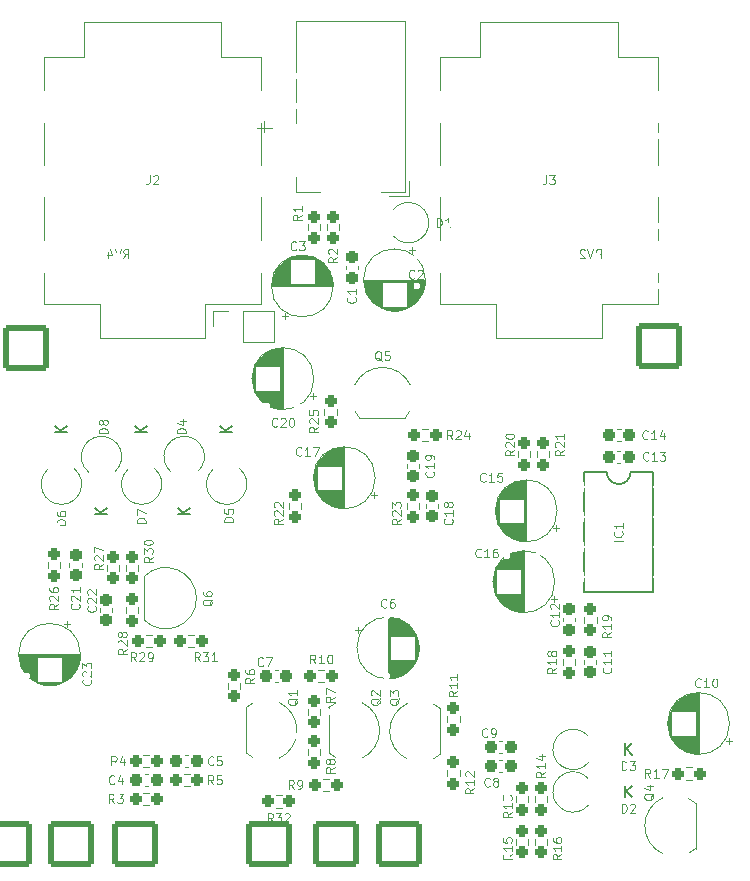
<source format=gto>
G04 #@! TF.GenerationSoftware,KiCad,Pcbnew,8.0.1*
G04 #@! TF.CreationDate,2024-08-15T13:48:40+05:00*
G04 #@! TF.ProjectId,Life_pedal,4c696665-5f70-4656-9461-6c2e6b696361,rev?*
G04 #@! TF.SameCoordinates,Original*
G04 #@! TF.FileFunction,Legend,Top*
G04 #@! TF.FilePolarity,Positive*
%FSLAX46Y46*%
G04 Gerber Fmt 4.6, Leading zero omitted, Abs format (unit mm)*
G04 Created by KiCad (PCBNEW 8.0.1) date 2024-08-15 13:48:40*
%MOMM*%
%LPD*%
G01*
G04 APERTURE LIST*
G04 Aperture macros list*
%AMRoundRect*
0 Rectangle with rounded corners*
0 $1 Rounding radius*
0 $2 $3 $4 $5 $6 $7 $8 $9 X,Y pos of 4 corners*
0 Add a 4 corners polygon primitive as box body*
4,1,4,$2,$3,$4,$5,$6,$7,$8,$9,$2,$3,0*
0 Add four circle primitives for the rounded corners*
1,1,$1+$1,$2,$3*
1,1,$1+$1,$4,$5*
1,1,$1+$1,$6,$7*
1,1,$1+$1,$8,$9*
0 Add four rect primitives between the rounded corners*
20,1,$1+$1,$2,$3,$4,$5,0*
20,1,$1+$1,$4,$5,$6,$7,0*
20,1,$1+$1,$6,$7,$8,$9,0*
20,1,$1+$1,$8,$9,$2,$3,0*%
G04 Aperture macros list end*
%ADD10C,0.100000*%
%ADD11C,0.150000*%
%ADD12C,0.120000*%
%ADD13C,0.152400*%
%ADD14RoundRect,0.237500X-0.237500X0.300000X-0.237500X-0.300000X0.237500X-0.300000X0.237500X0.300000X0*%
%ADD15RoundRect,0.237500X-0.237500X0.250000X-0.237500X-0.250000X0.237500X-0.250000X0.237500X0.250000X0*%
%ADD16R,2.200000X2.200000*%
%ADD17O,2.200000X2.200000*%
%ADD18R,1.600000X1.600000*%
%ADD19C,1.600000*%
%ADD20RoundRect,0.237500X0.237500X-0.250000X0.237500X0.250000X-0.237500X0.250000X-0.237500X-0.250000X0*%
%ADD21RoundRect,0.237500X0.250000X0.237500X-0.250000X0.237500X-0.250000X-0.237500X0.250000X-0.237500X0*%
%ADD22R,1.500000X1.050000*%
%ADD23O,1.500000X1.050000*%
%ADD24RoundRect,0.237500X0.300000X0.237500X-0.300000X0.237500X-0.300000X-0.237500X0.300000X-0.237500X0*%
%ADD25R,1.500000X1.500000*%
%ADD26C,1.500000*%
%ADD27RoundRect,0.250002X1.699998X-1.699998X1.699998X1.699998X-1.699998X1.699998X-1.699998X-1.699998X0*%
%ADD28R,1.700000X1.700000*%
%ADD29O,1.700000X1.700000*%
%ADD30C,1.804000*%
%ADD31RoundRect,0.237500X-0.250000X-0.237500X0.250000X-0.237500X0.250000X0.237500X-0.250000X0.237500X0*%
%ADD32C,3.000000*%
%ADD33R,4.600000X2.000000*%
%ADD34O,4.200000X2.000000*%
%ADD35O,2.000000X4.200000*%
%ADD36RoundRect,0.237500X0.237500X-0.300000X0.237500X0.300000X-0.237500X0.300000X-0.237500X-0.300000X0*%
%ADD37RoundRect,0.237500X-0.300000X-0.237500X0.300000X-0.237500X0.300000X0.237500X-0.300000X0.237500X0*%
%ADD38C,2.340000*%
%ADD39C,0.600000*%
G04 APERTURE END LIST*
D10*
X141000000Y-41200000D02*
X141000000Y-40000000D01*
X140400000Y-40600000D02*
X141600000Y-40600000D01*
X126670335Y-81082143D02*
X126706050Y-81117857D01*
X126706050Y-81117857D02*
X126741764Y-81225000D01*
X126741764Y-81225000D02*
X126741764Y-81296428D01*
X126741764Y-81296428D02*
X126706050Y-81403571D01*
X126706050Y-81403571D02*
X126634621Y-81475000D01*
X126634621Y-81475000D02*
X126563192Y-81510714D01*
X126563192Y-81510714D02*
X126420335Y-81546428D01*
X126420335Y-81546428D02*
X126313192Y-81546428D01*
X126313192Y-81546428D02*
X126170335Y-81510714D01*
X126170335Y-81510714D02*
X126098907Y-81475000D01*
X126098907Y-81475000D02*
X126027478Y-81403571D01*
X126027478Y-81403571D02*
X125991764Y-81296428D01*
X125991764Y-81296428D02*
X125991764Y-81225000D01*
X125991764Y-81225000D02*
X126027478Y-81117857D01*
X126027478Y-81117857D02*
X126063192Y-81082143D01*
X126063192Y-80796428D02*
X126027478Y-80760714D01*
X126027478Y-80760714D02*
X125991764Y-80689286D01*
X125991764Y-80689286D02*
X125991764Y-80510714D01*
X125991764Y-80510714D02*
X126027478Y-80439286D01*
X126027478Y-80439286D02*
X126063192Y-80403571D01*
X126063192Y-80403571D02*
X126134621Y-80367857D01*
X126134621Y-80367857D02*
X126206050Y-80367857D01*
X126206050Y-80367857D02*
X126313192Y-80403571D01*
X126313192Y-80403571D02*
X126741764Y-80832143D01*
X126741764Y-80832143D02*
X126741764Y-80367857D01*
X126063192Y-80082142D02*
X126027478Y-80046428D01*
X126027478Y-80046428D02*
X125991764Y-79975000D01*
X125991764Y-79975000D02*
X125991764Y-79796428D01*
X125991764Y-79796428D02*
X126027478Y-79725000D01*
X126027478Y-79725000D02*
X126063192Y-79689285D01*
X126063192Y-79689285D02*
X126134621Y-79653571D01*
X126134621Y-79653571D02*
X126206050Y-79653571D01*
X126206050Y-79653571D02*
X126313192Y-79689285D01*
X126313192Y-79689285D02*
X126741764Y-80117857D01*
X126741764Y-80117857D02*
X126741764Y-79653571D01*
X147141764Y-51525000D02*
X146784621Y-51775000D01*
X147141764Y-51953571D02*
X146391764Y-51953571D01*
X146391764Y-51953571D02*
X146391764Y-51667857D01*
X146391764Y-51667857D02*
X146427478Y-51596428D01*
X146427478Y-51596428D02*
X146463192Y-51560714D01*
X146463192Y-51560714D02*
X146534621Y-51525000D01*
X146534621Y-51525000D02*
X146641764Y-51525000D01*
X146641764Y-51525000D02*
X146713192Y-51560714D01*
X146713192Y-51560714D02*
X146748907Y-51596428D01*
X146748907Y-51596428D02*
X146784621Y-51667857D01*
X146784621Y-51667857D02*
X146784621Y-51953571D01*
X146463192Y-51239285D02*
X146427478Y-51203571D01*
X146427478Y-51203571D02*
X146391764Y-51132143D01*
X146391764Y-51132143D02*
X146391764Y-50953571D01*
X146391764Y-50953571D02*
X146427478Y-50882143D01*
X146427478Y-50882143D02*
X146463192Y-50846428D01*
X146463192Y-50846428D02*
X146534621Y-50810714D01*
X146534621Y-50810714D02*
X146606050Y-50810714D01*
X146606050Y-50810714D02*
X146713192Y-50846428D01*
X146713192Y-50846428D02*
X147141764Y-51275000D01*
X147141764Y-51275000D02*
X147141764Y-50810714D01*
X166141764Y-102082143D02*
X165784621Y-102332143D01*
X166141764Y-102510714D02*
X165391764Y-102510714D01*
X165391764Y-102510714D02*
X165391764Y-102225000D01*
X165391764Y-102225000D02*
X165427478Y-102153571D01*
X165427478Y-102153571D02*
X165463192Y-102117857D01*
X165463192Y-102117857D02*
X165534621Y-102082143D01*
X165534621Y-102082143D02*
X165641764Y-102082143D01*
X165641764Y-102082143D02*
X165713192Y-102117857D01*
X165713192Y-102117857D02*
X165748907Y-102153571D01*
X165748907Y-102153571D02*
X165784621Y-102225000D01*
X165784621Y-102225000D02*
X165784621Y-102510714D01*
X166141764Y-101367857D02*
X166141764Y-101796428D01*
X166141764Y-101582143D02*
X165391764Y-101582143D01*
X165391764Y-101582143D02*
X165498907Y-101653571D01*
X165498907Y-101653571D02*
X165570335Y-101725000D01*
X165570335Y-101725000D02*
X165606050Y-101796428D01*
X165391764Y-100725000D02*
X165391764Y-100867857D01*
X165391764Y-100867857D02*
X165427478Y-100939285D01*
X165427478Y-100939285D02*
X165463192Y-100975000D01*
X165463192Y-100975000D02*
X165570335Y-101046428D01*
X165570335Y-101046428D02*
X165713192Y-101082142D01*
X165713192Y-101082142D02*
X165998907Y-101082142D01*
X165998907Y-101082142D02*
X166070335Y-101046428D01*
X166070335Y-101046428D02*
X166106050Y-101010714D01*
X166106050Y-101010714D02*
X166141764Y-100939285D01*
X166141764Y-100939285D02*
X166141764Y-100796428D01*
X166141764Y-100796428D02*
X166106050Y-100725000D01*
X166106050Y-100725000D02*
X166070335Y-100689285D01*
X166070335Y-100689285D02*
X165998907Y-100653571D01*
X165998907Y-100653571D02*
X165820335Y-100653571D01*
X165820335Y-100653571D02*
X165748907Y-100689285D01*
X165748907Y-100689285D02*
X165713192Y-100725000D01*
X165713192Y-100725000D02*
X165677478Y-100796428D01*
X165677478Y-100796428D02*
X165677478Y-100939285D01*
X165677478Y-100939285D02*
X165713192Y-101010714D01*
X165713192Y-101010714D02*
X165748907Y-101046428D01*
X165748907Y-101046428D02*
X165820335Y-101082142D01*
X127741764Y-66425337D02*
X126991764Y-66425337D01*
X126991764Y-66425337D02*
X126991764Y-66246766D01*
X126991764Y-66246766D02*
X127027478Y-66139623D01*
X127027478Y-66139623D02*
X127098907Y-66068194D01*
X127098907Y-66068194D02*
X127170335Y-66032480D01*
X127170335Y-66032480D02*
X127313192Y-65996766D01*
X127313192Y-65996766D02*
X127420335Y-65996766D01*
X127420335Y-65996766D02*
X127563192Y-66032480D01*
X127563192Y-66032480D02*
X127634621Y-66068194D01*
X127634621Y-66068194D02*
X127706050Y-66139623D01*
X127706050Y-66139623D02*
X127741764Y-66246766D01*
X127741764Y-66246766D02*
X127741764Y-66425337D01*
X127313192Y-65568194D02*
X127277478Y-65639623D01*
X127277478Y-65639623D02*
X127241764Y-65675337D01*
X127241764Y-65675337D02*
X127170335Y-65711051D01*
X127170335Y-65711051D02*
X127134621Y-65711051D01*
X127134621Y-65711051D02*
X127063192Y-65675337D01*
X127063192Y-65675337D02*
X127027478Y-65639623D01*
X127027478Y-65639623D02*
X126991764Y-65568194D01*
X126991764Y-65568194D02*
X126991764Y-65425337D01*
X126991764Y-65425337D02*
X127027478Y-65353909D01*
X127027478Y-65353909D02*
X127063192Y-65318194D01*
X127063192Y-65318194D02*
X127134621Y-65282480D01*
X127134621Y-65282480D02*
X127170335Y-65282480D01*
X127170335Y-65282480D02*
X127241764Y-65318194D01*
X127241764Y-65318194D02*
X127277478Y-65353909D01*
X127277478Y-65353909D02*
X127313192Y-65425337D01*
X127313192Y-65425337D02*
X127313192Y-65568194D01*
X127313192Y-65568194D02*
X127348907Y-65639623D01*
X127348907Y-65639623D02*
X127384621Y-65675337D01*
X127384621Y-65675337D02*
X127456050Y-65711051D01*
X127456050Y-65711051D02*
X127598907Y-65711051D01*
X127598907Y-65711051D02*
X127670335Y-65675337D01*
X127670335Y-65675337D02*
X127706050Y-65639623D01*
X127706050Y-65639623D02*
X127741764Y-65568194D01*
X127741764Y-65568194D02*
X127741764Y-65425337D01*
X127741764Y-65425337D02*
X127706050Y-65353909D01*
X127706050Y-65353909D02*
X127670335Y-65318194D01*
X127670335Y-65318194D02*
X127598907Y-65282480D01*
X127598907Y-65282480D02*
X127456050Y-65282480D01*
X127456050Y-65282480D02*
X127384621Y-65318194D01*
X127384621Y-65318194D02*
X127348907Y-65353909D01*
X127348907Y-65353909D02*
X127313192Y-65425337D01*
D11*
X127654819Y-73301904D02*
X126654819Y-73301904D01*
X127654819Y-72730476D02*
X127083390Y-73159047D01*
X126654819Y-72730476D02*
X127226247Y-73301904D01*
D10*
X151319887Y-81120335D02*
X151284173Y-81156050D01*
X151284173Y-81156050D02*
X151177030Y-81191764D01*
X151177030Y-81191764D02*
X151105602Y-81191764D01*
X151105602Y-81191764D02*
X150998459Y-81156050D01*
X150998459Y-81156050D02*
X150927030Y-81084621D01*
X150927030Y-81084621D02*
X150891316Y-81013192D01*
X150891316Y-81013192D02*
X150855602Y-80870335D01*
X150855602Y-80870335D02*
X150855602Y-80763192D01*
X150855602Y-80763192D02*
X150891316Y-80620335D01*
X150891316Y-80620335D02*
X150927030Y-80548907D01*
X150927030Y-80548907D02*
X150998459Y-80477478D01*
X150998459Y-80477478D02*
X151105602Y-80441764D01*
X151105602Y-80441764D02*
X151177030Y-80441764D01*
X151177030Y-80441764D02*
X151284173Y-80477478D01*
X151284173Y-80477478D02*
X151319887Y-80513192D01*
X151962745Y-80441764D02*
X151819887Y-80441764D01*
X151819887Y-80441764D02*
X151748459Y-80477478D01*
X151748459Y-80477478D02*
X151712745Y-80513192D01*
X151712745Y-80513192D02*
X151641316Y-80620335D01*
X151641316Y-80620335D02*
X151605602Y-80763192D01*
X151605602Y-80763192D02*
X151605602Y-81048907D01*
X151605602Y-81048907D02*
X151641316Y-81120335D01*
X151641316Y-81120335D02*
X151677030Y-81156050D01*
X151677030Y-81156050D02*
X151748459Y-81191764D01*
X151748459Y-81191764D02*
X151891316Y-81191764D01*
X151891316Y-81191764D02*
X151962745Y-81156050D01*
X151962745Y-81156050D02*
X151998459Y-81120335D01*
X151998459Y-81120335D02*
X152034173Y-81048907D01*
X152034173Y-81048907D02*
X152034173Y-80870335D01*
X152034173Y-80870335D02*
X151998459Y-80798907D01*
X151998459Y-80798907D02*
X151962745Y-80763192D01*
X151962745Y-80763192D02*
X151891316Y-80727478D01*
X151891316Y-80727478D02*
X151748459Y-80727478D01*
X151748459Y-80727478D02*
X151677030Y-80763192D01*
X151677030Y-80763192D02*
X151641316Y-80798907D01*
X151641316Y-80798907D02*
X151605602Y-80870335D01*
X165711764Y-86282143D02*
X165354621Y-86532143D01*
X165711764Y-86710714D02*
X164961764Y-86710714D01*
X164961764Y-86710714D02*
X164961764Y-86425000D01*
X164961764Y-86425000D02*
X164997478Y-86353571D01*
X164997478Y-86353571D02*
X165033192Y-86317857D01*
X165033192Y-86317857D02*
X165104621Y-86282143D01*
X165104621Y-86282143D02*
X165211764Y-86282143D01*
X165211764Y-86282143D02*
X165283192Y-86317857D01*
X165283192Y-86317857D02*
X165318907Y-86353571D01*
X165318907Y-86353571D02*
X165354621Y-86425000D01*
X165354621Y-86425000D02*
X165354621Y-86710714D01*
X165711764Y-85567857D02*
X165711764Y-85996428D01*
X165711764Y-85782143D02*
X164961764Y-85782143D01*
X164961764Y-85782143D02*
X165068907Y-85853571D01*
X165068907Y-85853571D02*
X165140335Y-85925000D01*
X165140335Y-85925000D02*
X165176050Y-85996428D01*
X165283192Y-85139285D02*
X165247478Y-85210714D01*
X165247478Y-85210714D02*
X165211764Y-85246428D01*
X165211764Y-85246428D02*
X165140335Y-85282142D01*
X165140335Y-85282142D02*
X165104621Y-85282142D01*
X165104621Y-85282142D02*
X165033192Y-85246428D01*
X165033192Y-85246428D02*
X164997478Y-85210714D01*
X164997478Y-85210714D02*
X164961764Y-85139285D01*
X164961764Y-85139285D02*
X164961764Y-84996428D01*
X164961764Y-84996428D02*
X164997478Y-84925000D01*
X164997478Y-84925000D02*
X165033192Y-84889285D01*
X165033192Y-84889285D02*
X165104621Y-84853571D01*
X165104621Y-84853571D02*
X165140335Y-84853571D01*
X165140335Y-84853571D02*
X165211764Y-84889285D01*
X165211764Y-84889285D02*
X165247478Y-84925000D01*
X165247478Y-84925000D02*
X165283192Y-84996428D01*
X165283192Y-84996428D02*
X165283192Y-85139285D01*
X165283192Y-85139285D02*
X165318907Y-85210714D01*
X165318907Y-85210714D02*
X165354621Y-85246428D01*
X165354621Y-85246428D02*
X165426050Y-85282142D01*
X165426050Y-85282142D02*
X165568907Y-85282142D01*
X165568907Y-85282142D02*
X165640335Y-85246428D01*
X165640335Y-85246428D02*
X165676050Y-85210714D01*
X165676050Y-85210714D02*
X165711764Y-85139285D01*
X165711764Y-85139285D02*
X165711764Y-84996428D01*
X165711764Y-84996428D02*
X165676050Y-84925000D01*
X165676050Y-84925000D02*
X165640335Y-84889285D01*
X165640335Y-84889285D02*
X165568907Y-84853571D01*
X165568907Y-84853571D02*
X165426050Y-84853571D01*
X165426050Y-84853571D02*
X165354621Y-84889285D01*
X165354621Y-84889285D02*
X165318907Y-84925000D01*
X165318907Y-84925000D02*
X165283192Y-84996428D01*
X128474999Y-94541764D02*
X128224999Y-94184621D01*
X128046428Y-94541764D02*
X128046428Y-93791764D01*
X128046428Y-93791764D02*
X128332142Y-93791764D01*
X128332142Y-93791764D02*
X128403571Y-93827478D01*
X128403571Y-93827478D02*
X128439285Y-93863192D01*
X128439285Y-93863192D02*
X128474999Y-93934621D01*
X128474999Y-93934621D02*
X128474999Y-94041764D01*
X128474999Y-94041764D02*
X128439285Y-94113192D01*
X128439285Y-94113192D02*
X128403571Y-94148907D01*
X128403571Y-94148907D02*
X128332142Y-94184621D01*
X128332142Y-94184621D02*
X128046428Y-94184621D01*
X129117857Y-94041764D02*
X129117857Y-94541764D01*
X128939285Y-93756050D02*
X128760714Y-94291764D01*
X128760714Y-94291764D02*
X129224999Y-94291764D01*
X136613194Y-80471428D02*
X136577480Y-80542857D01*
X136577480Y-80542857D02*
X136506052Y-80614285D01*
X136506052Y-80614285D02*
X136398909Y-80721428D01*
X136398909Y-80721428D02*
X136363194Y-80792857D01*
X136363194Y-80792857D02*
X136363194Y-80864285D01*
X136541766Y-80828571D02*
X136506052Y-80900000D01*
X136506052Y-80900000D02*
X136434623Y-80971428D01*
X136434623Y-80971428D02*
X136291766Y-81007142D01*
X136291766Y-81007142D02*
X136041766Y-81007142D01*
X136041766Y-81007142D02*
X135898909Y-80971428D01*
X135898909Y-80971428D02*
X135827480Y-80900000D01*
X135827480Y-80900000D02*
X135791766Y-80828571D01*
X135791766Y-80828571D02*
X135791766Y-80685714D01*
X135791766Y-80685714D02*
X135827480Y-80614285D01*
X135827480Y-80614285D02*
X135898909Y-80542857D01*
X135898909Y-80542857D02*
X136041766Y-80507142D01*
X136041766Y-80507142D02*
X136291766Y-80507142D01*
X136291766Y-80507142D02*
X136434623Y-80542857D01*
X136434623Y-80542857D02*
X136506052Y-80614285D01*
X136506052Y-80614285D02*
X136541766Y-80685714D01*
X136541766Y-80685714D02*
X136541766Y-80828571D01*
X135791766Y-79864286D02*
X135791766Y-80007143D01*
X135791766Y-80007143D02*
X135827480Y-80078571D01*
X135827480Y-80078571D02*
X135863194Y-80114286D01*
X135863194Y-80114286D02*
X135970337Y-80185714D01*
X135970337Y-80185714D02*
X136113194Y-80221428D01*
X136113194Y-80221428D02*
X136398909Y-80221428D01*
X136398909Y-80221428D02*
X136470337Y-80185714D01*
X136470337Y-80185714D02*
X136506052Y-80150000D01*
X136506052Y-80150000D02*
X136541766Y-80078571D01*
X136541766Y-80078571D02*
X136541766Y-79935714D01*
X136541766Y-79935714D02*
X136506052Y-79864286D01*
X136506052Y-79864286D02*
X136470337Y-79828571D01*
X136470337Y-79828571D02*
X136398909Y-79792857D01*
X136398909Y-79792857D02*
X136220337Y-79792857D01*
X136220337Y-79792857D02*
X136148909Y-79828571D01*
X136148909Y-79828571D02*
X136113194Y-79864286D01*
X136113194Y-79864286D02*
X136077480Y-79935714D01*
X136077480Y-79935714D02*
X136077480Y-80078571D01*
X136077480Y-80078571D02*
X136113194Y-80150000D01*
X136113194Y-80150000D02*
X136148909Y-80185714D01*
X136148909Y-80185714D02*
X136220337Y-80221428D01*
X146941764Y-88725000D02*
X146584621Y-88975000D01*
X146941764Y-89153571D02*
X146191764Y-89153571D01*
X146191764Y-89153571D02*
X146191764Y-88867857D01*
X146191764Y-88867857D02*
X146227478Y-88796428D01*
X146227478Y-88796428D02*
X146263192Y-88760714D01*
X146263192Y-88760714D02*
X146334621Y-88725000D01*
X146334621Y-88725000D02*
X146441764Y-88725000D01*
X146441764Y-88725000D02*
X146513192Y-88760714D01*
X146513192Y-88760714D02*
X146548907Y-88796428D01*
X146548907Y-88796428D02*
X146584621Y-88867857D01*
X146584621Y-88867857D02*
X146584621Y-89153571D01*
X146191764Y-88475000D02*
X146191764Y-87975000D01*
X146191764Y-87975000D02*
X146941764Y-88296428D01*
X140874999Y-86070335D02*
X140839285Y-86106050D01*
X140839285Y-86106050D02*
X140732142Y-86141764D01*
X140732142Y-86141764D02*
X140660714Y-86141764D01*
X140660714Y-86141764D02*
X140553571Y-86106050D01*
X140553571Y-86106050D02*
X140482142Y-86034621D01*
X140482142Y-86034621D02*
X140446428Y-85963192D01*
X140446428Y-85963192D02*
X140410714Y-85820335D01*
X140410714Y-85820335D02*
X140410714Y-85713192D01*
X140410714Y-85713192D02*
X140446428Y-85570335D01*
X140446428Y-85570335D02*
X140482142Y-85498907D01*
X140482142Y-85498907D02*
X140553571Y-85427478D01*
X140553571Y-85427478D02*
X140660714Y-85391764D01*
X140660714Y-85391764D02*
X140732142Y-85391764D01*
X140732142Y-85391764D02*
X140839285Y-85427478D01*
X140839285Y-85427478D02*
X140874999Y-85463192D01*
X141124999Y-85391764D02*
X141624999Y-85391764D01*
X141624999Y-85391764D02*
X141303571Y-86141764D01*
X158741764Y-96482143D02*
X158384621Y-96732143D01*
X158741764Y-96910714D02*
X157991764Y-96910714D01*
X157991764Y-96910714D02*
X157991764Y-96625000D01*
X157991764Y-96625000D02*
X158027478Y-96553571D01*
X158027478Y-96553571D02*
X158063192Y-96517857D01*
X158063192Y-96517857D02*
X158134621Y-96482143D01*
X158134621Y-96482143D02*
X158241764Y-96482143D01*
X158241764Y-96482143D02*
X158313192Y-96517857D01*
X158313192Y-96517857D02*
X158348907Y-96553571D01*
X158348907Y-96553571D02*
X158384621Y-96625000D01*
X158384621Y-96625000D02*
X158384621Y-96910714D01*
X158741764Y-95767857D02*
X158741764Y-96196428D01*
X158741764Y-95982143D02*
X157991764Y-95982143D01*
X157991764Y-95982143D02*
X158098907Y-96053571D01*
X158098907Y-96053571D02*
X158170335Y-96125000D01*
X158170335Y-96125000D02*
X158206050Y-96196428D01*
X158063192Y-95482142D02*
X158027478Y-95446428D01*
X158027478Y-95446428D02*
X157991764Y-95375000D01*
X157991764Y-95375000D02*
X157991764Y-95196428D01*
X157991764Y-95196428D02*
X158027478Y-95125000D01*
X158027478Y-95125000D02*
X158063192Y-95089285D01*
X158063192Y-95089285D02*
X158134621Y-95053571D01*
X158134621Y-95053571D02*
X158206050Y-95053571D01*
X158206050Y-95053571D02*
X158313192Y-95089285D01*
X158313192Y-95089285D02*
X158741764Y-95517857D01*
X158741764Y-95517857D02*
X158741764Y-95053571D01*
X152413192Y-88871428D02*
X152377478Y-88942857D01*
X152377478Y-88942857D02*
X152306050Y-89014285D01*
X152306050Y-89014285D02*
X152198907Y-89121428D01*
X152198907Y-89121428D02*
X152163192Y-89192857D01*
X152163192Y-89192857D02*
X152163192Y-89264285D01*
X152341764Y-89228571D02*
X152306050Y-89300000D01*
X152306050Y-89300000D02*
X152234621Y-89371428D01*
X152234621Y-89371428D02*
X152091764Y-89407142D01*
X152091764Y-89407142D02*
X151841764Y-89407142D01*
X151841764Y-89407142D02*
X151698907Y-89371428D01*
X151698907Y-89371428D02*
X151627478Y-89300000D01*
X151627478Y-89300000D02*
X151591764Y-89228571D01*
X151591764Y-89228571D02*
X151591764Y-89085714D01*
X151591764Y-89085714D02*
X151627478Y-89014285D01*
X151627478Y-89014285D02*
X151698907Y-88942857D01*
X151698907Y-88942857D02*
X151841764Y-88907142D01*
X151841764Y-88907142D02*
X152091764Y-88907142D01*
X152091764Y-88907142D02*
X152234621Y-88942857D01*
X152234621Y-88942857D02*
X152306050Y-89014285D01*
X152306050Y-89014285D02*
X152341764Y-89085714D01*
X152341764Y-89085714D02*
X152341764Y-89228571D01*
X151591764Y-88657143D02*
X151591764Y-88192857D01*
X151591764Y-88192857D02*
X151877478Y-88442857D01*
X151877478Y-88442857D02*
X151877478Y-88335714D01*
X151877478Y-88335714D02*
X151913192Y-88264286D01*
X151913192Y-88264286D02*
X151948907Y-88228571D01*
X151948907Y-88228571D02*
X152020335Y-88192857D01*
X152020335Y-88192857D02*
X152198907Y-88192857D01*
X152198907Y-88192857D02*
X152270335Y-88228571D01*
X152270335Y-88228571D02*
X152306050Y-88264286D01*
X152306050Y-88264286D02*
X152341764Y-88335714D01*
X152341764Y-88335714D02*
X152341764Y-88550000D01*
X152341764Y-88550000D02*
X152306050Y-88621428D01*
X152306050Y-88621428D02*
X152270335Y-88657143D01*
X129341764Y-84682143D02*
X128984621Y-84932143D01*
X129341764Y-85110714D02*
X128591764Y-85110714D01*
X128591764Y-85110714D02*
X128591764Y-84825000D01*
X128591764Y-84825000D02*
X128627478Y-84753571D01*
X128627478Y-84753571D02*
X128663192Y-84717857D01*
X128663192Y-84717857D02*
X128734621Y-84682143D01*
X128734621Y-84682143D02*
X128841764Y-84682143D01*
X128841764Y-84682143D02*
X128913192Y-84717857D01*
X128913192Y-84717857D02*
X128948907Y-84753571D01*
X128948907Y-84753571D02*
X128984621Y-84825000D01*
X128984621Y-84825000D02*
X128984621Y-85110714D01*
X128663192Y-84396428D02*
X128627478Y-84360714D01*
X128627478Y-84360714D02*
X128591764Y-84289286D01*
X128591764Y-84289286D02*
X128591764Y-84110714D01*
X128591764Y-84110714D02*
X128627478Y-84039286D01*
X128627478Y-84039286D02*
X128663192Y-84003571D01*
X128663192Y-84003571D02*
X128734621Y-83967857D01*
X128734621Y-83967857D02*
X128806050Y-83967857D01*
X128806050Y-83967857D02*
X128913192Y-84003571D01*
X128913192Y-84003571D02*
X129341764Y-84432143D01*
X129341764Y-84432143D02*
X129341764Y-83967857D01*
X128913192Y-83539285D02*
X128877478Y-83610714D01*
X128877478Y-83610714D02*
X128841764Y-83646428D01*
X128841764Y-83646428D02*
X128770335Y-83682142D01*
X128770335Y-83682142D02*
X128734621Y-83682142D01*
X128734621Y-83682142D02*
X128663192Y-83646428D01*
X128663192Y-83646428D02*
X128627478Y-83610714D01*
X128627478Y-83610714D02*
X128591764Y-83539285D01*
X128591764Y-83539285D02*
X128591764Y-83396428D01*
X128591764Y-83396428D02*
X128627478Y-83325000D01*
X128627478Y-83325000D02*
X128663192Y-83289285D01*
X128663192Y-83289285D02*
X128734621Y-83253571D01*
X128734621Y-83253571D02*
X128770335Y-83253571D01*
X128770335Y-83253571D02*
X128841764Y-83289285D01*
X128841764Y-83289285D02*
X128877478Y-83325000D01*
X128877478Y-83325000D02*
X128913192Y-83396428D01*
X128913192Y-83396428D02*
X128913192Y-83539285D01*
X128913192Y-83539285D02*
X128948907Y-83610714D01*
X128948907Y-83610714D02*
X128984621Y-83646428D01*
X128984621Y-83646428D02*
X129056050Y-83682142D01*
X129056050Y-83682142D02*
X129198907Y-83682142D01*
X129198907Y-83682142D02*
X129270335Y-83646428D01*
X129270335Y-83646428D02*
X129306050Y-83610714D01*
X129306050Y-83610714D02*
X129341764Y-83539285D01*
X129341764Y-83539285D02*
X129341764Y-83396428D01*
X129341764Y-83396428D02*
X129306050Y-83325000D01*
X129306050Y-83325000D02*
X129270335Y-83289285D01*
X129270335Y-83289285D02*
X129198907Y-83253571D01*
X129198907Y-83253571D02*
X129056050Y-83253571D01*
X129056050Y-83253571D02*
X128984621Y-83289285D01*
X128984621Y-83289285D02*
X128948907Y-83325000D01*
X128948907Y-83325000D02*
X128913192Y-83396428D01*
X171246428Y-98541764D02*
X171246428Y-97791764D01*
X171246428Y-97791764D02*
X171424999Y-97791764D01*
X171424999Y-97791764D02*
X171532142Y-97827478D01*
X171532142Y-97827478D02*
X171603571Y-97898907D01*
X171603571Y-97898907D02*
X171639285Y-97970335D01*
X171639285Y-97970335D02*
X171674999Y-98113192D01*
X171674999Y-98113192D02*
X171674999Y-98220335D01*
X171674999Y-98220335D02*
X171639285Y-98363192D01*
X171639285Y-98363192D02*
X171603571Y-98434621D01*
X171603571Y-98434621D02*
X171532142Y-98506050D01*
X171532142Y-98506050D02*
X171424999Y-98541764D01*
X171424999Y-98541764D02*
X171246428Y-98541764D01*
X171960714Y-97863192D02*
X171996428Y-97827478D01*
X171996428Y-97827478D02*
X172067857Y-97791764D01*
X172067857Y-97791764D02*
X172246428Y-97791764D01*
X172246428Y-97791764D02*
X172317857Y-97827478D01*
X172317857Y-97827478D02*
X172353571Y-97863192D01*
X172353571Y-97863192D02*
X172389285Y-97934621D01*
X172389285Y-97934621D02*
X172389285Y-98006050D01*
X172389285Y-98006050D02*
X172353571Y-98113192D01*
X172353571Y-98113192D02*
X171924999Y-98541764D01*
X171924999Y-98541764D02*
X172389285Y-98541764D01*
D11*
X171506329Y-97254819D02*
X171506329Y-96254819D01*
X172077757Y-97254819D02*
X171649186Y-96683390D01*
X172077757Y-96254819D02*
X171506329Y-96826247D01*
D10*
X160074999Y-96270335D02*
X160039285Y-96306050D01*
X160039285Y-96306050D02*
X159932142Y-96341764D01*
X159932142Y-96341764D02*
X159860714Y-96341764D01*
X159860714Y-96341764D02*
X159753571Y-96306050D01*
X159753571Y-96306050D02*
X159682142Y-96234621D01*
X159682142Y-96234621D02*
X159646428Y-96163192D01*
X159646428Y-96163192D02*
X159610714Y-96020335D01*
X159610714Y-96020335D02*
X159610714Y-95913192D01*
X159610714Y-95913192D02*
X159646428Y-95770335D01*
X159646428Y-95770335D02*
X159682142Y-95698907D01*
X159682142Y-95698907D02*
X159753571Y-95627478D01*
X159753571Y-95627478D02*
X159860714Y-95591764D01*
X159860714Y-95591764D02*
X159932142Y-95591764D01*
X159932142Y-95591764D02*
X160039285Y-95627478D01*
X160039285Y-95627478D02*
X160074999Y-95663192D01*
X160503571Y-95913192D02*
X160432142Y-95877478D01*
X160432142Y-95877478D02*
X160396428Y-95841764D01*
X160396428Y-95841764D02*
X160360714Y-95770335D01*
X160360714Y-95770335D02*
X160360714Y-95734621D01*
X160360714Y-95734621D02*
X160396428Y-95663192D01*
X160396428Y-95663192D02*
X160432142Y-95627478D01*
X160432142Y-95627478D02*
X160503571Y-95591764D01*
X160503571Y-95591764D02*
X160646428Y-95591764D01*
X160646428Y-95591764D02*
X160717857Y-95627478D01*
X160717857Y-95627478D02*
X160753571Y-95663192D01*
X160753571Y-95663192D02*
X160789285Y-95734621D01*
X160789285Y-95734621D02*
X160789285Y-95770335D01*
X160789285Y-95770335D02*
X160753571Y-95841764D01*
X160753571Y-95841764D02*
X160717857Y-95877478D01*
X160717857Y-95877478D02*
X160646428Y-95913192D01*
X160646428Y-95913192D02*
X160503571Y-95913192D01*
X160503571Y-95913192D02*
X160432142Y-95948907D01*
X160432142Y-95948907D02*
X160396428Y-95984621D01*
X160396428Y-95984621D02*
X160360714Y-96056050D01*
X160360714Y-96056050D02*
X160360714Y-96198907D01*
X160360714Y-96198907D02*
X160396428Y-96270335D01*
X160396428Y-96270335D02*
X160432142Y-96306050D01*
X160432142Y-96306050D02*
X160503571Y-96341764D01*
X160503571Y-96341764D02*
X160646428Y-96341764D01*
X160646428Y-96341764D02*
X160717857Y-96306050D01*
X160717857Y-96306050D02*
X160753571Y-96270335D01*
X160753571Y-96270335D02*
X160789285Y-96198907D01*
X160789285Y-96198907D02*
X160789285Y-96056050D01*
X160789285Y-96056050D02*
X160753571Y-95984621D01*
X160753571Y-95984621D02*
X160717857Y-95948907D01*
X160717857Y-95948907D02*
X160646428Y-95913192D01*
X173963192Y-96921428D02*
X173927478Y-96992857D01*
X173927478Y-96992857D02*
X173856050Y-97064285D01*
X173856050Y-97064285D02*
X173748907Y-97171428D01*
X173748907Y-97171428D02*
X173713192Y-97242857D01*
X173713192Y-97242857D02*
X173713192Y-97314285D01*
X173891764Y-97278571D02*
X173856050Y-97350000D01*
X173856050Y-97350000D02*
X173784621Y-97421428D01*
X173784621Y-97421428D02*
X173641764Y-97457142D01*
X173641764Y-97457142D02*
X173391764Y-97457142D01*
X173391764Y-97457142D02*
X173248907Y-97421428D01*
X173248907Y-97421428D02*
X173177478Y-97350000D01*
X173177478Y-97350000D02*
X173141764Y-97278571D01*
X173141764Y-97278571D02*
X173141764Y-97135714D01*
X173141764Y-97135714D02*
X173177478Y-97064285D01*
X173177478Y-97064285D02*
X173248907Y-96992857D01*
X173248907Y-96992857D02*
X173391764Y-96957142D01*
X173391764Y-96957142D02*
X173641764Y-96957142D01*
X173641764Y-96957142D02*
X173784621Y-96992857D01*
X173784621Y-96992857D02*
X173856050Y-97064285D01*
X173856050Y-97064285D02*
X173891764Y-97135714D01*
X173891764Y-97135714D02*
X173891764Y-97278571D01*
X173391764Y-96314286D02*
X173891764Y-96314286D01*
X173106050Y-96492857D02*
X173641764Y-96671428D01*
X173641764Y-96671428D02*
X173641764Y-96207143D01*
X170300335Y-86282143D02*
X170336050Y-86317857D01*
X170336050Y-86317857D02*
X170371764Y-86425000D01*
X170371764Y-86425000D02*
X170371764Y-86496428D01*
X170371764Y-86496428D02*
X170336050Y-86603571D01*
X170336050Y-86603571D02*
X170264621Y-86675000D01*
X170264621Y-86675000D02*
X170193192Y-86710714D01*
X170193192Y-86710714D02*
X170050335Y-86746428D01*
X170050335Y-86746428D02*
X169943192Y-86746428D01*
X169943192Y-86746428D02*
X169800335Y-86710714D01*
X169800335Y-86710714D02*
X169728907Y-86675000D01*
X169728907Y-86675000D02*
X169657478Y-86603571D01*
X169657478Y-86603571D02*
X169621764Y-86496428D01*
X169621764Y-86496428D02*
X169621764Y-86425000D01*
X169621764Y-86425000D02*
X169657478Y-86317857D01*
X169657478Y-86317857D02*
X169693192Y-86282143D01*
X170371764Y-85567857D02*
X170371764Y-85996428D01*
X170371764Y-85782143D02*
X169621764Y-85782143D01*
X169621764Y-85782143D02*
X169728907Y-85853571D01*
X169728907Y-85853571D02*
X169800335Y-85925000D01*
X169800335Y-85925000D02*
X169836050Y-85996428D01*
X170371764Y-84853571D02*
X170371764Y-85282142D01*
X170371764Y-85067857D02*
X169621764Y-85067857D01*
X169621764Y-85067857D02*
X169728907Y-85139285D01*
X169728907Y-85139285D02*
X169800335Y-85210714D01*
X169800335Y-85210714D02*
X169836050Y-85282142D01*
X148670335Y-54925000D02*
X148706050Y-54960714D01*
X148706050Y-54960714D02*
X148741764Y-55067857D01*
X148741764Y-55067857D02*
X148741764Y-55139285D01*
X148741764Y-55139285D02*
X148706050Y-55246428D01*
X148706050Y-55246428D02*
X148634621Y-55317857D01*
X148634621Y-55317857D02*
X148563192Y-55353571D01*
X148563192Y-55353571D02*
X148420335Y-55389285D01*
X148420335Y-55389285D02*
X148313192Y-55389285D01*
X148313192Y-55389285D02*
X148170335Y-55353571D01*
X148170335Y-55353571D02*
X148098907Y-55317857D01*
X148098907Y-55317857D02*
X148027478Y-55246428D01*
X148027478Y-55246428D02*
X147991764Y-55139285D01*
X147991764Y-55139285D02*
X147991764Y-55067857D01*
X147991764Y-55067857D02*
X148027478Y-54960714D01*
X148027478Y-54960714D02*
X148063192Y-54925000D01*
X148741764Y-54210714D02*
X148741764Y-54639285D01*
X148741764Y-54425000D02*
X147991764Y-54425000D01*
X147991764Y-54425000D02*
X148098907Y-54496428D01*
X148098907Y-54496428D02*
X148170335Y-54567857D01*
X148170335Y-54567857D02*
X148206050Y-54639285D01*
X134341764Y-66425337D02*
X133591764Y-66425337D01*
X133591764Y-66425337D02*
X133591764Y-66246766D01*
X133591764Y-66246766D02*
X133627478Y-66139623D01*
X133627478Y-66139623D02*
X133698907Y-66068194D01*
X133698907Y-66068194D02*
X133770335Y-66032480D01*
X133770335Y-66032480D02*
X133913192Y-65996766D01*
X133913192Y-65996766D02*
X134020335Y-65996766D01*
X134020335Y-65996766D02*
X134163192Y-66032480D01*
X134163192Y-66032480D02*
X134234621Y-66068194D01*
X134234621Y-66068194D02*
X134306050Y-66139623D01*
X134306050Y-66139623D02*
X134341764Y-66246766D01*
X134341764Y-66246766D02*
X134341764Y-66425337D01*
X133841764Y-65353909D02*
X134341764Y-65353909D01*
X133556050Y-65532480D02*
X134091764Y-65711051D01*
X134091764Y-65711051D02*
X134091764Y-65246766D01*
D11*
X134654819Y-73301904D02*
X133654819Y-73301904D01*
X134654819Y-72730476D02*
X134083390Y-73159047D01*
X133654819Y-72730476D02*
X134226247Y-73301904D01*
D10*
X159317856Y-76870335D02*
X159282142Y-76906050D01*
X159282142Y-76906050D02*
X159174999Y-76941764D01*
X159174999Y-76941764D02*
X159103571Y-76941764D01*
X159103571Y-76941764D02*
X158996428Y-76906050D01*
X158996428Y-76906050D02*
X158924999Y-76834621D01*
X158924999Y-76834621D02*
X158889285Y-76763192D01*
X158889285Y-76763192D02*
X158853571Y-76620335D01*
X158853571Y-76620335D02*
X158853571Y-76513192D01*
X158853571Y-76513192D02*
X158889285Y-76370335D01*
X158889285Y-76370335D02*
X158924999Y-76298907D01*
X158924999Y-76298907D02*
X158996428Y-76227478D01*
X158996428Y-76227478D02*
X159103571Y-76191764D01*
X159103571Y-76191764D02*
X159174999Y-76191764D01*
X159174999Y-76191764D02*
X159282142Y-76227478D01*
X159282142Y-76227478D02*
X159317856Y-76263192D01*
X160032142Y-76941764D02*
X159603571Y-76941764D01*
X159817856Y-76941764D02*
X159817856Y-76191764D01*
X159817856Y-76191764D02*
X159746428Y-76298907D01*
X159746428Y-76298907D02*
X159674999Y-76370335D01*
X159674999Y-76370335D02*
X159603571Y-76406050D01*
X160675000Y-76191764D02*
X160532142Y-76191764D01*
X160532142Y-76191764D02*
X160460714Y-76227478D01*
X160460714Y-76227478D02*
X160425000Y-76263192D01*
X160425000Y-76263192D02*
X160353571Y-76370335D01*
X160353571Y-76370335D02*
X160317857Y-76513192D01*
X160317857Y-76513192D02*
X160317857Y-76798907D01*
X160317857Y-76798907D02*
X160353571Y-76870335D01*
X160353571Y-76870335D02*
X160389285Y-76906050D01*
X160389285Y-76906050D02*
X160460714Y-76941764D01*
X160460714Y-76941764D02*
X160603571Y-76941764D01*
X160603571Y-76941764D02*
X160675000Y-76906050D01*
X160675000Y-76906050D02*
X160710714Y-76870335D01*
X160710714Y-76870335D02*
X160746428Y-76798907D01*
X160746428Y-76798907D02*
X160746428Y-76620335D01*
X160746428Y-76620335D02*
X160710714Y-76548907D01*
X160710714Y-76548907D02*
X160675000Y-76513192D01*
X160675000Y-76513192D02*
X160603571Y-76477478D01*
X160603571Y-76477478D02*
X160460714Y-76477478D01*
X160460714Y-76477478D02*
X160389285Y-76513192D01*
X160389285Y-76513192D02*
X160353571Y-76548907D01*
X160353571Y-76548907D02*
X160317857Y-76620335D01*
X162141764Y-67882143D02*
X161784621Y-68132143D01*
X162141764Y-68310714D02*
X161391764Y-68310714D01*
X161391764Y-68310714D02*
X161391764Y-68025000D01*
X161391764Y-68025000D02*
X161427478Y-67953571D01*
X161427478Y-67953571D02*
X161463192Y-67917857D01*
X161463192Y-67917857D02*
X161534621Y-67882143D01*
X161534621Y-67882143D02*
X161641764Y-67882143D01*
X161641764Y-67882143D02*
X161713192Y-67917857D01*
X161713192Y-67917857D02*
X161748907Y-67953571D01*
X161748907Y-67953571D02*
X161784621Y-68025000D01*
X161784621Y-68025000D02*
X161784621Y-68310714D01*
X161463192Y-67596428D02*
X161427478Y-67560714D01*
X161427478Y-67560714D02*
X161391764Y-67489286D01*
X161391764Y-67489286D02*
X161391764Y-67310714D01*
X161391764Y-67310714D02*
X161427478Y-67239286D01*
X161427478Y-67239286D02*
X161463192Y-67203571D01*
X161463192Y-67203571D02*
X161534621Y-67167857D01*
X161534621Y-67167857D02*
X161606050Y-67167857D01*
X161606050Y-67167857D02*
X161713192Y-67203571D01*
X161713192Y-67203571D02*
X162141764Y-67632143D01*
X162141764Y-67632143D02*
X162141764Y-67167857D01*
X161391764Y-66703571D02*
X161391764Y-66632142D01*
X161391764Y-66632142D02*
X161427478Y-66560714D01*
X161427478Y-66560714D02*
X161463192Y-66525000D01*
X161463192Y-66525000D02*
X161534621Y-66489285D01*
X161534621Y-66489285D02*
X161677478Y-66453571D01*
X161677478Y-66453571D02*
X161856050Y-66453571D01*
X161856050Y-66453571D02*
X161998907Y-66489285D01*
X161998907Y-66489285D02*
X162070335Y-66525000D01*
X162070335Y-66525000D02*
X162106050Y-66560714D01*
X162106050Y-66560714D02*
X162141764Y-66632142D01*
X162141764Y-66632142D02*
X162141764Y-66703571D01*
X162141764Y-66703571D02*
X162106050Y-66775000D01*
X162106050Y-66775000D02*
X162070335Y-66810714D01*
X162070335Y-66810714D02*
X161998907Y-66846428D01*
X161998907Y-66846428D02*
X161856050Y-66882142D01*
X161856050Y-66882142D02*
X161677478Y-66882142D01*
X161677478Y-66882142D02*
X161534621Y-66846428D01*
X161534621Y-66846428D02*
X161463192Y-66810714D01*
X161463192Y-66810714D02*
X161427478Y-66775000D01*
X161427478Y-66775000D02*
X161391764Y-66703571D01*
X150813192Y-88871428D02*
X150777478Y-88942857D01*
X150777478Y-88942857D02*
X150706050Y-89014285D01*
X150706050Y-89014285D02*
X150598907Y-89121428D01*
X150598907Y-89121428D02*
X150563192Y-89192857D01*
X150563192Y-89192857D02*
X150563192Y-89264285D01*
X150741764Y-89228571D02*
X150706050Y-89300000D01*
X150706050Y-89300000D02*
X150634621Y-89371428D01*
X150634621Y-89371428D02*
X150491764Y-89407142D01*
X150491764Y-89407142D02*
X150241764Y-89407142D01*
X150241764Y-89407142D02*
X150098907Y-89371428D01*
X150098907Y-89371428D02*
X150027478Y-89300000D01*
X150027478Y-89300000D02*
X149991764Y-89228571D01*
X149991764Y-89228571D02*
X149991764Y-89085714D01*
X149991764Y-89085714D02*
X150027478Y-89014285D01*
X150027478Y-89014285D02*
X150098907Y-88942857D01*
X150098907Y-88942857D02*
X150241764Y-88907142D01*
X150241764Y-88907142D02*
X150491764Y-88907142D01*
X150491764Y-88907142D02*
X150634621Y-88942857D01*
X150634621Y-88942857D02*
X150706050Y-89014285D01*
X150706050Y-89014285D02*
X150741764Y-89085714D01*
X150741764Y-89085714D02*
X150741764Y-89228571D01*
X150063192Y-88621428D02*
X150027478Y-88585714D01*
X150027478Y-88585714D02*
X149991764Y-88514286D01*
X149991764Y-88514286D02*
X149991764Y-88335714D01*
X149991764Y-88335714D02*
X150027478Y-88264286D01*
X150027478Y-88264286D02*
X150063192Y-88228571D01*
X150063192Y-88228571D02*
X150134621Y-88192857D01*
X150134621Y-88192857D02*
X150206050Y-88192857D01*
X150206050Y-88192857D02*
X150313192Y-88228571D01*
X150313192Y-88228571D02*
X150741764Y-88657143D01*
X150741764Y-88657143D02*
X150741764Y-88192857D01*
X144141764Y-47925000D02*
X143784621Y-48175000D01*
X144141764Y-48353571D02*
X143391764Y-48353571D01*
X143391764Y-48353571D02*
X143391764Y-48067857D01*
X143391764Y-48067857D02*
X143427478Y-47996428D01*
X143427478Y-47996428D02*
X143463192Y-47960714D01*
X143463192Y-47960714D02*
X143534621Y-47925000D01*
X143534621Y-47925000D02*
X143641764Y-47925000D01*
X143641764Y-47925000D02*
X143713192Y-47960714D01*
X143713192Y-47960714D02*
X143748907Y-47996428D01*
X143748907Y-47996428D02*
X143784621Y-48067857D01*
X143784621Y-48067857D02*
X143784621Y-48353571D01*
X144141764Y-47210714D02*
X144141764Y-47639285D01*
X144141764Y-47425000D02*
X143391764Y-47425000D01*
X143391764Y-47425000D02*
X143498907Y-47496428D01*
X143498907Y-47496428D02*
X143570335Y-47567857D01*
X143570335Y-47567857D02*
X143606050Y-47639285D01*
X131541764Y-76882143D02*
X131184621Y-77132143D01*
X131541764Y-77310714D02*
X130791764Y-77310714D01*
X130791764Y-77310714D02*
X130791764Y-77025000D01*
X130791764Y-77025000D02*
X130827478Y-76953571D01*
X130827478Y-76953571D02*
X130863192Y-76917857D01*
X130863192Y-76917857D02*
X130934621Y-76882143D01*
X130934621Y-76882143D02*
X131041764Y-76882143D01*
X131041764Y-76882143D02*
X131113192Y-76917857D01*
X131113192Y-76917857D02*
X131148907Y-76953571D01*
X131148907Y-76953571D02*
X131184621Y-77025000D01*
X131184621Y-77025000D02*
X131184621Y-77310714D01*
X130791764Y-76632143D02*
X130791764Y-76167857D01*
X130791764Y-76167857D02*
X131077478Y-76417857D01*
X131077478Y-76417857D02*
X131077478Y-76310714D01*
X131077478Y-76310714D02*
X131113192Y-76239286D01*
X131113192Y-76239286D02*
X131148907Y-76203571D01*
X131148907Y-76203571D02*
X131220335Y-76167857D01*
X131220335Y-76167857D02*
X131398907Y-76167857D01*
X131398907Y-76167857D02*
X131470335Y-76203571D01*
X131470335Y-76203571D02*
X131506050Y-76239286D01*
X131506050Y-76239286D02*
X131541764Y-76310714D01*
X131541764Y-76310714D02*
X131541764Y-76525000D01*
X131541764Y-76525000D02*
X131506050Y-76596428D01*
X131506050Y-76596428D02*
X131470335Y-76632143D01*
X130791764Y-75703571D02*
X130791764Y-75632142D01*
X130791764Y-75632142D02*
X130827478Y-75560714D01*
X130827478Y-75560714D02*
X130863192Y-75525000D01*
X130863192Y-75525000D02*
X130934621Y-75489285D01*
X130934621Y-75489285D02*
X131077478Y-75453571D01*
X131077478Y-75453571D02*
X131256050Y-75453571D01*
X131256050Y-75453571D02*
X131398907Y-75489285D01*
X131398907Y-75489285D02*
X131470335Y-75525000D01*
X131470335Y-75525000D02*
X131506050Y-75560714D01*
X131506050Y-75560714D02*
X131541764Y-75632142D01*
X131541764Y-75632142D02*
X131541764Y-75703571D01*
X131541764Y-75703571D02*
X131506050Y-75775000D01*
X131506050Y-75775000D02*
X131470335Y-75810714D01*
X131470335Y-75810714D02*
X131398907Y-75846428D01*
X131398907Y-75846428D02*
X131256050Y-75882142D01*
X131256050Y-75882142D02*
X131077478Y-75882142D01*
X131077478Y-75882142D02*
X130934621Y-75846428D01*
X130934621Y-75846428D02*
X130863192Y-75810714D01*
X130863192Y-75810714D02*
X130827478Y-75775000D01*
X130827478Y-75775000D02*
X130791764Y-75703571D01*
X142072968Y-65820335D02*
X142037254Y-65856050D01*
X142037254Y-65856050D02*
X141930111Y-65891764D01*
X141930111Y-65891764D02*
X141858683Y-65891764D01*
X141858683Y-65891764D02*
X141751540Y-65856050D01*
X141751540Y-65856050D02*
X141680111Y-65784621D01*
X141680111Y-65784621D02*
X141644397Y-65713192D01*
X141644397Y-65713192D02*
X141608683Y-65570335D01*
X141608683Y-65570335D02*
X141608683Y-65463192D01*
X141608683Y-65463192D02*
X141644397Y-65320335D01*
X141644397Y-65320335D02*
X141680111Y-65248907D01*
X141680111Y-65248907D02*
X141751540Y-65177478D01*
X141751540Y-65177478D02*
X141858683Y-65141764D01*
X141858683Y-65141764D02*
X141930111Y-65141764D01*
X141930111Y-65141764D02*
X142037254Y-65177478D01*
X142037254Y-65177478D02*
X142072968Y-65213192D01*
X142358683Y-65213192D02*
X142394397Y-65177478D01*
X142394397Y-65177478D02*
X142465826Y-65141764D01*
X142465826Y-65141764D02*
X142644397Y-65141764D01*
X142644397Y-65141764D02*
X142715826Y-65177478D01*
X142715826Y-65177478D02*
X142751540Y-65213192D01*
X142751540Y-65213192D02*
X142787254Y-65284621D01*
X142787254Y-65284621D02*
X142787254Y-65356050D01*
X142787254Y-65356050D02*
X142751540Y-65463192D01*
X142751540Y-65463192D02*
X142322968Y-65891764D01*
X142322968Y-65891764D02*
X142787254Y-65891764D01*
X143251540Y-65141764D02*
X143322969Y-65141764D01*
X143322969Y-65141764D02*
X143394397Y-65177478D01*
X143394397Y-65177478D02*
X143430112Y-65213192D01*
X143430112Y-65213192D02*
X143465826Y-65284621D01*
X143465826Y-65284621D02*
X143501540Y-65427478D01*
X143501540Y-65427478D02*
X143501540Y-65606050D01*
X143501540Y-65606050D02*
X143465826Y-65748907D01*
X143465826Y-65748907D02*
X143430112Y-65820335D01*
X143430112Y-65820335D02*
X143394397Y-65856050D01*
X143394397Y-65856050D02*
X143322969Y-65891764D01*
X143322969Y-65891764D02*
X143251540Y-65891764D01*
X143251540Y-65891764D02*
X143180112Y-65856050D01*
X143180112Y-65856050D02*
X143144397Y-65820335D01*
X143144397Y-65820335D02*
X143108683Y-65748907D01*
X143108683Y-65748907D02*
X143072969Y-65606050D01*
X143072969Y-65606050D02*
X143072969Y-65427478D01*
X143072969Y-65427478D02*
X143108683Y-65284621D01*
X143108683Y-65284621D02*
X143144397Y-65213192D01*
X143144397Y-65213192D02*
X143180112Y-65177478D01*
X143180112Y-65177478D02*
X143251540Y-65141764D01*
X145541764Y-65882143D02*
X145184621Y-66132143D01*
X145541764Y-66310714D02*
X144791764Y-66310714D01*
X144791764Y-66310714D02*
X144791764Y-66025000D01*
X144791764Y-66025000D02*
X144827478Y-65953571D01*
X144827478Y-65953571D02*
X144863192Y-65917857D01*
X144863192Y-65917857D02*
X144934621Y-65882143D01*
X144934621Y-65882143D02*
X145041764Y-65882143D01*
X145041764Y-65882143D02*
X145113192Y-65917857D01*
X145113192Y-65917857D02*
X145148907Y-65953571D01*
X145148907Y-65953571D02*
X145184621Y-66025000D01*
X145184621Y-66025000D02*
X145184621Y-66310714D01*
X144863192Y-65596428D02*
X144827478Y-65560714D01*
X144827478Y-65560714D02*
X144791764Y-65489286D01*
X144791764Y-65489286D02*
X144791764Y-65310714D01*
X144791764Y-65310714D02*
X144827478Y-65239286D01*
X144827478Y-65239286D02*
X144863192Y-65203571D01*
X144863192Y-65203571D02*
X144934621Y-65167857D01*
X144934621Y-65167857D02*
X145006050Y-65167857D01*
X145006050Y-65167857D02*
X145113192Y-65203571D01*
X145113192Y-65203571D02*
X145541764Y-65632143D01*
X145541764Y-65632143D02*
X145541764Y-65167857D01*
X144791764Y-64489285D02*
X144791764Y-64846428D01*
X144791764Y-64846428D02*
X145148907Y-64882142D01*
X145148907Y-64882142D02*
X145113192Y-64846428D01*
X145113192Y-64846428D02*
X145077478Y-64775000D01*
X145077478Y-64775000D02*
X145077478Y-64596428D01*
X145077478Y-64596428D02*
X145113192Y-64525000D01*
X145113192Y-64525000D02*
X145148907Y-64489285D01*
X145148907Y-64489285D02*
X145220335Y-64453571D01*
X145220335Y-64453571D02*
X145398907Y-64453571D01*
X145398907Y-64453571D02*
X145470335Y-64489285D01*
X145470335Y-64489285D02*
X145506050Y-64525000D01*
X145506050Y-64525000D02*
X145541764Y-64596428D01*
X145541764Y-64596428D02*
X145541764Y-64775000D01*
X145541764Y-64775000D02*
X145506050Y-64846428D01*
X145506050Y-64846428D02*
X145470335Y-64882142D01*
X155300335Y-69682143D02*
X155336050Y-69717857D01*
X155336050Y-69717857D02*
X155371764Y-69825000D01*
X155371764Y-69825000D02*
X155371764Y-69896428D01*
X155371764Y-69896428D02*
X155336050Y-70003571D01*
X155336050Y-70003571D02*
X155264621Y-70075000D01*
X155264621Y-70075000D02*
X155193192Y-70110714D01*
X155193192Y-70110714D02*
X155050335Y-70146428D01*
X155050335Y-70146428D02*
X154943192Y-70146428D01*
X154943192Y-70146428D02*
X154800335Y-70110714D01*
X154800335Y-70110714D02*
X154728907Y-70075000D01*
X154728907Y-70075000D02*
X154657478Y-70003571D01*
X154657478Y-70003571D02*
X154621764Y-69896428D01*
X154621764Y-69896428D02*
X154621764Y-69825000D01*
X154621764Y-69825000D02*
X154657478Y-69717857D01*
X154657478Y-69717857D02*
X154693192Y-69682143D01*
X155371764Y-68967857D02*
X155371764Y-69396428D01*
X155371764Y-69182143D02*
X154621764Y-69182143D01*
X154621764Y-69182143D02*
X154728907Y-69253571D01*
X154728907Y-69253571D02*
X154800335Y-69325000D01*
X154800335Y-69325000D02*
X154836050Y-69396428D01*
X155371764Y-68610714D02*
X155371764Y-68467857D01*
X155371764Y-68467857D02*
X155336050Y-68396428D01*
X155336050Y-68396428D02*
X155300335Y-68360714D01*
X155300335Y-68360714D02*
X155193192Y-68289285D01*
X155193192Y-68289285D02*
X155050335Y-68253571D01*
X155050335Y-68253571D02*
X154764621Y-68253571D01*
X154764621Y-68253571D02*
X154693192Y-68289285D01*
X154693192Y-68289285D02*
X154657478Y-68325000D01*
X154657478Y-68325000D02*
X154621764Y-68396428D01*
X154621764Y-68396428D02*
X154621764Y-68539285D01*
X154621764Y-68539285D02*
X154657478Y-68610714D01*
X154657478Y-68610714D02*
X154693192Y-68646428D01*
X154693192Y-68646428D02*
X154764621Y-68682142D01*
X154764621Y-68682142D02*
X154943192Y-68682142D01*
X154943192Y-68682142D02*
X155014621Y-68646428D01*
X155014621Y-68646428D02*
X155050335Y-68610714D01*
X155050335Y-68610714D02*
X155086050Y-68539285D01*
X155086050Y-68539285D02*
X155086050Y-68396428D01*
X155086050Y-68396428D02*
X155050335Y-68325000D01*
X155050335Y-68325000D02*
X155014621Y-68289285D01*
X155014621Y-68289285D02*
X154943192Y-68253571D01*
X170341764Y-83282143D02*
X169984621Y-83532143D01*
X170341764Y-83710714D02*
X169591764Y-83710714D01*
X169591764Y-83710714D02*
X169591764Y-83425000D01*
X169591764Y-83425000D02*
X169627478Y-83353571D01*
X169627478Y-83353571D02*
X169663192Y-83317857D01*
X169663192Y-83317857D02*
X169734621Y-83282143D01*
X169734621Y-83282143D02*
X169841764Y-83282143D01*
X169841764Y-83282143D02*
X169913192Y-83317857D01*
X169913192Y-83317857D02*
X169948907Y-83353571D01*
X169948907Y-83353571D02*
X169984621Y-83425000D01*
X169984621Y-83425000D02*
X169984621Y-83710714D01*
X170341764Y-82567857D02*
X170341764Y-82996428D01*
X170341764Y-82782143D02*
X169591764Y-82782143D01*
X169591764Y-82782143D02*
X169698907Y-82853571D01*
X169698907Y-82853571D02*
X169770335Y-82925000D01*
X169770335Y-82925000D02*
X169806050Y-82996428D01*
X170341764Y-82210714D02*
X170341764Y-82067857D01*
X170341764Y-82067857D02*
X170306050Y-81996428D01*
X170306050Y-81996428D02*
X170270335Y-81960714D01*
X170270335Y-81960714D02*
X170163192Y-81889285D01*
X170163192Y-81889285D02*
X170020335Y-81853571D01*
X170020335Y-81853571D02*
X169734621Y-81853571D01*
X169734621Y-81853571D02*
X169663192Y-81889285D01*
X169663192Y-81889285D02*
X169627478Y-81925000D01*
X169627478Y-81925000D02*
X169591764Y-81996428D01*
X169591764Y-81996428D02*
X169591764Y-82139285D01*
X169591764Y-82139285D02*
X169627478Y-82210714D01*
X169627478Y-82210714D02*
X169663192Y-82246428D01*
X169663192Y-82246428D02*
X169734621Y-82282142D01*
X169734621Y-82282142D02*
X169913192Y-82282142D01*
X169913192Y-82282142D02*
X169984621Y-82246428D01*
X169984621Y-82246428D02*
X170020335Y-82210714D01*
X170020335Y-82210714D02*
X170056050Y-82139285D01*
X170056050Y-82139285D02*
X170056050Y-81996428D01*
X170056050Y-81996428D02*
X170020335Y-81925000D01*
X170020335Y-81925000D02*
X169984621Y-81889285D01*
X169984621Y-81889285D02*
X169913192Y-81853571D01*
X127341764Y-77482143D02*
X126984621Y-77732143D01*
X127341764Y-77910714D02*
X126591764Y-77910714D01*
X126591764Y-77910714D02*
X126591764Y-77625000D01*
X126591764Y-77625000D02*
X126627478Y-77553571D01*
X126627478Y-77553571D02*
X126663192Y-77517857D01*
X126663192Y-77517857D02*
X126734621Y-77482143D01*
X126734621Y-77482143D02*
X126841764Y-77482143D01*
X126841764Y-77482143D02*
X126913192Y-77517857D01*
X126913192Y-77517857D02*
X126948907Y-77553571D01*
X126948907Y-77553571D02*
X126984621Y-77625000D01*
X126984621Y-77625000D02*
X126984621Y-77910714D01*
X126663192Y-77196428D02*
X126627478Y-77160714D01*
X126627478Y-77160714D02*
X126591764Y-77089286D01*
X126591764Y-77089286D02*
X126591764Y-76910714D01*
X126591764Y-76910714D02*
X126627478Y-76839286D01*
X126627478Y-76839286D02*
X126663192Y-76803571D01*
X126663192Y-76803571D02*
X126734621Y-76767857D01*
X126734621Y-76767857D02*
X126806050Y-76767857D01*
X126806050Y-76767857D02*
X126913192Y-76803571D01*
X126913192Y-76803571D02*
X127341764Y-77232143D01*
X127341764Y-77232143D02*
X127341764Y-76767857D01*
X126591764Y-76517857D02*
X126591764Y-76017857D01*
X126591764Y-76017857D02*
X127341764Y-76339285D01*
X171331764Y-75532142D02*
X170581764Y-75532142D01*
X171260335Y-74746428D02*
X171296050Y-74782142D01*
X171296050Y-74782142D02*
X171331764Y-74889285D01*
X171331764Y-74889285D02*
X171331764Y-74960713D01*
X171331764Y-74960713D02*
X171296050Y-75067856D01*
X171296050Y-75067856D02*
X171224621Y-75139285D01*
X171224621Y-75139285D02*
X171153192Y-75174999D01*
X171153192Y-75174999D02*
X171010335Y-75210713D01*
X171010335Y-75210713D02*
X170903192Y-75210713D01*
X170903192Y-75210713D02*
X170760335Y-75174999D01*
X170760335Y-75174999D02*
X170688907Y-75139285D01*
X170688907Y-75139285D02*
X170617478Y-75067856D01*
X170617478Y-75067856D02*
X170581764Y-74960713D01*
X170581764Y-74960713D02*
X170581764Y-74889285D01*
X170581764Y-74889285D02*
X170617478Y-74782142D01*
X170617478Y-74782142D02*
X170653192Y-74746428D01*
X171331764Y-74032142D02*
X171331764Y-74460713D01*
X171331764Y-74246428D02*
X170581764Y-74246428D01*
X170581764Y-74246428D02*
X170688907Y-74317856D01*
X170688907Y-74317856D02*
X170760335Y-74389285D01*
X170760335Y-74389285D02*
X170796050Y-74460713D01*
X156917856Y-66941764D02*
X156667856Y-66584621D01*
X156489285Y-66941764D02*
X156489285Y-66191764D01*
X156489285Y-66191764D02*
X156774999Y-66191764D01*
X156774999Y-66191764D02*
X156846428Y-66227478D01*
X156846428Y-66227478D02*
X156882142Y-66263192D01*
X156882142Y-66263192D02*
X156917856Y-66334621D01*
X156917856Y-66334621D02*
X156917856Y-66441764D01*
X156917856Y-66441764D02*
X156882142Y-66513192D01*
X156882142Y-66513192D02*
X156846428Y-66548907D01*
X156846428Y-66548907D02*
X156774999Y-66584621D01*
X156774999Y-66584621D02*
X156489285Y-66584621D01*
X157203571Y-66263192D02*
X157239285Y-66227478D01*
X157239285Y-66227478D02*
X157310714Y-66191764D01*
X157310714Y-66191764D02*
X157489285Y-66191764D01*
X157489285Y-66191764D02*
X157560714Y-66227478D01*
X157560714Y-66227478D02*
X157596428Y-66263192D01*
X157596428Y-66263192D02*
X157632142Y-66334621D01*
X157632142Y-66334621D02*
X157632142Y-66406050D01*
X157632142Y-66406050D02*
X157596428Y-66513192D01*
X157596428Y-66513192D02*
X157167856Y-66941764D01*
X157167856Y-66941764D02*
X157632142Y-66941764D01*
X158275000Y-66441764D02*
X158275000Y-66941764D01*
X158096428Y-66156050D02*
X157917857Y-66691764D01*
X157917857Y-66691764D02*
X158382142Y-66691764D01*
X130941764Y-74025337D02*
X130191764Y-74025337D01*
X130191764Y-74025337D02*
X130191764Y-73846766D01*
X130191764Y-73846766D02*
X130227478Y-73739623D01*
X130227478Y-73739623D02*
X130298907Y-73668194D01*
X130298907Y-73668194D02*
X130370335Y-73632480D01*
X130370335Y-73632480D02*
X130513192Y-73596766D01*
X130513192Y-73596766D02*
X130620335Y-73596766D01*
X130620335Y-73596766D02*
X130763192Y-73632480D01*
X130763192Y-73632480D02*
X130834621Y-73668194D01*
X130834621Y-73668194D02*
X130906050Y-73739623D01*
X130906050Y-73739623D02*
X130941764Y-73846766D01*
X130941764Y-73846766D02*
X130941764Y-74025337D01*
X130191764Y-73346766D02*
X130191764Y-72846766D01*
X130191764Y-72846766D02*
X130941764Y-73168194D01*
D11*
X131054819Y-66365436D02*
X130054819Y-66365436D01*
X131054819Y-65794008D02*
X130483390Y-66222579D01*
X130054819Y-65794008D02*
X130626247Y-66365436D01*
D10*
X136674999Y-94470335D02*
X136639285Y-94506050D01*
X136639285Y-94506050D02*
X136532142Y-94541764D01*
X136532142Y-94541764D02*
X136460714Y-94541764D01*
X136460714Y-94541764D02*
X136353571Y-94506050D01*
X136353571Y-94506050D02*
X136282142Y-94434621D01*
X136282142Y-94434621D02*
X136246428Y-94363192D01*
X136246428Y-94363192D02*
X136210714Y-94220335D01*
X136210714Y-94220335D02*
X136210714Y-94113192D01*
X136210714Y-94113192D02*
X136246428Y-93970335D01*
X136246428Y-93970335D02*
X136282142Y-93898907D01*
X136282142Y-93898907D02*
X136353571Y-93827478D01*
X136353571Y-93827478D02*
X136460714Y-93791764D01*
X136460714Y-93791764D02*
X136532142Y-93791764D01*
X136532142Y-93791764D02*
X136639285Y-93827478D01*
X136639285Y-93827478D02*
X136674999Y-93863192D01*
X137353571Y-93791764D02*
X136996428Y-93791764D01*
X136996428Y-93791764D02*
X136960714Y-94148907D01*
X136960714Y-94148907D02*
X136996428Y-94113192D01*
X136996428Y-94113192D02*
X137067857Y-94077478D01*
X137067857Y-94077478D02*
X137246428Y-94077478D01*
X137246428Y-94077478D02*
X137317857Y-94113192D01*
X137317857Y-94113192D02*
X137353571Y-94148907D01*
X137353571Y-94148907D02*
X137389285Y-94220335D01*
X137389285Y-94220335D02*
X137389285Y-94398907D01*
X137389285Y-94398907D02*
X137353571Y-94470335D01*
X137353571Y-94470335D02*
X137317857Y-94506050D01*
X137317857Y-94506050D02*
X137246428Y-94541764D01*
X137246428Y-94541764D02*
X137067857Y-94541764D01*
X137067857Y-94541764D02*
X136996428Y-94506050D01*
X136996428Y-94506050D02*
X136960714Y-94470335D01*
X142541764Y-73682143D02*
X142184621Y-73932143D01*
X142541764Y-74110714D02*
X141791764Y-74110714D01*
X141791764Y-74110714D02*
X141791764Y-73825000D01*
X141791764Y-73825000D02*
X141827478Y-73753571D01*
X141827478Y-73753571D02*
X141863192Y-73717857D01*
X141863192Y-73717857D02*
X141934621Y-73682143D01*
X141934621Y-73682143D02*
X142041764Y-73682143D01*
X142041764Y-73682143D02*
X142113192Y-73717857D01*
X142113192Y-73717857D02*
X142148907Y-73753571D01*
X142148907Y-73753571D02*
X142184621Y-73825000D01*
X142184621Y-73825000D02*
X142184621Y-74110714D01*
X141863192Y-73396428D02*
X141827478Y-73360714D01*
X141827478Y-73360714D02*
X141791764Y-73289286D01*
X141791764Y-73289286D02*
X141791764Y-73110714D01*
X141791764Y-73110714D02*
X141827478Y-73039286D01*
X141827478Y-73039286D02*
X141863192Y-73003571D01*
X141863192Y-73003571D02*
X141934621Y-72967857D01*
X141934621Y-72967857D02*
X142006050Y-72967857D01*
X142006050Y-72967857D02*
X142113192Y-73003571D01*
X142113192Y-73003571D02*
X142541764Y-73432143D01*
X142541764Y-73432143D02*
X142541764Y-72967857D01*
X141863192Y-72682142D02*
X141827478Y-72646428D01*
X141827478Y-72646428D02*
X141791764Y-72575000D01*
X141791764Y-72575000D02*
X141791764Y-72396428D01*
X141791764Y-72396428D02*
X141827478Y-72325000D01*
X141827478Y-72325000D02*
X141863192Y-72289285D01*
X141863192Y-72289285D02*
X141934621Y-72253571D01*
X141934621Y-72253571D02*
X142006050Y-72253571D01*
X142006050Y-72253571D02*
X142113192Y-72289285D01*
X142113192Y-72289285D02*
X142541764Y-72717857D01*
X142541764Y-72717857D02*
X142541764Y-72253571D01*
X150918571Y-60303192D02*
X150847142Y-60267478D01*
X150847142Y-60267478D02*
X150775714Y-60196050D01*
X150775714Y-60196050D02*
X150668571Y-60088907D01*
X150668571Y-60088907D02*
X150597142Y-60053192D01*
X150597142Y-60053192D02*
X150525714Y-60053192D01*
X150561428Y-60231764D02*
X150490000Y-60196050D01*
X150490000Y-60196050D02*
X150418571Y-60124621D01*
X150418571Y-60124621D02*
X150382857Y-59981764D01*
X150382857Y-59981764D02*
X150382857Y-59731764D01*
X150382857Y-59731764D02*
X150418571Y-59588907D01*
X150418571Y-59588907D02*
X150490000Y-59517478D01*
X150490000Y-59517478D02*
X150561428Y-59481764D01*
X150561428Y-59481764D02*
X150704285Y-59481764D01*
X150704285Y-59481764D02*
X150775714Y-59517478D01*
X150775714Y-59517478D02*
X150847142Y-59588907D01*
X150847142Y-59588907D02*
X150882857Y-59731764D01*
X150882857Y-59731764D02*
X150882857Y-59981764D01*
X150882857Y-59981764D02*
X150847142Y-60124621D01*
X150847142Y-60124621D02*
X150775714Y-60196050D01*
X150775714Y-60196050D02*
X150704285Y-60231764D01*
X150704285Y-60231764D02*
X150561428Y-60231764D01*
X151561428Y-59481764D02*
X151204285Y-59481764D01*
X151204285Y-59481764D02*
X151168571Y-59838907D01*
X151168571Y-59838907D02*
X151204285Y-59803192D01*
X151204285Y-59803192D02*
X151275714Y-59767478D01*
X151275714Y-59767478D02*
X151454285Y-59767478D01*
X151454285Y-59767478D02*
X151525714Y-59803192D01*
X151525714Y-59803192D02*
X151561428Y-59838907D01*
X151561428Y-59838907D02*
X151597142Y-59910335D01*
X151597142Y-59910335D02*
X151597142Y-60088907D01*
X151597142Y-60088907D02*
X151561428Y-60160335D01*
X151561428Y-60160335D02*
X151525714Y-60196050D01*
X151525714Y-60196050D02*
X151454285Y-60231764D01*
X151454285Y-60231764D02*
X151275714Y-60231764D01*
X151275714Y-60231764D02*
X151204285Y-60196050D01*
X151204285Y-60196050D02*
X151168571Y-60160335D01*
X145317856Y-85911764D02*
X145067856Y-85554621D01*
X144889285Y-85911764D02*
X144889285Y-85161764D01*
X144889285Y-85161764D02*
X145174999Y-85161764D01*
X145174999Y-85161764D02*
X145246428Y-85197478D01*
X145246428Y-85197478D02*
X145282142Y-85233192D01*
X145282142Y-85233192D02*
X145317856Y-85304621D01*
X145317856Y-85304621D02*
X145317856Y-85411764D01*
X145317856Y-85411764D02*
X145282142Y-85483192D01*
X145282142Y-85483192D02*
X145246428Y-85518907D01*
X145246428Y-85518907D02*
X145174999Y-85554621D01*
X145174999Y-85554621D02*
X144889285Y-85554621D01*
X146032142Y-85911764D02*
X145603571Y-85911764D01*
X145817856Y-85911764D02*
X145817856Y-85161764D01*
X145817856Y-85161764D02*
X145746428Y-85268907D01*
X145746428Y-85268907D02*
X145674999Y-85340335D01*
X145674999Y-85340335D02*
X145603571Y-85376050D01*
X146496428Y-85161764D02*
X146567857Y-85161764D01*
X146567857Y-85161764D02*
X146639285Y-85197478D01*
X146639285Y-85197478D02*
X146675000Y-85233192D01*
X146675000Y-85233192D02*
X146710714Y-85304621D01*
X146710714Y-85304621D02*
X146746428Y-85447478D01*
X146746428Y-85447478D02*
X146746428Y-85626050D01*
X146746428Y-85626050D02*
X146710714Y-85768907D01*
X146710714Y-85768907D02*
X146675000Y-85840335D01*
X146675000Y-85840335D02*
X146639285Y-85876050D01*
X146639285Y-85876050D02*
X146567857Y-85911764D01*
X146567857Y-85911764D02*
X146496428Y-85911764D01*
X146496428Y-85911764D02*
X146425000Y-85876050D01*
X146425000Y-85876050D02*
X146389285Y-85840335D01*
X146389285Y-85840335D02*
X146353571Y-85768907D01*
X146353571Y-85768907D02*
X146317857Y-85626050D01*
X146317857Y-85626050D02*
X146317857Y-85447478D01*
X146317857Y-85447478D02*
X146353571Y-85304621D01*
X146353571Y-85304621D02*
X146389285Y-85233192D01*
X146389285Y-85233192D02*
X146425000Y-85197478D01*
X146425000Y-85197478D02*
X146496428Y-85161764D01*
X141717856Y-99371764D02*
X141467856Y-99014621D01*
X141289285Y-99371764D02*
X141289285Y-98621764D01*
X141289285Y-98621764D02*
X141574999Y-98621764D01*
X141574999Y-98621764D02*
X141646428Y-98657478D01*
X141646428Y-98657478D02*
X141682142Y-98693192D01*
X141682142Y-98693192D02*
X141717856Y-98764621D01*
X141717856Y-98764621D02*
X141717856Y-98871764D01*
X141717856Y-98871764D02*
X141682142Y-98943192D01*
X141682142Y-98943192D02*
X141646428Y-98978907D01*
X141646428Y-98978907D02*
X141574999Y-99014621D01*
X141574999Y-99014621D02*
X141289285Y-99014621D01*
X141967856Y-98621764D02*
X142432142Y-98621764D01*
X142432142Y-98621764D02*
X142182142Y-98907478D01*
X142182142Y-98907478D02*
X142289285Y-98907478D01*
X142289285Y-98907478D02*
X142360714Y-98943192D01*
X142360714Y-98943192D02*
X142396428Y-98978907D01*
X142396428Y-98978907D02*
X142432142Y-99050335D01*
X142432142Y-99050335D02*
X142432142Y-99228907D01*
X142432142Y-99228907D02*
X142396428Y-99300335D01*
X142396428Y-99300335D02*
X142360714Y-99336050D01*
X142360714Y-99336050D02*
X142289285Y-99371764D01*
X142289285Y-99371764D02*
X142074999Y-99371764D01*
X142074999Y-99371764D02*
X142003571Y-99336050D01*
X142003571Y-99336050D02*
X141967856Y-99300335D01*
X142717857Y-98693192D02*
X142753571Y-98657478D01*
X142753571Y-98657478D02*
X142825000Y-98621764D01*
X142825000Y-98621764D02*
X143003571Y-98621764D01*
X143003571Y-98621764D02*
X143075000Y-98657478D01*
X143075000Y-98657478D02*
X143110714Y-98693192D01*
X143110714Y-98693192D02*
X143146428Y-98764621D01*
X143146428Y-98764621D02*
X143146428Y-98836050D01*
X143146428Y-98836050D02*
X143110714Y-98943192D01*
X143110714Y-98943192D02*
X142682142Y-99371764D01*
X142682142Y-99371764D02*
X143146428Y-99371764D01*
X177917856Y-87870335D02*
X177882142Y-87906050D01*
X177882142Y-87906050D02*
X177774999Y-87941764D01*
X177774999Y-87941764D02*
X177703571Y-87941764D01*
X177703571Y-87941764D02*
X177596428Y-87906050D01*
X177596428Y-87906050D02*
X177524999Y-87834621D01*
X177524999Y-87834621D02*
X177489285Y-87763192D01*
X177489285Y-87763192D02*
X177453571Y-87620335D01*
X177453571Y-87620335D02*
X177453571Y-87513192D01*
X177453571Y-87513192D02*
X177489285Y-87370335D01*
X177489285Y-87370335D02*
X177524999Y-87298907D01*
X177524999Y-87298907D02*
X177596428Y-87227478D01*
X177596428Y-87227478D02*
X177703571Y-87191764D01*
X177703571Y-87191764D02*
X177774999Y-87191764D01*
X177774999Y-87191764D02*
X177882142Y-87227478D01*
X177882142Y-87227478D02*
X177917856Y-87263192D01*
X178632142Y-87941764D02*
X178203571Y-87941764D01*
X178417856Y-87941764D02*
X178417856Y-87191764D01*
X178417856Y-87191764D02*
X178346428Y-87298907D01*
X178346428Y-87298907D02*
X178274999Y-87370335D01*
X178274999Y-87370335D02*
X178203571Y-87406050D01*
X179096428Y-87191764D02*
X179167857Y-87191764D01*
X179167857Y-87191764D02*
X179239285Y-87227478D01*
X179239285Y-87227478D02*
X179275000Y-87263192D01*
X179275000Y-87263192D02*
X179310714Y-87334621D01*
X179310714Y-87334621D02*
X179346428Y-87477478D01*
X179346428Y-87477478D02*
X179346428Y-87656050D01*
X179346428Y-87656050D02*
X179310714Y-87798907D01*
X179310714Y-87798907D02*
X179275000Y-87870335D01*
X179275000Y-87870335D02*
X179239285Y-87906050D01*
X179239285Y-87906050D02*
X179167857Y-87941764D01*
X179167857Y-87941764D02*
X179096428Y-87941764D01*
X179096428Y-87941764D02*
X179025000Y-87906050D01*
X179025000Y-87906050D02*
X178989285Y-87870335D01*
X178989285Y-87870335D02*
X178953571Y-87798907D01*
X178953571Y-87798907D02*
X178917857Y-87656050D01*
X178917857Y-87656050D02*
X178917857Y-87477478D01*
X178917857Y-87477478D02*
X178953571Y-87334621D01*
X178953571Y-87334621D02*
X178989285Y-87263192D01*
X178989285Y-87263192D02*
X179025000Y-87227478D01*
X179025000Y-87227478D02*
X179096428Y-87191764D01*
X164741764Y-95082143D02*
X164384621Y-95332143D01*
X164741764Y-95510714D02*
X163991764Y-95510714D01*
X163991764Y-95510714D02*
X163991764Y-95225000D01*
X163991764Y-95225000D02*
X164027478Y-95153571D01*
X164027478Y-95153571D02*
X164063192Y-95117857D01*
X164063192Y-95117857D02*
X164134621Y-95082143D01*
X164134621Y-95082143D02*
X164241764Y-95082143D01*
X164241764Y-95082143D02*
X164313192Y-95117857D01*
X164313192Y-95117857D02*
X164348907Y-95153571D01*
X164348907Y-95153571D02*
X164384621Y-95225000D01*
X164384621Y-95225000D02*
X164384621Y-95510714D01*
X164741764Y-94367857D02*
X164741764Y-94796428D01*
X164741764Y-94582143D02*
X163991764Y-94582143D01*
X163991764Y-94582143D02*
X164098907Y-94653571D01*
X164098907Y-94653571D02*
X164170335Y-94725000D01*
X164170335Y-94725000D02*
X164206050Y-94796428D01*
X164241764Y-93725000D02*
X164741764Y-93725000D01*
X163956050Y-93903571D02*
X164491764Y-94082142D01*
X164491764Y-94082142D02*
X164491764Y-93617857D01*
X152541764Y-73682143D02*
X152184621Y-73932143D01*
X152541764Y-74110714D02*
X151791764Y-74110714D01*
X151791764Y-74110714D02*
X151791764Y-73825000D01*
X151791764Y-73825000D02*
X151827478Y-73753571D01*
X151827478Y-73753571D02*
X151863192Y-73717857D01*
X151863192Y-73717857D02*
X151934621Y-73682143D01*
X151934621Y-73682143D02*
X152041764Y-73682143D01*
X152041764Y-73682143D02*
X152113192Y-73717857D01*
X152113192Y-73717857D02*
X152148907Y-73753571D01*
X152148907Y-73753571D02*
X152184621Y-73825000D01*
X152184621Y-73825000D02*
X152184621Y-74110714D01*
X151863192Y-73396428D02*
X151827478Y-73360714D01*
X151827478Y-73360714D02*
X151791764Y-73289286D01*
X151791764Y-73289286D02*
X151791764Y-73110714D01*
X151791764Y-73110714D02*
X151827478Y-73039286D01*
X151827478Y-73039286D02*
X151863192Y-73003571D01*
X151863192Y-73003571D02*
X151934621Y-72967857D01*
X151934621Y-72967857D02*
X152006050Y-72967857D01*
X152006050Y-72967857D02*
X152113192Y-73003571D01*
X152113192Y-73003571D02*
X152541764Y-73432143D01*
X152541764Y-73432143D02*
X152541764Y-72967857D01*
X151791764Y-72717857D02*
X151791764Y-72253571D01*
X151791764Y-72253571D02*
X152077478Y-72503571D01*
X152077478Y-72503571D02*
X152077478Y-72396428D01*
X152077478Y-72396428D02*
X152113192Y-72325000D01*
X152113192Y-72325000D02*
X152148907Y-72289285D01*
X152148907Y-72289285D02*
X152220335Y-72253571D01*
X152220335Y-72253571D02*
X152398907Y-72253571D01*
X152398907Y-72253571D02*
X152470335Y-72289285D01*
X152470335Y-72289285D02*
X152506050Y-72325000D01*
X152506050Y-72325000D02*
X152541764Y-72396428D01*
X152541764Y-72396428D02*
X152541764Y-72610714D01*
X152541764Y-72610714D02*
X152506050Y-72682142D01*
X152506050Y-72682142D02*
X152470335Y-72717857D01*
X128274999Y-97741764D02*
X128024999Y-97384621D01*
X127846428Y-97741764D02*
X127846428Y-96991764D01*
X127846428Y-96991764D02*
X128132142Y-96991764D01*
X128132142Y-96991764D02*
X128203571Y-97027478D01*
X128203571Y-97027478D02*
X128239285Y-97063192D01*
X128239285Y-97063192D02*
X128274999Y-97134621D01*
X128274999Y-97134621D02*
X128274999Y-97241764D01*
X128274999Y-97241764D02*
X128239285Y-97313192D01*
X128239285Y-97313192D02*
X128203571Y-97348907D01*
X128203571Y-97348907D02*
X128132142Y-97384621D01*
X128132142Y-97384621D02*
X127846428Y-97384621D01*
X128524999Y-96991764D02*
X128989285Y-96991764D01*
X128989285Y-96991764D02*
X128739285Y-97277478D01*
X128739285Y-97277478D02*
X128846428Y-97277478D01*
X128846428Y-97277478D02*
X128917857Y-97313192D01*
X128917857Y-97313192D02*
X128953571Y-97348907D01*
X128953571Y-97348907D02*
X128989285Y-97420335D01*
X128989285Y-97420335D02*
X128989285Y-97598907D01*
X128989285Y-97598907D02*
X128953571Y-97670335D01*
X128953571Y-97670335D02*
X128917857Y-97706050D01*
X128917857Y-97706050D02*
X128846428Y-97741764D01*
X128846428Y-97741764D02*
X128632142Y-97741764D01*
X128632142Y-97741764D02*
X128560714Y-97706050D01*
X128560714Y-97706050D02*
X128524999Y-97670335D01*
X130117856Y-85741764D02*
X129867856Y-85384621D01*
X129689285Y-85741764D02*
X129689285Y-84991764D01*
X129689285Y-84991764D02*
X129974999Y-84991764D01*
X129974999Y-84991764D02*
X130046428Y-85027478D01*
X130046428Y-85027478D02*
X130082142Y-85063192D01*
X130082142Y-85063192D02*
X130117856Y-85134621D01*
X130117856Y-85134621D02*
X130117856Y-85241764D01*
X130117856Y-85241764D02*
X130082142Y-85313192D01*
X130082142Y-85313192D02*
X130046428Y-85348907D01*
X130046428Y-85348907D02*
X129974999Y-85384621D01*
X129974999Y-85384621D02*
X129689285Y-85384621D01*
X130403571Y-85063192D02*
X130439285Y-85027478D01*
X130439285Y-85027478D02*
X130510714Y-84991764D01*
X130510714Y-84991764D02*
X130689285Y-84991764D01*
X130689285Y-84991764D02*
X130760714Y-85027478D01*
X130760714Y-85027478D02*
X130796428Y-85063192D01*
X130796428Y-85063192D02*
X130832142Y-85134621D01*
X130832142Y-85134621D02*
X130832142Y-85206050D01*
X130832142Y-85206050D02*
X130796428Y-85313192D01*
X130796428Y-85313192D02*
X130367856Y-85741764D01*
X130367856Y-85741764D02*
X130832142Y-85741764D01*
X131189285Y-85741764D02*
X131332142Y-85741764D01*
X131332142Y-85741764D02*
X131403571Y-85706050D01*
X131403571Y-85706050D02*
X131439285Y-85670335D01*
X131439285Y-85670335D02*
X131510714Y-85563192D01*
X131510714Y-85563192D02*
X131546428Y-85420335D01*
X131546428Y-85420335D02*
X131546428Y-85134621D01*
X131546428Y-85134621D02*
X131510714Y-85063192D01*
X131510714Y-85063192D02*
X131475000Y-85027478D01*
X131475000Y-85027478D02*
X131403571Y-84991764D01*
X131403571Y-84991764D02*
X131260714Y-84991764D01*
X131260714Y-84991764D02*
X131189285Y-85027478D01*
X131189285Y-85027478D02*
X131153571Y-85063192D01*
X131153571Y-85063192D02*
X131117857Y-85134621D01*
X131117857Y-85134621D02*
X131117857Y-85313192D01*
X131117857Y-85313192D02*
X131153571Y-85384621D01*
X131153571Y-85384621D02*
X131189285Y-85420335D01*
X131189285Y-85420335D02*
X131260714Y-85456050D01*
X131260714Y-85456050D02*
X131403571Y-85456050D01*
X131403571Y-85456050D02*
X131475000Y-85420335D01*
X131475000Y-85420335D02*
X131510714Y-85384621D01*
X131510714Y-85384621D02*
X131546428Y-85313192D01*
X138341764Y-73953571D02*
X137591764Y-73953571D01*
X137591764Y-73953571D02*
X137591764Y-73775000D01*
X137591764Y-73775000D02*
X137627478Y-73667857D01*
X137627478Y-73667857D02*
X137698907Y-73596428D01*
X137698907Y-73596428D02*
X137770335Y-73560714D01*
X137770335Y-73560714D02*
X137913192Y-73525000D01*
X137913192Y-73525000D02*
X138020335Y-73525000D01*
X138020335Y-73525000D02*
X138163192Y-73560714D01*
X138163192Y-73560714D02*
X138234621Y-73596428D01*
X138234621Y-73596428D02*
X138306050Y-73667857D01*
X138306050Y-73667857D02*
X138341764Y-73775000D01*
X138341764Y-73775000D02*
X138341764Y-73953571D01*
X137591764Y-72846428D02*
X137591764Y-73203571D01*
X137591764Y-73203571D02*
X137948907Y-73239285D01*
X137948907Y-73239285D02*
X137913192Y-73203571D01*
X137913192Y-73203571D02*
X137877478Y-73132143D01*
X137877478Y-73132143D02*
X137877478Y-72953571D01*
X137877478Y-72953571D02*
X137913192Y-72882143D01*
X137913192Y-72882143D02*
X137948907Y-72846428D01*
X137948907Y-72846428D02*
X138020335Y-72810714D01*
X138020335Y-72810714D02*
X138198907Y-72810714D01*
X138198907Y-72810714D02*
X138270335Y-72846428D01*
X138270335Y-72846428D02*
X138306050Y-72882143D01*
X138306050Y-72882143D02*
X138341764Y-72953571D01*
X138341764Y-72953571D02*
X138341764Y-73132143D01*
X138341764Y-73132143D02*
X138306050Y-73203571D01*
X138306050Y-73203571D02*
X138270335Y-73239285D01*
D11*
X138254819Y-66365436D02*
X137254819Y-66365436D01*
X138254819Y-65794008D02*
X137683390Y-66222579D01*
X137254819Y-65794008D02*
X137826247Y-66365436D01*
D10*
X159717856Y-70470335D02*
X159682142Y-70506050D01*
X159682142Y-70506050D02*
X159574999Y-70541764D01*
X159574999Y-70541764D02*
X159503571Y-70541764D01*
X159503571Y-70541764D02*
X159396428Y-70506050D01*
X159396428Y-70506050D02*
X159324999Y-70434621D01*
X159324999Y-70434621D02*
X159289285Y-70363192D01*
X159289285Y-70363192D02*
X159253571Y-70220335D01*
X159253571Y-70220335D02*
X159253571Y-70113192D01*
X159253571Y-70113192D02*
X159289285Y-69970335D01*
X159289285Y-69970335D02*
X159324999Y-69898907D01*
X159324999Y-69898907D02*
X159396428Y-69827478D01*
X159396428Y-69827478D02*
X159503571Y-69791764D01*
X159503571Y-69791764D02*
X159574999Y-69791764D01*
X159574999Y-69791764D02*
X159682142Y-69827478D01*
X159682142Y-69827478D02*
X159717856Y-69863192D01*
X160432142Y-70541764D02*
X160003571Y-70541764D01*
X160217856Y-70541764D02*
X160217856Y-69791764D01*
X160217856Y-69791764D02*
X160146428Y-69898907D01*
X160146428Y-69898907D02*
X160074999Y-69970335D01*
X160074999Y-69970335D02*
X160003571Y-70006050D01*
X161110714Y-69791764D02*
X160753571Y-69791764D01*
X160753571Y-69791764D02*
X160717857Y-70148907D01*
X160717857Y-70148907D02*
X160753571Y-70113192D01*
X160753571Y-70113192D02*
X160825000Y-70077478D01*
X160825000Y-70077478D02*
X161003571Y-70077478D01*
X161003571Y-70077478D02*
X161075000Y-70113192D01*
X161075000Y-70113192D02*
X161110714Y-70148907D01*
X161110714Y-70148907D02*
X161146428Y-70220335D01*
X161146428Y-70220335D02*
X161146428Y-70398907D01*
X161146428Y-70398907D02*
X161110714Y-70470335D01*
X161110714Y-70470335D02*
X161075000Y-70506050D01*
X161075000Y-70506050D02*
X161003571Y-70541764D01*
X161003571Y-70541764D02*
X160825000Y-70541764D01*
X160825000Y-70541764D02*
X160753571Y-70506050D01*
X160753571Y-70506050D02*
X160717857Y-70470335D01*
X125270335Y-80882143D02*
X125306050Y-80917857D01*
X125306050Y-80917857D02*
X125341764Y-81025000D01*
X125341764Y-81025000D02*
X125341764Y-81096428D01*
X125341764Y-81096428D02*
X125306050Y-81203571D01*
X125306050Y-81203571D02*
X125234621Y-81275000D01*
X125234621Y-81275000D02*
X125163192Y-81310714D01*
X125163192Y-81310714D02*
X125020335Y-81346428D01*
X125020335Y-81346428D02*
X124913192Y-81346428D01*
X124913192Y-81346428D02*
X124770335Y-81310714D01*
X124770335Y-81310714D02*
X124698907Y-81275000D01*
X124698907Y-81275000D02*
X124627478Y-81203571D01*
X124627478Y-81203571D02*
X124591764Y-81096428D01*
X124591764Y-81096428D02*
X124591764Y-81025000D01*
X124591764Y-81025000D02*
X124627478Y-80917857D01*
X124627478Y-80917857D02*
X124663192Y-80882143D01*
X124663192Y-80596428D02*
X124627478Y-80560714D01*
X124627478Y-80560714D02*
X124591764Y-80489286D01*
X124591764Y-80489286D02*
X124591764Y-80310714D01*
X124591764Y-80310714D02*
X124627478Y-80239286D01*
X124627478Y-80239286D02*
X124663192Y-80203571D01*
X124663192Y-80203571D02*
X124734621Y-80167857D01*
X124734621Y-80167857D02*
X124806050Y-80167857D01*
X124806050Y-80167857D02*
X124913192Y-80203571D01*
X124913192Y-80203571D02*
X125341764Y-80632143D01*
X125341764Y-80632143D02*
X125341764Y-80167857D01*
X125341764Y-79453571D02*
X125341764Y-79882142D01*
X125341764Y-79667857D02*
X124591764Y-79667857D01*
X124591764Y-79667857D02*
X124698907Y-79739285D01*
X124698907Y-79739285D02*
X124770335Y-79810714D01*
X124770335Y-79810714D02*
X124806050Y-79882142D01*
X165870335Y-82282143D02*
X165906050Y-82317857D01*
X165906050Y-82317857D02*
X165941764Y-82425000D01*
X165941764Y-82425000D02*
X165941764Y-82496428D01*
X165941764Y-82496428D02*
X165906050Y-82603571D01*
X165906050Y-82603571D02*
X165834621Y-82675000D01*
X165834621Y-82675000D02*
X165763192Y-82710714D01*
X165763192Y-82710714D02*
X165620335Y-82746428D01*
X165620335Y-82746428D02*
X165513192Y-82746428D01*
X165513192Y-82746428D02*
X165370335Y-82710714D01*
X165370335Y-82710714D02*
X165298907Y-82675000D01*
X165298907Y-82675000D02*
X165227478Y-82603571D01*
X165227478Y-82603571D02*
X165191764Y-82496428D01*
X165191764Y-82496428D02*
X165191764Y-82425000D01*
X165191764Y-82425000D02*
X165227478Y-82317857D01*
X165227478Y-82317857D02*
X165263192Y-82282143D01*
X165941764Y-81567857D02*
X165941764Y-81996428D01*
X165941764Y-81782143D02*
X165191764Y-81782143D01*
X165191764Y-81782143D02*
X165298907Y-81853571D01*
X165298907Y-81853571D02*
X165370335Y-81925000D01*
X165370335Y-81925000D02*
X165406050Y-81996428D01*
X165263192Y-81282142D02*
X165227478Y-81246428D01*
X165227478Y-81246428D02*
X165191764Y-81175000D01*
X165191764Y-81175000D02*
X165191764Y-80996428D01*
X165191764Y-80996428D02*
X165227478Y-80925000D01*
X165227478Y-80925000D02*
X165263192Y-80889285D01*
X165263192Y-80889285D02*
X165334621Y-80853571D01*
X165334621Y-80853571D02*
X165406050Y-80853571D01*
X165406050Y-80853571D02*
X165513192Y-80889285D01*
X165513192Y-80889285D02*
X165941764Y-81317857D01*
X165941764Y-81317857D02*
X165941764Y-80853571D01*
X166341764Y-67882143D02*
X165984621Y-68132143D01*
X166341764Y-68310714D02*
X165591764Y-68310714D01*
X165591764Y-68310714D02*
X165591764Y-68025000D01*
X165591764Y-68025000D02*
X165627478Y-67953571D01*
X165627478Y-67953571D02*
X165663192Y-67917857D01*
X165663192Y-67917857D02*
X165734621Y-67882143D01*
X165734621Y-67882143D02*
X165841764Y-67882143D01*
X165841764Y-67882143D02*
X165913192Y-67917857D01*
X165913192Y-67917857D02*
X165948907Y-67953571D01*
X165948907Y-67953571D02*
X165984621Y-68025000D01*
X165984621Y-68025000D02*
X165984621Y-68310714D01*
X165663192Y-67596428D02*
X165627478Y-67560714D01*
X165627478Y-67560714D02*
X165591764Y-67489286D01*
X165591764Y-67489286D02*
X165591764Y-67310714D01*
X165591764Y-67310714D02*
X165627478Y-67239286D01*
X165627478Y-67239286D02*
X165663192Y-67203571D01*
X165663192Y-67203571D02*
X165734621Y-67167857D01*
X165734621Y-67167857D02*
X165806050Y-67167857D01*
X165806050Y-67167857D02*
X165913192Y-67203571D01*
X165913192Y-67203571D02*
X166341764Y-67632143D01*
X166341764Y-67632143D02*
X166341764Y-67167857D01*
X166341764Y-66453571D02*
X166341764Y-66882142D01*
X166341764Y-66667857D02*
X165591764Y-66667857D01*
X165591764Y-66667857D02*
X165698907Y-66739285D01*
X165698907Y-66739285D02*
X165770335Y-66810714D01*
X165770335Y-66810714D02*
X165806050Y-66882142D01*
X140141764Y-87125000D02*
X139784621Y-87375000D01*
X140141764Y-87553571D02*
X139391764Y-87553571D01*
X139391764Y-87553571D02*
X139391764Y-87267857D01*
X139391764Y-87267857D02*
X139427478Y-87196428D01*
X139427478Y-87196428D02*
X139463192Y-87160714D01*
X139463192Y-87160714D02*
X139534621Y-87125000D01*
X139534621Y-87125000D02*
X139641764Y-87125000D01*
X139641764Y-87125000D02*
X139713192Y-87160714D01*
X139713192Y-87160714D02*
X139748907Y-87196428D01*
X139748907Y-87196428D02*
X139784621Y-87267857D01*
X139784621Y-87267857D02*
X139784621Y-87553571D01*
X139391764Y-86482143D02*
X139391764Y-86625000D01*
X139391764Y-86625000D02*
X139427478Y-86696428D01*
X139427478Y-86696428D02*
X139463192Y-86732143D01*
X139463192Y-86732143D02*
X139570335Y-86803571D01*
X139570335Y-86803571D02*
X139713192Y-86839285D01*
X139713192Y-86839285D02*
X139998907Y-86839285D01*
X139998907Y-86839285D02*
X140070335Y-86803571D01*
X140070335Y-86803571D02*
X140106050Y-86767857D01*
X140106050Y-86767857D02*
X140141764Y-86696428D01*
X140141764Y-86696428D02*
X140141764Y-86553571D01*
X140141764Y-86553571D02*
X140106050Y-86482143D01*
X140106050Y-86482143D02*
X140070335Y-86446428D01*
X140070335Y-86446428D02*
X139998907Y-86410714D01*
X139998907Y-86410714D02*
X139820335Y-86410714D01*
X139820335Y-86410714D02*
X139748907Y-86446428D01*
X139748907Y-86446428D02*
X139713192Y-86482143D01*
X139713192Y-86482143D02*
X139677478Y-86553571D01*
X139677478Y-86553571D02*
X139677478Y-86696428D01*
X139677478Y-86696428D02*
X139713192Y-86767857D01*
X139713192Y-86767857D02*
X139748907Y-86803571D01*
X139748907Y-86803571D02*
X139820335Y-86839285D01*
X135517856Y-85741764D02*
X135267856Y-85384621D01*
X135089285Y-85741764D02*
X135089285Y-84991764D01*
X135089285Y-84991764D02*
X135374999Y-84991764D01*
X135374999Y-84991764D02*
X135446428Y-85027478D01*
X135446428Y-85027478D02*
X135482142Y-85063192D01*
X135482142Y-85063192D02*
X135517856Y-85134621D01*
X135517856Y-85134621D02*
X135517856Y-85241764D01*
X135517856Y-85241764D02*
X135482142Y-85313192D01*
X135482142Y-85313192D02*
X135446428Y-85348907D01*
X135446428Y-85348907D02*
X135374999Y-85384621D01*
X135374999Y-85384621D02*
X135089285Y-85384621D01*
X135767856Y-84991764D02*
X136232142Y-84991764D01*
X136232142Y-84991764D02*
X135982142Y-85277478D01*
X135982142Y-85277478D02*
X136089285Y-85277478D01*
X136089285Y-85277478D02*
X136160714Y-85313192D01*
X136160714Y-85313192D02*
X136196428Y-85348907D01*
X136196428Y-85348907D02*
X136232142Y-85420335D01*
X136232142Y-85420335D02*
X136232142Y-85598907D01*
X136232142Y-85598907D02*
X136196428Y-85670335D01*
X136196428Y-85670335D02*
X136160714Y-85706050D01*
X136160714Y-85706050D02*
X136089285Y-85741764D01*
X136089285Y-85741764D02*
X135874999Y-85741764D01*
X135874999Y-85741764D02*
X135803571Y-85706050D01*
X135803571Y-85706050D02*
X135767856Y-85670335D01*
X136946428Y-85741764D02*
X136517857Y-85741764D01*
X136732142Y-85741764D02*
X136732142Y-84991764D01*
X136732142Y-84991764D02*
X136660714Y-85098907D01*
X136660714Y-85098907D02*
X136589285Y-85170335D01*
X136589285Y-85170335D02*
X136517857Y-85206050D01*
X155574662Y-48941764D02*
X155574662Y-48191764D01*
X155574662Y-48191764D02*
X155753233Y-48191764D01*
X155753233Y-48191764D02*
X155860376Y-48227478D01*
X155860376Y-48227478D02*
X155931805Y-48298907D01*
X155931805Y-48298907D02*
X155967519Y-48370335D01*
X155967519Y-48370335D02*
X156003233Y-48513192D01*
X156003233Y-48513192D02*
X156003233Y-48620335D01*
X156003233Y-48620335D02*
X155967519Y-48763192D01*
X155967519Y-48763192D02*
X155931805Y-48834621D01*
X155931805Y-48834621D02*
X155860376Y-48906050D01*
X155860376Y-48906050D02*
X155753233Y-48941764D01*
X155753233Y-48941764D02*
X155574662Y-48941764D01*
X156717519Y-48941764D02*
X156288948Y-48941764D01*
X156503233Y-48941764D02*
X156503233Y-48191764D01*
X156503233Y-48191764D02*
X156431805Y-48298907D01*
X156431805Y-48298907D02*
X156360376Y-48370335D01*
X156360376Y-48370335D02*
X156288948Y-48406050D01*
X143474999Y-96541764D02*
X143224999Y-96184621D01*
X143046428Y-96541764D02*
X143046428Y-95791764D01*
X143046428Y-95791764D02*
X143332142Y-95791764D01*
X143332142Y-95791764D02*
X143403571Y-95827478D01*
X143403571Y-95827478D02*
X143439285Y-95863192D01*
X143439285Y-95863192D02*
X143474999Y-95934621D01*
X143474999Y-95934621D02*
X143474999Y-96041764D01*
X143474999Y-96041764D02*
X143439285Y-96113192D01*
X143439285Y-96113192D02*
X143403571Y-96148907D01*
X143403571Y-96148907D02*
X143332142Y-96184621D01*
X143332142Y-96184621D02*
X143046428Y-96184621D01*
X143832142Y-96541764D02*
X143974999Y-96541764D01*
X143974999Y-96541764D02*
X144046428Y-96506050D01*
X144046428Y-96506050D02*
X144082142Y-96470335D01*
X144082142Y-96470335D02*
X144153571Y-96363192D01*
X144153571Y-96363192D02*
X144189285Y-96220335D01*
X144189285Y-96220335D02*
X144189285Y-95934621D01*
X144189285Y-95934621D02*
X144153571Y-95863192D01*
X144153571Y-95863192D02*
X144117857Y-95827478D01*
X144117857Y-95827478D02*
X144046428Y-95791764D01*
X144046428Y-95791764D02*
X143903571Y-95791764D01*
X143903571Y-95791764D02*
X143832142Y-95827478D01*
X143832142Y-95827478D02*
X143796428Y-95863192D01*
X143796428Y-95863192D02*
X143760714Y-95934621D01*
X143760714Y-95934621D02*
X143760714Y-96113192D01*
X143760714Y-96113192D02*
X143796428Y-96184621D01*
X143796428Y-96184621D02*
X143832142Y-96220335D01*
X143832142Y-96220335D02*
X143903571Y-96256050D01*
X143903571Y-96256050D02*
X144046428Y-96256050D01*
X144046428Y-96256050D02*
X144117857Y-96220335D01*
X144117857Y-96220335D02*
X144153571Y-96184621D01*
X144153571Y-96184621D02*
X144189285Y-96113192D01*
X161941764Y-98482143D02*
X161584621Y-98732143D01*
X161941764Y-98910714D02*
X161191764Y-98910714D01*
X161191764Y-98910714D02*
X161191764Y-98625000D01*
X161191764Y-98625000D02*
X161227478Y-98553571D01*
X161227478Y-98553571D02*
X161263192Y-98517857D01*
X161263192Y-98517857D02*
X161334621Y-98482143D01*
X161334621Y-98482143D02*
X161441764Y-98482143D01*
X161441764Y-98482143D02*
X161513192Y-98517857D01*
X161513192Y-98517857D02*
X161548907Y-98553571D01*
X161548907Y-98553571D02*
X161584621Y-98625000D01*
X161584621Y-98625000D02*
X161584621Y-98910714D01*
X161941764Y-97767857D02*
X161941764Y-98196428D01*
X161941764Y-97982143D02*
X161191764Y-97982143D01*
X161191764Y-97982143D02*
X161298907Y-98053571D01*
X161298907Y-98053571D02*
X161370335Y-98125000D01*
X161370335Y-98125000D02*
X161406050Y-98196428D01*
X161191764Y-97517857D02*
X161191764Y-97053571D01*
X161191764Y-97053571D02*
X161477478Y-97303571D01*
X161477478Y-97303571D02*
X161477478Y-97196428D01*
X161477478Y-97196428D02*
X161513192Y-97125000D01*
X161513192Y-97125000D02*
X161548907Y-97089285D01*
X161548907Y-97089285D02*
X161620335Y-97053571D01*
X161620335Y-97053571D02*
X161798907Y-97053571D01*
X161798907Y-97053571D02*
X161870335Y-97089285D01*
X161870335Y-97089285D02*
X161906050Y-97125000D01*
X161906050Y-97125000D02*
X161941764Y-97196428D01*
X161941764Y-97196428D02*
X161941764Y-97410714D01*
X161941764Y-97410714D02*
X161906050Y-97482142D01*
X161906050Y-97482142D02*
X161870335Y-97517857D01*
X164835000Y-44591764D02*
X164835000Y-45127478D01*
X164835000Y-45127478D02*
X164799285Y-45234621D01*
X164799285Y-45234621D02*
X164727857Y-45306050D01*
X164727857Y-45306050D02*
X164620714Y-45341764D01*
X164620714Y-45341764D02*
X164549285Y-45341764D01*
X165120714Y-44591764D02*
X165585000Y-44591764D01*
X165585000Y-44591764D02*
X165335000Y-44877478D01*
X165335000Y-44877478D02*
X165442143Y-44877478D01*
X165442143Y-44877478D02*
X165513572Y-44913192D01*
X165513572Y-44913192D02*
X165549286Y-44948907D01*
X165549286Y-44948907D02*
X165585000Y-45020335D01*
X165585000Y-45020335D02*
X165585000Y-45198907D01*
X165585000Y-45198907D02*
X165549286Y-45270335D01*
X165549286Y-45270335D02*
X165513572Y-45306050D01*
X165513572Y-45306050D02*
X165442143Y-45341764D01*
X165442143Y-45341764D02*
X165227857Y-45341764D01*
X165227857Y-45341764D02*
X165156429Y-45306050D01*
X165156429Y-45306050D02*
X165120714Y-45270335D01*
X157341764Y-88282143D02*
X156984621Y-88532143D01*
X157341764Y-88710714D02*
X156591764Y-88710714D01*
X156591764Y-88710714D02*
X156591764Y-88425000D01*
X156591764Y-88425000D02*
X156627478Y-88353571D01*
X156627478Y-88353571D02*
X156663192Y-88317857D01*
X156663192Y-88317857D02*
X156734621Y-88282143D01*
X156734621Y-88282143D02*
X156841764Y-88282143D01*
X156841764Y-88282143D02*
X156913192Y-88317857D01*
X156913192Y-88317857D02*
X156948907Y-88353571D01*
X156948907Y-88353571D02*
X156984621Y-88425000D01*
X156984621Y-88425000D02*
X156984621Y-88710714D01*
X157341764Y-87567857D02*
X157341764Y-87996428D01*
X157341764Y-87782143D02*
X156591764Y-87782143D01*
X156591764Y-87782143D02*
X156698907Y-87853571D01*
X156698907Y-87853571D02*
X156770335Y-87925000D01*
X156770335Y-87925000D02*
X156806050Y-87996428D01*
X157341764Y-86853571D02*
X157341764Y-87282142D01*
X157341764Y-87067857D02*
X156591764Y-87067857D01*
X156591764Y-87067857D02*
X156698907Y-87139285D01*
X156698907Y-87139285D02*
X156770335Y-87210714D01*
X156770335Y-87210714D02*
X156806050Y-87282142D01*
X123541764Y-80882143D02*
X123184621Y-81132143D01*
X123541764Y-81310714D02*
X122791764Y-81310714D01*
X122791764Y-81310714D02*
X122791764Y-81025000D01*
X122791764Y-81025000D02*
X122827478Y-80953571D01*
X122827478Y-80953571D02*
X122863192Y-80917857D01*
X122863192Y-80917857D02*
X122934621Y-80882143D01*
X122934621Y-80882143D02*
X123041764Y-80882143D01*
X123041764Y-80882143D02*
X123113192Y-80917857D01*
X123113192Y-80917857D02*
X123148907Y-80953571D01*
X123148907Y-80953571D02*
X123184621Y-81025000D01*
X123184621Y-81025000D02*
X123184621Y-81310714D01*
X122863192Y-80596428D02*
X122827478Y-80560714D01*
X122827478Y-80560714D02*
X122791764Y-80489286D01*
X122791764Y-80489286D02*
X122791764Y-80310714D01*
X122791764Y-80310714D02*
X122827478Y-80239286D01*
X122827478Y-80239286D02*
X122863192Y-80203571D01*
X122863192Y-80203571D02*
X122934621Y-80167857D01*
X122934621Y-80167857D02*
X123006050Y-80167857D01*
X123006050Y-80167857D02*
X123113192Y-80203571D01*
X123113192Y-80203571D02*
X123541764Y-80632143D01*
X123541764Y-80632143D02*
X123541764Y-80167857D01*
X122791764Y-79525000D02*
X122791764Y-79667857D01*
X122791764Y-79667857D02*
X122827478Y-79739285D01*
X122827478Y-79739285D02*
X122863192Y-79775000D01*
X122863192Y-79775000D02*
X122970335Y-79846428D01*
X122970335Y-79846428D02*
X123113192Y-79882142D01*
X123113192Y-79882142D02*
X123398907Y-79882142D01*
X123398907Y-79882142D02*
X123470335Y-79846428D01*
X123470335Y-79846428D02*
X123506050Y-79810714D01*
X123506050Y-79810714D02*
X123541764Y-79739285D01*
X123541764Y-79739285D02*
X123541764Y-79596428D01*
X123541764Y-79596428D02*
X123506050Y-79525000D01*
X123506050Y-79525000D02*
X123470335Y-79489285D01*
X123470335Y-79489285D02*
X123398907Y-79453571D01*
X123398907Y-79453571D02*
X123220335Y-79453571D01*
X123220335Y-79453571D02*
X123148907Y-79489285D01*
X123148907Y-79489285D02*
X123113192Y-79525000D01*
X123113192Y-79525000D02*
X123077478Y-79596428D01*
X123077478Y-79596428D02*
X123077478Y-79739285D01*
X123077478Y-79739285D02*
X123113192Y-79810714D01*
X123113192Y-79810714D02*
X123148907Y-79846428D01*
X123148907Y-79846428D02*
X123220335Y-79882142D01*
X143813192Y-88871428D02*
X143777478Y-88942857D01*
X143777478Y-88942857D02*
X143706050Y-89014285D01*
X143706050Y-89014285D02*
X143598907Y-89121428D01*
X143598907Y-89121428D02*
X143563192Y-89192857D01*
X143563192Y-89192857D02*
X143563192Y-89264285D01*
X143741764Y-89228571D02*
X143706050Y-89300000D01*
X143706050Y-89300000D02*
X143634621Y-89371428D01*
X143634621Y-89371428D02*
X143491764Y-89407142D01*
X143491764Y-89407142D02*
X143241764Y-89407142D01*
X143241764Y-89407142D02*
X143098907Y-89371428D01*
X143098907Y-89371428D02*
X143027478Y-89300000D01*
X143027478Y-89300000D02*
X142991764Y-89228571D01*
X142991764Y-89228571D02*
X142991764Y-89085714D01*
X142991764Y-89085714D02*
X143027478Y-89014285D01*
X143027478Y-89014285D02*
X143098907Y-88942857D01*
X143098907Y-88942857D02*
X143241764Y-88907142D01*
X143241764Y-88907142D02*
X143491764Y-88907142D01*
X143491764Y-88907142D02*
X143634621Y-88942857D01*
X143634621Y-88942857D02*
X143706050Y-89014285D01*
X143706050Y-89014285D02*
X143741764Y-89085714D01*
X143741764Y-89085714D02*
X143741764Y-89228571D01*
X143741764Y-88192857D02*
X143741764Y-88621428D01*
X143741764Y-88407143D02*
X142991764Y-88407143D01*
X142991764Y-88407143D02*
X143098907Y-88478571D01*
X143098907Y-88478571D02*
X143170335Y-88550000D01*
X143170335Y-88550000D02*
X143206050Y-88621428D01*
X144117856Y-68270335D02*
X144082142Y-68306050D01*
X144082142Y-68306050D02*
X143974999Y-68341764D01*
X143974999Y-68341764D02*
X143903571Y-68341764D01*
X143903571Y-68341764D02*
X143796428Y-68306050D01*
X143796428Y-68306050D02*
X143724999Y-68234621D01*
X143724999Y-68234621D02*
X143689285Y-68163192D01*
X143689285Y-68163192D02*
X143653571Y-68020335D01*
X143653571Y-68020335D02*
X143653571Y-67913192D01*
X143653571Y-67913192D02*
X143689285Y-67770335D01*
X143689285Y-67770335D02*
X143724999Y-67698907D01*
X143724999Y-67698907D02*
X143796428Y-67627478D01*
X143796428Y-67627478D02*
X143903571Y-67591764D01*
X143903571Y-67591764D02*
X143974999Y-67591764D01*
X143974999Y-67591764D02*
X144082142Y-67627478D01*
X144082142Y-67627478D02*
X144117856Y-67663192D01*
X144832142Y-68341764D02*
X144403571Y-68341764D01*
X144617856Y-68341764D02*
X144617856Y-67591764D01*
X144617856Y-67591764D02*
X144546428Y-67698907D01*
X144546428Y-67698907D02*
X144474999Y-67770335D01*
X144474999Y-67770335D02*
X144403571Y-67806050D01*
X145082142Y-67591764D02*
X145582142Y-67591764D01*
X145582142Y-67591764D02*
X145260714Y-68341764D01*
X156870335Y-73682143D02*
X156906050Y-73717857D01*
X156906050Y-73717857D02*
X156941764Y-73825000D01*
X156941764Y-73825000D02*
X156941764Y-73896428D01*
X156941764Y-73896428D02*
X156906050Y-74003571D01*
X156906050Y-74003571D02*
X156834621Y-74075000D01*
X156834621Y-74075000D02*
X156763192Y-74110714D01*
X156763192Y-74110714D02*
X156620335Y-74146428D01*
X156620335Y-74146428D02*
X156513192Y-74146428D01*
X156513192Y-74146428D02*
X156370335Y-74110714D01*
X156370335Y-74110714D02*
X156298907Y-74075000D01*
X156298907Y-74075000D02*
X156227478Y-74003571D01*
X156227478Y-74003571D02*
X156191764Y-73896428D01*
X156191764Y-73896428D02*
X156191764Y-73825000D01*
X156191764Y-73825000D02*
X156227478Y-73717857D01*
X156227478Y-73717857D02*
X156263192Y-73682143D01*
X156941764Y-72967857D02*
X156941764Y-73396428D01*
X156941764Y-73182143D02*
X156191764Y-73182143D01*
X156191764Y-73182143D02*
X156298907Y-73253571D01*
X156298907Y-73253571D02*
X156370335Y-73325000D01*
X156370335Y-73325000D02*
X156406050Y-73396428D01*
X156513192Y-72539285D02*
X156477478Y-72610714D01*
X156477478Y-72610714D02*
X156441764Y-72646428D01*
X156441764Y-72646428D02*
X156370335Y-72682142D01*
X156370335Y-72682142D02*
X156334621Y-72682142D01*
X156334621Y-72682142D02*
X156263192Y-72646428D01*
X156263192Y-72646428D02*
X156227478Y-72610714D01*
X156227478Y-72610714D02*
X156191764Y-72539285D01*
X156191764Y-72539285D02*
X156191764Y-72396428D01*
X156191764Y-72396428D02*
X156227478Y-72325000D01*
X156227478Y-72325000D02*
X156263192Y-72289285D01*
X156263192Y-72289285D02*
X156334621Y-72253571D01*
X156334621Y-72253571D02*
X156370335Y-72253571D01*
X156370335Y-72253571D02*
X156441764Y-72289285D01*
X156441764Y-72289285D02*
X156477478Y-72325000D01*
X156477478Y-72325000D02*
X156513192Y-72396428D01*
X156513192Y-72396428D02*
X156513192Y-72539285D01*
X156513192Y-72539285D02*
X156548907Y-72610714D01*
X156548907Y-72610714D02*
X156584621Y-72646428D01*
X156584621Y-72646428D02*
X156656050Y-72682142D01*
X156656050Y-72682142D02*
X156798907Y-72682142D01*
X156798907Y-72682142D02*
X156870335Y-72646428D01*
X156870335Y-72646428D02*
X156906050Y-72610714D01*
X156906050Y-72610714D02*
X156941764Y-72539285D01*
X156941764Y-72539285D02*
X156941764Y-72396428D01*
X156941764Y-72396428D02*
X156906050Y-72325000D01*
X156906050Y-72325000D02*
X156870335Y-72289285D01*
X156870335Y-72289285D02*
X156798907Y-72253571D01*
X156798907Y-72253571D02*
X156656050Y-72253571D01*
X156656050Y-72253571D02*
X156584621Y-72289285D01*
X156584621Y-72289285D02*
X156548907Y-72325000D01*
X156548907Y-72325000D02*
X156513192Y-72396428D01*
X131265000Y-44591764D02*
X131265000Y-45127478D01*
X131265000Y-45127478D02*
X131229285Y-45234621D01*
X131229285Y-45234621D02*
X131157857Y-45306050D01*
X131157857Y-45306050D02*
X131050714Y-45341764D01*
X131050714Y-45341764D02*
X130979285Y-45341764D01*
X131586429Y-44663192D02*
X131622143Y-44627478D01*
X131622143Y-44627478D02*
X131693572Y-44591764D01*
X131693572Y-44591764D02*
X131872143Y-44591764D01*
X131872143Y-44591764D02*
X131943572Y-44627478D01*
X131943572Y-44627478D02*
X131979286Y-44663192D01*
X131979286Y-44663192D02*
X132015000Y-44734621D01*
X132015000Y-44734621D02*
X132015000Y-44806050D01*
X132015000Y-44806050D02*
X131979286Y-44913192D01*
X131979286Y-44913192D02*
X131550714Y-45341764D01*
X131550714Y-45341764D02*
X132015000Y-45341764D01*
X146941764Y-94725000D02*
X146584621Y-94975000D01*
X146941764Y-95153571D02*
X146191764Y-95153571D01*
X146191764Y-95153571D02*
X146191764Y-94867857D01*
X146191764Y-94867857D02*
X146227478Y-94796428D01*
X146227478Y-94796428D02*
X146263192Y-94760714D01*
X146263192Y-94760714D02*
X146334621Y-94725000D01*
X146334621Y-94725000D02*
X146441764Y-94725000D01*
X146441764Y-94725000D02*
X146513192Y-94760714D01*
X146513192Y-94760714D02*
X146548907Y-94796428D01*
X146548907Y-94796428D02*
X146584621Y-94867857D01*
X146584621Y-94867857D02*
X146584621Y-95153571D01*
X146513192Y-94296428D02*
X146477478Y-94367857D01*
X146477478Y-94367857D02*
X146441764Y-94403571D01*
X146441764Y-94403571D02*
X146370335Y-94439285D01*
X146370335Y-94439285D02*
X146334621Y-94439285D01*
X146334621Y-94439285D02*
X146263192Y-94403571D01*
X146263192Y-94403571D02*
X146227478Y-94367857D01*
X146227478Y-94367857D02*
X146191764Y-94296428D01*
X146191764Y-94296428D02*
X146191764Y-94153571D01*
X146191764Y-94153571D02*
X146227478Y-94082143D01*
X146227478Y-94082143D02*
X146263192Y-94046428D01*
X146263192Y-94046428D02*
X146334621Y-94010714D01*
X146334621Y-94010714D02*
X146370335Y-94010714D01*
X146370335Y-94010714D02*
X146441764Y-94046428D01*
X146441764Y-94046428D02*
X146477478Y-94082143D01*
X146477478Y-94082143D02*
X146513192Y-94153571D01*
X146513192Y-94153571D02*
X146513192Y-94296428D01*
X146513192Y-94296428D02*
X146548907Y-94367857D01*
X146548907Y-94367857D02*
X146584621Y-94403571D01*
X146584621Y-94403571D02*
X146656050Y-94439285D01*
X146656050Y-94439285D02*
X146798907Y-94439285D01*
X146798907Y-94439285D02*
X146870335Y-94403571D01*
X146870335Y-94403571D02*
X146906050Y-94367857D01*
X146906050Y-94367857D02*
X146941764Y-94296428D01*
X146941764Y-94296428D02*
X146941764Y-94153571D01*
X146941764Y-94153571D02*
X146906050Y-94082143D01*
X146906050Y-94082143D02*
X146870335Y-94046428D01*
X146870335Y-94046428D02*
X146798907Y-94010714D01*
X146798907Y-94010714D02*
X146656050Y-94010714D01*
X146656050Y-94010714D02*
X146584621Y-94046428D01*
X146584621Y-94046428D02*
X146548907Y-94082143D01*
X146548907Y-94082143D02*
X146513192Y-94153571D01*
X173507855Y-68670337D02*
X173472141Y-68706052D01*
X173472141Y-68706052D02*
X173364998Y-68741766D01*
X173364998Y-68741766D02*
X173293570Y-68741766D01*
X173293570Y-68741766D02*
X173186427Y-68706052D01*
X173186427Y-68706052D02*
X173114998Y-68634623D01*
X173114998Y-68634623D02*
X173079284Y-68563194D01*
X173079284Y-68563194D02*
X173043570Y-68420337D01*
X173043570Y-68420337D02*
X173043570Y-68313194D01*
X173043570Y-68313194D02*
X173079284Y-68170337D01*
X173079284Y-68170337D02*
X173114998Y-68098909D01*
X173114998Y-68098909D02*
X173186427Y-68027480D01*
X173186427Y-68027480D02*
X173293570Y-67991766D01*
X173293570Y-67991766D02*
X173364998Y-67991766D01*
X173364998Y-67991766D02*
X173472141Y-68027480D01*
X173472141Y-68027480D02*
X173507855Y-68063194D01*
X174222141Y-68741766D02*
X173793570Y-68741766D01*
X174007855Y-68741766D02*
X174007855Y-67991766D01*
X174007855Y-67991766D02*
X173936427Y-68098909D01*
X173936427Y-68098909D02*
X173864998Y-68170337D01*
X173864998Y-68170337D02*
X173793570Y-68206052D01*
X174472141Y-67991766D02*
X174936427Y-67991766D01*
X174936427Y-67991766D02*
X174686427Y-68277480D01*
X174686427Y-68277480D02*
X174793570Y-68277480D01*
X174793570Y-68277480D02*
X174864999Y-68313194D01*
X174864999Y-68313194D02*
X174900713Y-68348909D01*
X174900713Y-68348909D02*
X174936427Y-68420337D01*
X174936427Y-68420337D02*
X174936427Y-68598909D01*
X174936427Y-68598909D02*
X174900713Y-68670337D01*
X174900713Y-68670337D02*
X174864999Y-68706052D01*
X174864999Y-68706052D02*
X174793570Y-68741766D01*
X174793570Y-68741766D02*
X174579284Y-68741766D01*
X174579284Y-68741766D02*
X174507856Y-68706052D01*
X174507856Y-68706052D02*
X174472141Y-68670337D01*
X171246428Y-94941764D02*
X171246428Y-94191764D01*
X171246428Y-94191764D02*
X171424999Y-94191764D01*
X171424999Y-94191764D02*
X171532142Y-94227478D01*
X171532142Y-94227478D02*
X171603571Y-94298907D01*
X171603571Y-94298907D02*
X171639285Y-94370335D01*
X171639285Y-94370335D02*
X171674999Y-94513192D01*
X171674999Y-94513192D02*
X171674999Y-94620335D01*
X171674999Y-94620335D02*
X171639285Y-94763192D01*
X171639285Y-94763192D02*
X171603571Y-94834621D01*
X171603571Y-94834621D02*
X171532142Y-94906050D01*
X171532142Y-94906050D02*
X171424999Y-94941764D01*
X171424999Y-94941764D02*
X171246428Y-94941764D01*
X171924999Y-94191764D02*
X172389285Y-94191764D01*
X172389285Y-94191764D02*
X172139285Y-94477478D01*
X172139285Y-94477478D02*
X172246428Y-94477478D01*
X172246428Y-94477478D02*
X172317857Y-94513192D01*
X172317857Y-94513192D02*
X172353571Y-94548907D01*
X172353571Y-94548907D02*
X172389285Y-94620335D01*
X172389285Y-94620335D02*
X172389285Y-94798907D01*
X172389285Y-94798907D02*
X172353571Y-94870335D01*
X172353571Y-94870335D02*
X172317857Y-94906050D01*
X172317857Y-94906050D02*
X172246428Y-94941764D01*
X172246428Y-94941764D02*
X172032142Y-94941764D01*
X172032142Y-94941764D02*
X171960714Y-94906050D01*
X171960714Y-94906050D02*
X171924999Y-94870335D01*
D11*
X171506329Y-93654819D02*
X171506329Y-92654819D01*
X172077757Y-93654819D02*
X171649186Y-93083390D01*
X172077757Y-92654819D02*
X171506329Y-93226247D01*
D10*
X124141764Y-74157105D02*
X123391764Y-74157105D01*
X123391764Y-74157105D02*
X123391764Y-73978534D01*
X123391764Y-73978534D02*
X123427478Y-73871391D01*
X123427478Y-73871391D02*
X123498907Y-73799962D01*
X123498907Y-73799962D02*
X123570335Y-73764248D01*
X123570335Y-73764248D02*
X123713192Y-73728534D01*
X123713192Y-73728534D02*
X123820335Y-73728534D01*
X123820335Y-73728534D02*
X123963192Y-73764248D01*
X123963192Y-73764248D02*
X124034621Y-73799962D01*
X124034621Y-73799962D02*
X124106050Y-73871391D01*
X124106050Y-73871391D02*
X124141764Y-73978534D01*
X124141764Y-73978534D02*
X124141764Y-74157105D01*
X123391764Y-73085677D02*
X123391764Y-73228534D01*
X123391764Y-73228534D02*
X123427478Y-73299962D01*
X123427478Y-73299962D02*
X123463192Y-73335677D01*
X123463192Y-73335677D02*
X123570335Y-73407105D01*
X123570335Y-73407105D02*
X123713192Y-73442819D01*
X123713192Y-73442819D02*
X123998907Y-73442819D01*
X123998907Y-73442819D02*
X124070335Y-73407105D01*
X124070335Y-73407105D02*
X124106050Y-73371391D01*
X124106050Y-73371391D02*
X124141764Y-73299962D01*
X124141764Y-73299962D02*
X124141764Y-73157105D01*
X124141764Y-73157105D02*
X124106050Y-73085677D01*
X124106050Y-73085677D02*
X124070335Y-73049962D01*
X124070335Y-73049962D02*
X123998907Y-73014248D01*
X123998907Y-73014248D02*
X123820335Y-73014248D01*
X123820335Y-73014248D02*
X123748907Y-73049962D01*
X123748907Y-73049962D02*
X123713192Y-73085677D01*
X123713192Y-73085677D02*
X123677478Y-73157105D01*
X123677478Y-73157105D02*
X123677478Y-73299962D01*
X123677478Y-73299962D02*
X123713192Y-73371391D01*
X123713192Y-73371391D02*
X123748907Y-73407105D01*
X123748907Y-73407105D02*
X123820335Y-73442819D01*
D11*
X124254819Y-66365437D02*
X123254819Y-66365437D01*
X124254819Y-65794009D02*
X123683390Y-66222580D01*
X123254819Y-65794009D02*
X123826247Y-66365437D01*
D10*
X159874999Y-92070335D02*
X159839285Y-92106050D01*
X159839285Y-92106050D02*
X159732142Y-92141764D01*
X159732142Y-92141764D02*
X159660714Y-92141764D01*
X159660714Y-92141764D02*
X159553571Y-92106050D01*
X159553571Y-92106050D02*
X159482142Y-92034621D01*
X159482142Y-92034621D02*
X159446428Y-91963192D01*
X159446428Y-91963192D02*
X159410714Y-91820335D01*
X159410714Y-91820335D02*
X159410714Y-91713192D01*
X159410714Y-91713192D02*
X159446428Y-91570335D01*
X159446428Y-91570335D02*
X159482142Y-91498907D01*
X159482142Y-91498907D02*
X159553571Y-91427478D01*
X159553571Y-91427478D02*
X159660714Y-91391764D01*
X159660714Y-91391764D02*
X159732142Y-91391764D01*
X159732142Y-91391764D02*
X159839285Y-91427478D01*
X159839285Y-91427478D02*
X159874999Y-91463192D01*
X160232142Y-92141764D02*
X160374999Y-92141764D01*
X160374999Y-92141764D02*
X160446428Y-92106050D01*
X160446428Y-92106050D02*
X160482142Y-92070335D01*
X160482142Y-92070335D02*
X160553571Y-91963192D01*
X160553571Y-91963192D02*
X160589285Y-91820335D01*
X160589285Y-91820335D02*
X160589285Y-91534621D01*
X160589285Y-91534621D02*
X160553571Y-91463192D01*
X160553571Y-91463192D02*
X160517857Y-91427478D01*
X160517857Y-91427478D02*
X160446428Y-91391764D01*
X160446428Y-91391764D02*
X160303571Y-91391764D01*
X160303571Y-91391764D02*
X160232142Y-91427478D01*
X160232142Y-91427478D02*
X160196428Y-91463192D01*
X160196428Y-91463192D02*
X160160714Y-91534621D01*
X160160714Y-91534621D02*
X160160714Y-91713192D01*
X160160714Y-91713192D02*
X160196428Y-91784621D01*
X160196428Y-91784621D02*
X160232142Y-91820335D01*
X160232142Y-91820335D02*
X160303571Y-91856050D01*
X160303571Y-91856050D02*
X160446428Y-91856050D01*
X160446428Y-91856050D02*
X160517857Y-91820335D01*
X160517857Y-91820335D02*
X160553571Y-91784621D01*
X160553571Y-91784621D02*
X160589285Y-91713192D01*
X153674999Y-53270335D02*
X153639285Y-53306050D01*
X153639285Y-53306050D02*
X153532142Y-53341764D01*
X153532142Y-53341764D02*
X153460714Y-53341764D01*
X153460714Y-53341764D02*
X153353571Y-53306050D01*
X153353571Y-53306050D02*
X153282142Y-53234621D01*
X153282142Y-53234621D02*
X153246428Y-53163192D01*
X153246428Y-53163192D02*
X153210714Y-53020335D01*
X153210714Y-53020335D02*
X153210714Y-52913192D01*
X153210714Y-52913192D02*
X153246428Y-52770335D01*
X153246428Y-52770335D02*
X153282142Y-52698907D01*
X153282142Y-52698907D02*
X153353571Y-52627478D01*
X153353571Y-52627478D02*
X153460714Y-52591764D01*
X153460714Y-52591764D02*
X153532142Y-52591764D01*
X153532142Y-52591764D02*
X153639285Y-52627478D01*
X153639285Y-52627478D02*
X153674999Y-52663192D01*
X153960714Y-52663192D02*
X153996428Y-52627478D01*
X153996428Y-52627478D02*
X154067857Y-52591764D01*
X154067857Y-52591764D02*
X154246428Y-52591764D01*
X154246428Y-52591764D02*
X154317857Y-52627478D01*
X154317857Y-52627478D02*
X154353571Y-52663192D01*
X154353571Y-52663192D02*
X154389285Y-52734621D01*
X154389285Y-52734621D02*
X154389285Y-52806050D01*
X154389285Y-52806050D02*
X154353571Y-52913192D01*
X154353571Y-52913192D02*
X153924999Y-53341764D01*
X153924999Y-53341764D02*
X154389285Y-53341764D01*
X173455355Y-66870335D02*
X173419641Y-66906050D01*
X173419641Y-66906050D02*
X173312498Y-66941764D01*
X173312498Y-66941764D02*
X173241070Y-66941764D01*
X173241070Y-66941764D02*
X173133927Y-66906050D01*
X173133927Y-66906050D02*
X173062498Y-66834621D01*
X173062498Y-66834621D02*
X173026784Y-66763192D01*
X173026784Y-66763192D02*
X172991070Y-66620335D01*
X172991070Y-66620335D02*
X172991070Y-66513192D01*
X172991070Y-66513192D02*
X173026784Y-66370335D01*
X173026784Y-66370335D02*
X173062498Y-66298907D01*
X173062498Y-66298907D02*
X173133927Y-66227478D01*
X173133927Y-66227478D02*
X173241070Y-66191764D01*
X173241070Y-66191764D02*
X173312498Y-66191764D01*
X173312498Y-66191764D02*
X173419641Y-66227478D01*
X173419641Y-66227478D02*
X173455355Y-66263192D01*
X174169641Y-66941764D02*
X173741070Y-66941764D01*
X173955355Y-66941764D02*
X173955355Y-66191764D01*
X173955355Y-66191764D02*
X173883927Y-66298907D01*
X173883927Y-66298907D02*
X173812498Y-66370335D01*
X173812498Y-66370335D02*
X173741070Y-66406050D01*
X174812499Y-66441764D02*
X174812499Y-66941764D01*
X174633927Y-66156050D02*
X174455356Y-66691764D01*
X174455356Y-66691764D02*
X174919641Y-66691764D01*
X128274999Y-96070335D02*
X128239285Y-96106050D01*
X128239285Y-96106050D02*
X128132142Y-96141764D01*
X128132142Y-96141764D02*
X128060714Y-96141764D01*
X128060714Y-96141764D02*
X127953571Y-96106050D01*
X127953571Y-96106050D02*
X127882142Y-96034621D01*
X127882142Y-96034621D02*
X127846428Y-95963192D01*
X127846428Y-95963192D02*
X127810714Y-95820335D01*
X127810714Y-95820335D02*
X127810714Y-95713192D01*
X127810714Y-95713192D02*
X127846428Y-95570335D01*
X127846428Y-95570335D02*
X127882142Y-95498907D01*
X127882142Y-95498907D02*
X127953571Y-95427478D01*
X127953571Y-95427478D02*
X128060714Y-95391764D01*
X128060714Y-95391764D02*
X128132142Y-95391764D01*
X128132142Y-95391764D02*
X128239285Y-95427478D01*
X128239285Y-95427478D02*
X128274999Y-95463192D01*
X128917857Y-95641764D02*
X128917857Y-96141764D01*
X128739285Y-95356050D02*
X128560714Y-95891764D01*
X128560714Y-95891764D02*
X129024999Y-95891764D01*
X143674999Y-50870335D02*
X143639285Y-50906050D01*
X143639285Y-50906050D02*
X143532142Y-50941764D01*
X143532142Y-50941764D02*
X143460714Y-50941764D01*
X143460714Y-50941764D02*
X143353571Y-50906050D01*
X143353571Y-50906050D02*
X143282142Y-50834621D01*
X143282142Y-50834621D02*
X143246428Y-50763192D01*
X143246428Y-50763192D02*
X143210714Y-50620335D01*
X143210714Y-50620335D02*
X143210714Y-50513192D01*
X143210714Y-50513192D02*
X143246428Y-50370335D01*
X143246428Y-50370335D02*
X143282142Y-50298907D01*
X143282142Y-50298907D02*
X143353571Y-50227478D01*
X143353571Y-50227478D02*
X143460714Y-50191764D01*
X143460714Y-50191764D02*
X143532142Y-50191764D01*
X143532142Y-50191764D02*
X143639285Y-50227478D01*
X143639285Y-50227478D02*
X143674999Y-50263192D01*
X143924999Y-50191764D02*
X144389285Y-50191764D01*
X144389285Y-50191764D02*
X144139285Y-50477478D01*
X144139285Y-50477478D02*
X144246428Y-50477478D01*
X144246428Y-50477478D02*
X144317857Y-50513192D01*
X144317857Y-50513192D02*
X144353571Y-50548907D01*
X144353571Y-50548907D02*
X144389285Y-50620335D01*
X144389285Y-50620335D02*
X144389285Y-50798907D01*
X144389285Y-50798907D02*
X144353571Y-50870335D01*
X144353571Y-50870335D02*
X144317857Y-50906050D01*
X144317857Y-50906050D02*
X144246428Y-50941764D01*
X144246428Y-50941764D02*
X144032142Y-50941764D01*
X144032142Y-50941764D02*
X143960714Y-50906050D01*
X143960714Y-50906050D02*
X143924999Y-50870335D01*
X136674999Y-96141764D02*
X136424999Y-95784621D01*
X136246428Y-96141764D02*
X136246428Y-95391764D01*
X136246428Y-95391764D02*
X136532142Y-95391764D01*
X136532142Y-95391764D02*
X136603571Y-95427478D01*
X136603571Y-95427478D02*
X136639285Y-95463192D01*
X136639285Y-95463192D02*
X136674999Y-95534621D01*
X136674999Y-95534621D02*
X136674999Y-95641764D01*
X136674999Y-95641764D02*
X136639285Y-95713192D01*
X136639285Y-95713192D02*
X136603571Y-95748907D01*
X136603571Y-95748907D02*
X136532142Y-95784621D01*
X136532142Y-95784621D02*
X136246428Y-95784621D01*
X137353571Y-95391764D02*
X136996428Y-95391764D01*
X136996428Y-95391764D02*
X136960714Y-95748907D01*
X136960714Y-95748907D02*
X136996428Y-95713192D01*
X136996428Y-95713192D02*
X137067857Y-95677478D01*
X137067857Y-95677478D02*
X137246428Y-95677478D01*
X137246428Y-95677478D02*
X137317857Y-95713192D01*
X137317857Y-95713192D02*
X137353571Y-95748907D01*
X137353571Y-95748907D02*
X137389285Y-95820335D01*
X137389285Y-95820335D02*
X137389285Y-95998907D01*
X137389285Y-95998907D02*
X137353571Y-96070335D01*
X137353571Y-96070335D02*
X137317857Y-96106050D01*
X137317857Y-96106050D02*
X137246428Y-96141764D01*
X137246428Y-96141764D02*
X137067857Y-96141764D01*
X137067857Y-96141764D02*
X136996428Y-96106050D01*
X136996428Y-96106050D02*
X136960714Y-96070335D01*
X126270335Y-87282143D02*
X126306050Y-87317857D01*
X126306050Y-87317857D02*
X126341764Y-87425000D01*
X126341764Y-87425000D02*
X126341764Y-87496428D01*
X126341764Y-87496428D02*
X126306050Y-87603571D01*
X126306050Y-87603571D02*
X126234621Y-87675000D01*
X126234621Y-87675000D02*
X126163192Y-87710714D01*
X126163192Y-87710714D02*
X126020335Y-87746428D01*
X126020335Y-87746428D02*
X125913192Y-87746428D01*
X125913192Y-87746428D02*
X125770335Y-87710714D01*
X125770335Y-87710714D02*
X125698907Y-87675000D01*
X125698907Y-87675000D02*
X125627478Y-87603571D01*
X125627478Y-87603571D02*
X125591764Y-87496428D01*
X125591764Y-87496428D02*
X125591764Y-87425000D01*
X125591764Y-87425000D02*
X125627478Y-87317857D01*
X125627478Y-87317857D02*
X125663192Y-87282143D01*
X125663192Y-86996428D02*
X125627478Y-86960714D01*
X125627478Y-86960714D02*
X125591764Y-86889286D01*
X125591764Y-86889286D02*
X125591764Y-86710714D01*
X125591764Y-86710714D02*
X125627478Y-86639286D01*
X125627478Y-86639286D02*
X125663192Y-86603571D01*
X125663192Y-86603571D02*
X125734621Y-86567857D01*
X125734621Y-86567857D02*
X125806050Y-86567857D01*
X125806050Y-86567857D02*
X125913192Y-86603571D01*
X125913192Y-86603571D02*
X126341764Y-87032143D01*
X126341764Y-87032143D02*
X126341764Y-86567857D01*
X125591764Y-86317857D02*
X125591764Y-85853571D01*
X125591764Y-85853571D02*
X125877478Y-86103571D01*
X125877478Y-86103571D02*
X125877478Y-85996428D01*
X125877478Y-85996428D02*
X125913192Y-85925000D01*
X125913192Y-85925000D02*
X125948907Y-85889285D01*
X125948907Y-85889285D02*
X126020335Y-85853571D01*
X126020335Y-85853571D02*
X126198907Y-85853571D01*
X126198907Y-85853571D02*
X126270335Y-85889285D01*
X126270335Y-85889285D02*
X126306050Y-85925000D01*
X126306050Y-85925000D02*
X126341764Y-85996428D01*
X126341764Y-85996428D02*
X126341764Y-86210714D01*
X126341764Y-86210714D02*
X126306050Y-86282142D01*
X126306050Y-86282142D02*
X126270335Y-86317857D01*
X173667853Y-95591764D02*
X173417853Y-95234621D01*
X173239282Y-95591764D02*
X173239282Y-94841764D01*
X173239282Y-94841764D02*
X173524996Y-94841764D01*
X173524996Y-94841764D02*
X173596425Y-94877478D01*
X173596425Y-94877478D02*
X173632139Y-94913192D01*
X173632139Y-94913192D02*
X173667853Y-94984621D01*
X173667853Y-94984621D02*
X173667853Y-95091764D01*
X173667853Y-95091764D02*
X173632139Y-95163192D01*
X173632139Y-95163192D02*
X173596425Y-95198907D01*
X173596425Y-95198907D02*
X173524996Y-95234621D01*
X173524996Y-95234621D02*
X173239282Y-95234621D01*
X174382139Y-95591764D02*
X173953568Y-95591764D01*
X174167853Y-95591764D02*
X174167853Y-94841764D01*
X174167853Y-94841764D02*
X174096425Y-94948907D01*
X174096425Y-94948907D02*
X174024996Y-95020335D01*
X174024996Y-95020335D02*
X173953568Y-95056050D01*
X174632139Y-94841764D02*
X175132139Y-94841764D01*
X175132139Y-94841764D02*
X174810711Y-95591764D01*
X161941764Y-102082144D02*
X161584621Y-102332144D01*
X161941764Y-102510715D02*
X161191764Y-102510715D01*
X161191764Y-102510715D02*
X161191764Y-102225001D01*
X161191764Y-102225001D02*
X161227478Y-102153572D01*
X161227478Y-102153572D02*
X161263192Y-102117858D01*
X161263192Y-102117858D02*
X161334621Y-102082144D01*
X161334621Y-102082144D02*
X161441764Y-102082144D01*
X161441764Y-102082144D02*
X161513192Y-102117858D01*
X161513192Y-102117858D02*
X161548907Y-102153572D01*
X161548907Y-102153572D02*
X161584621Y-102225001D01*
X161584621Y-102225001D02*
X161584621Y-102510715D01*
X161941764Y-101367858D02*
X161941764Y-101796429D01*
X161941764Y-101582144D02*
X161191764Y-101582144D01*
X161191764Y-101582144D02*
X161298907Y-101653572D01*
X161298907Y-101653572D02*
X161370335Y-101725001D01*
X161370335Y-101725001D02*
X161406050Y-101796429D01*
X161191764Y-100689286D02*
X161191764Y-101046429D01*
X161191764Y-101046429D02*
X161548907Y-101082143D01*
X161548907Y-101082143D02*
X161513192Y-101046429D01*
X161513192Y-101046429D02*
X161477478Y-100975001D01*
X161477478Y-100975001D02*
X161477478Y-100796429D01*
X161477478Y-100796429D02*
X161513192Y-100725001D01*
X161513192Y-100725001D02*
X161548907Y-100689286D01*
X161548907Y-100689286D02*
X161620335Y-100653572D01*
X161620335Y-100653572D02*
X161798907Y-100653572D01*
X161798907Y-100653572D02*
X161870335Y-100689286D01*
X161870335Y-100689286D02*
X161906050Y-100725001D01*
X161906050Y-100725001D02*
X161941764Y-100796429D01*
X161941764Y-100796429D02*
X161941764Y-100975001D01*
X161941764Y-100975001D02*
X161906050Y-101046429D01*
X161906050Y-101046429D02*
X161870335Y-101082143D01*
X169046428Y-51591764D02*
X169296428Y-51234621D01*
X169474999Y-51591764D02*
X169474999Y-50841764D01*
X169474999Y-50841764D02*
X169189285Y-50841764D01*
X169189285Y-50841764D02*
X169117856Y-50877478D01*
X169117856Y-50877478D02*
X169082142Y-50913192D01*
X169082142Y-50913192D02*
X169046428Y-50984621D01*
X169046428Y-50984621D02*
X169046428Y-51091764D01*
X169046428Y-51091764D02*
X169082142Y-51163192D01*
X169082142Y-51163192D02*
X169117856Y-51198907D01*
X169117856Y-51198907D02*
X169189285Y-51234621D01*
X169189285Y-51234621D02*
X169474999Y-51234621D01*
X168832142Y-50841764D02*
X168582142Y-51591764D01*
X168582142Y-51591764D02*
X168332142Y-50841764D01*
X168117856Y-50913192D02*
X168082142Y-50877478D01*
X168082142Y-50877478D02*
X168010714Y-50841764D01*
X168010714Y-50841764D02*
X167832142Y-50841764D01*
X167832142Y-50841764D02*
X167760714Y-50877478D01*
X167760714Y-50877478D02*
X167724999Y-50913192D01*
X167724999Y-50913192D02*
X167689285Y-50984621D01*
X167689285Y-50984621D02*
X167689285Y-51056050D01*
X167689285Y-51056050D02*
X167724999Y-51163192D01*
X167724999Y-51163192D02*
X168153571Y-51591764D01*
X168153571Y-51591764D02*
X167689285Y-51591764D01*
X129046428Y-51591764D02*
X129296428Y-51234621D01*
X129474999Y-51591764D02*
X129474999Y-50841764D01*
X129474999Y-50841764D02*
X129189285Y-50841764D01*
X129189285Y-50841764D02*
X129117856Y-50877478D01*
X129117856Y-50877478D02*
X129082142Y-50913192D01*
X129082142Y-50913192D02*
X129046428Y-50984621D01*
X129046428Y-50984621D02*
X129046428Y-51091764D01*
X129046428Y-51091764D02*
X129082142Y-51163192D01*
X129082142Y-51163192D02*
X129117856Y-51198907D01*
X129117856Y-51198907D02*
X129189285Y-51234621D01*
X129189285Y-51234621D02*
X129474999Y-51234621D01*
X128832142Y-50841764D02*
X128582142Y-51591764D01*
X128582142Y-51591764D02*
X128332142Y-50841764D01*
X127760714Y-51091764D02*
X127760714Y-51591764D01*
X127939285Y-50806050D02*
X128117856Y-51341764D01*
X128117856Y-51341764D02*
X127653571Y-51341764D01*
D12*
X127090000Y-81253733D02*
X127090000Y-81546267D01*
X128110000Y-81253733D02*
X128110000Y-81546267D01*
X147322500Y-48745276D02*
X147322500Y-49254724D01*
X146277500Y-48745276D02*
X146277500Y-49254724D01*
X163877500Y-100745276D02*
X163877500Y-101254724D01*
X164922500Y-100745276D02*
X164922500Y-101254724D01*
X126100000Y-69711152D02*
G75*
G02*
X128367365Y-69651551I1100000J1311152D01*
G01*
X148640113Y-83125000D02*
X149140113Y-83125000D01*
X148890113Y-82875000D02*
X148890113Y-83375000D01*
X151444888Y-82020000D02*
X151444888Y-87180000D01*
X151484888Y-82020000D02*
X151484888Y-87180000D01*
X151524888Y-82021000D02*
X151524888Y-87179000D01*
X151564888Y-82022000D02*
X151564888Y-87178000D01*
X151604888Y-82024000D02*
X151604888Y-87176000D01*
X151644888Y-82027000D02*
X151644888Y-87173000D01*
X151684888Y-82031000D02*
X151684888Y-83560000D01*
X151684888Y-85640000D02*
X151684888Y-87169000D01*
X151724888Y-82035000D02*
X151724888Y-83560000D01*
X151724888Y-85640000D02*
X151724888Y-87165000D01*
X151764888Y-82039000D02*
X151764888Y-83560000D01*
X151764888Y-85640000D02*
X151764888Y-87161000D01*
X151804888Y-82044000D02*
X151804888Y-83560000D01*
X151804888Y-85640000D02*
X151804888Y-87156000D01*
X151844888Y-82050000D02*
X151844888Y-83560000D01*
X151844888Y-85640000D02*
X151844888Y-87150000D01*
X151884888Y-82057000D02*
X151884888Y-83560000D01*
X151884888Y-85640000D02*
X151884888Y-87143000D01*
X151924888Y-82064000D02*
X151924888Y-83560000D01*
X151924888Y-85640000D02*
X151924888Y-87136000D01*
X151964888Y-82072000D02*
X151964888Y-83560000D01*
X151964888Y-85640000D02*
X151964888Y-87128000D01*
X152004888Y-82080000D02*
X152004888Y-83560000D01*
X152004888Y-85640000D02*
X152004888Y-87120000D01*
X152044888Y-82089000D02*
X152044888Y-83560000D01*
X152044888Y-85640000D02*
X152044888Y-87111000D01*
X152084888Y-82099000D02*
X152084888Y-83560000D01*
X152084888Y-85640000D02*
X152084888Y-87101000D01*
X152124888Y-82109000D02*
X152124888Y-83560000D01*
X152124888Y-85640000D02*
X152124888Y-87091000D01*
X152165888Y-82120000D02*
X152165888Y-83560000D01*
X152165888Y-85640000D02*
X152165888Y-87080000D01*
X152205888Y-82132000D02*
X152205888Y-83560000D01*
X152205888Y-85640000D02*
X152205888Y-87068000D01*
X152245888Y-82145000D02*
X152245888Y-83560000D01*
X152245888Y-85640000D02*
X152245888Y-87055000D01*
X152285888Y-82158000D02*
X152285888Y-83560000D01*
X152285888Y-85640000D02*
X152285888Y-87042000D01*
X152325888Y-82172000D02*
X152325888Y-83560000D01*
X152325888Y-85640000D02*
X152325888Y-87028000D01*
X152365888Y-82186000D02*
X152365888Y-83560000D01*
X152365888Y-85640000D02*
X152365888Y-87014000D01*
X152405888Y-82202000D02*
X152405888Y-83560000D01*
X152405888Y-85640000D02*
X152405888Y-86998000D01*
X152445888Y-82218000D02*
X152445888Y-83560000D01*
X152445888Y-85640000D02*
X152445888Y-86982000D01*
X152485888Y-82235000D02*
X152485888Y-83560000D01*
X152485888Y-85640000D02*
X152485888Y-86965000D01*
X152525888Y-82252000D02*
X152525888Y-83560000D01*
X152525888Y-85640000D02*
X152525888Y-86948000D01*
X152565888Y-82271000D02*
X152565888Y-83560000D01*
X152565888Y-85640000D02*
X152565888Y-86929000D01*
X152605888Y-82290000D02*
X152605888Y-83560000D01*
X152605888Y-85640000D02*
X152605888Y-86910000D01*
X152645888Y-82310000D02*
X152645888Y-83560000D01*
X152645888Y-85640000D02*
X152645888Y-86890000D01*
X152685888Y-82332000D02*
X152685888Y-83560000D01*
X152685888Y-85640000D02*
X152685888Y-86868000D01*
X152725888Y-82353000D02*
X152725888Y-83560000D01*
X152725888Y-85640000D02*
X152725888Y-86847000D01*
X152765888Y-82376000D02*
X152765888Y-83560000D01*
X152765888Y-85640000D02*
X152765888Y-86824000D01*
X152805888Y-82400000D02*
X152805888Y-83560000D01*
X152805888Y-85640000D02*
X152805888Y-86800000D01*
X152845888Y-82425000D02*
X152845888Y-83560000D01*
X152845888Y-85640000D02*
X152845888Y-86775000D01*
X152885888Y-82451000D02*
X152885888Y-83560000D01*
X152885888Y-85640000D02*
X152885888Y-86749000D01*
X152925888Y-82478000D02*
X152925888Y-83560000D01*
X152925888Y-85640000D02*
X152925888Y-86722000D01*
X152965888Y-82505000D02*
X152965888Y-83560000D01*
X152965888Y-85640000D02*
X152965888Y-86695000D01*
X153005888Y-82535000D02*
X153005888Y-83560000D01*
X153005888Y-85640000D02*
X153005888Y-86665000D01*
X153045888Y-82565000D02*
X153045888Y-83560000D01*
X153045888Y-85640000D02*
X153045888Y-86635000D01*
X153085888Y-82596000D02*
X153085888Y-83560000D01*
X153085888Y-85640000D02*
X153085888Y-86604000D01*
X153125888Y-82629000D02*
X153125888Y-83560000D01*
X153125888Y-85640000D02*
X153125888Y-86571000D01*
X153165888Y-82663000D02*
X153165888Y-83560000D01*
X153165888Y-85640000D02*
X153165888Y-86537000D01*
X153205888Y-82699000D02*
X153205888Y-83560000D01*
X153205888Y-85640000D02*
X153205888Y-86501000D01*
X153245888Y-82736000D02*
X153245888Y-83560000D01*
X153245888Y-85640000D02*
X153245888Y-86464000D01*
X153285888Y-82774000D02*
X153285888Y-83560000D01*
X153285888Y-85640000D02*
X153285888Y-86426000D01*
X153325888Y-82815000D02*
X153325888Y-83560000D01*
X153325888Y-85640000D02*
X153325888Y-86385000D01*
X153365888Y-82857000D02*
X153365888Y-83560000D01*
X153365888Y-85640000D02*
X153365888Y-86343000D01*
X153405888Y-82901000D02*
X153405888Y-83560000D01*
X153405888Y-85640000D02*
X153405888Y-86299000D01*
X153445888Y-82947000D02*
X153445888Y-83560000D01*
X153445888Y-85640000D02*
X153445888Y-86253000D01*
X153485888Y-82995000D02*
X153485888Y-83560000D01*
X153485888Y-85640000D02*
X153485888Y-86205000D01*
X153525888Y-83046000D02*
X153525888Y-83560000D01*
X153525888Y-85640000D02*
X153525888Y-86154000D01*
X153565888Y-83100000D02*
X153565888Y-83560000D01*
X153565888Y-85640000D02*
X153565888Y-86100000D01*
X153605888Y-83157000D02*
X153605888Y-83560000D01*
X153605888Y-85640000D02*
X153605888Y-86043000D01*
X153645888Y-83217000D02*
X153645888Y-83560000D01*
X153645888Y-85640000D02*
X153645888Y-85983000D01*
X153685888Y-83281000D02*
X153685888Y-83560000D01*
X153685888Y-85640000D02*
X153685888Y-85919000D01*
X153725888Y-83349000D02*
X153725888Y-83560000D01*
X153725888Y-85640000D02*
X153725888Y-85851000D01*
X153765888Y-83422000D02*
X153765888Y-85778000D01*
X153805888Y-83502000D02*
X153805888Y-85698000D01*
X153845888Y-83589000D02*
X153845888Y-85611000D01*
X153885888Y-83685000D02*
X153885888Y-85515000D01*
X153925888Y-83795000D02*
X153925888Y-85405000D01*
X153965888Y-83923000D02*
X153965888Y-85277000D01*
X154005888Y-84082000D02*
X154005888Y-85118000D01*
X154045888Y-84316000D02*
X154045888Y-84884000D01*
X154064888Y-84600000D02*
G75*
G02*
X148824888Y-84600000I-2620000J0D01*
G01*
X148824888Y-84600000D02*
G75*
G02*
X154064888Y-84600000I2620000J0D01*
G01*
X166277500Y-86054724D02*
X166277500Y-85545276D01*
X167322500Y-86054724D02*
X167322500Y-85545276D01*
X131254724Y-93677500D02*
X130745276Y-93677500D01*
X131254724Y-94722500D02*
X130745276Y-94722500D01*
X130790001Y-78600000D02*
X130790001Y-82200000D01*
X130801523Y-78561522D02*
G75*
G02*
X135240001Y-80400000I1838478J-1838478D01*
G01*
X135240001Y-80400000D02*
G75*
G02*
X130801523Y-82238478I-2600000J0D01*
G01*
X144677500Y-89745276D02*
X144677500Y-90254724D01*
X145722500Y-89745276D02*
X145722500Y-90254724D01*
X142146267Y-86490000D02*
X141853733Y-86490000D01*
X142146267Y-87510000D02*
X141853733Y-87510000D01*
X156477500Y-95454724D02*
X156477500Y-94945276D01*
X157522500Y-95454724D02*
X157522500Y-94945276D01*
X155900000Y-93599999D02*
X155900000Y-89750000D01*
X151600000Y-91660000D02*
G75*
G02*
X153101193Y-89303599I2600000J0D01*
G01*
X153101193Y-94016399D02*
G75*
G02*
X151600001Y-91660000I1098807J2356399D01*
G01*
X155312264Y-89357619D02*
G75*
G02*
X155899999Y-89750001I-1112264J-2302381D01*
G01*
X155900000Y-93599999D02*
G75*
G02*
X155322045Y-93982629I-1700000J1939999D01*
G01*
X129277500Y-81654724D02*
X129277500Y-81145276D01*
X130322500Y-81654724D02*
X130322500Y-81145276D01*
X168439386Y-97900000D02*
G75*
G02*
X168379785Y-95632635I-1311152J1100000D01*
G01*
X161146267Y-94090000D02*
X160853733Y-94090000D01*
X161146267Y-95110000D02*
X160853733Y-95110000D01*
X177500000Y-101599999D02*
X177500000Y-97750000D01*
X173200000Y-99660000D02*
G75*
G02*
X174701193Y-97303599I2600000J0D01*
G01*
X174701193Y-102016399D02*
G75*
G02*
X173200001Y-99660000I1098807J2356399D01*
G01*
X176912264Y-97357619D02*
G75*
G02*
X177499999Y-97750001I-1112264J-2302381D01*
G01*
X177500000Y-101599999D02*
G75*
G02*
X176922045Y-101982629I-1700000J1939999D01*
G01*
X168090000Y-85653733D02*
X168090000Y-85946267D01*
X169110000Y-85653733D02*
X169110000Y-85946267D01*
X147890000Y-52253733D02*
X147890000Y-52546267D01*
X148910000Y-52253733D02*
X148910000Y-52546267D01*
X133100000Y-69711152D02*
G75*
G02*
X135367365Y-69651551I1100000J1311152D01*
G01*
X160354112Y-79284000D02*
X160354112Y-78716000D01*
X160394112Y-79518000D02*
X160394112Y-78482000D01*
X160434112Y-79677000D02*
X160434112Y-78323000D01*
X160474113Y-79805000D02*
X160474113Y-78195000D01*
X160514112Y-79915000D02*
X160514112Y-78085000D01*
X160554112Y-80011000D02*
X160554112Y-77989000D01*
X160594112Y-80098000D02*
X160594112Y-77902000D01*
X160634112Y-80178000D02*
X160634112Y-77822000D01*
X160674112Y-77960000D02*
X160674112Y-77748999D01*
X160674112Y-80251001D02*
X160674112Y-80040000D01*
X160714112Y-77960000D02*
X160714112Y-77681000D01*
X160714112Y-80319000D02*
X160714112Y-80040000D01*
X160754112Y-77959999D02*
X160754112Y-77617000D01*
X160754112Y-80383000D02*
X160754112Y-80040001D01*
X160794112Y-77960000D02*
X160794112Y-77557000D01*
X160794112Y-80443000D02*
X160794112Y-80040000D01*
X160834112Y-77960000D02*
X160834112Y-77500000D01*
X160834112Y-80500000D02*
X160834112Y-80040000D01*
X160874112Y-77960000D02*
X160874112Y-77446000D01*
X160874112Y-80554000D02*
X160874112Y-80040000D01*
X160914112Y-80605000D02*
X160914113Y-80040000D01*
X160914113Y-77960000D02*
X160914112Y-77395000D01*
X160954111Y-80653000D02*
X160954112Y-80040000D01*
X160954112Y-77960000D02*
X160954111Y-77347000D01*
X160994112Y-77960000D02*
X160994113Y-77301000D01*
X160994113Y-80699000D02*
X160994112Y-80040000D01*
X161034111Y-77960000D02*
X161034112Y-77256999D01*
X161034112Y-80743001D02*
X161034111Y-80040000D01*
X161074112Y-77960000D02*
X161074112Y-77215000D01*
X161074112Y-80785000D02*
X161074112Y-80040000D01*
X161114112Y-77960000D02*
X161114112Y-77174000D01*
X161114112Y-80826000D02*
X161114112Y-80040000D01*
X161154112Y-77960000D02*
X161154112Y-77136000D01*
X161154112Y-80864000D02*
X161154112Y-80040000D01*
X161194111Y-80901000D02*
X161194112Y-80040001D01*
X161194112Y-77959999D02*
X161194111Y-77099000D01*
X161234112Y-77960000D02*
X161234112Y-77063000D01*
X161234112Y-80937000D02*
X161234112Y-80040000D01*
X161274112Y-77960000D02*
X161274112Y-77029001D01*
X161274112Y-80970999D02*
X161274112Y-80040000D01*
X161314112Y-77960000D02*
X161314112Y-76996000D01*
X161314112Y-81004000D02*
X161314112Y-80040000D01*
X161354112Y-81035000D02*
X161354113Y-80040000D01*
X161354113Y-77960000D02*
X161354112Y-76965000D01*
X161394112Y-77960000D02*
X161394112Y-76935000D01*
X161394112Y-81065000D02*
X161394112Y-80040000D01*
X161434112Y-77960000D02*
X161434112Y-76905000D01*
X161434112Y-81095000D02*
X161434112Y-80040000D01*
X161474111Y-77960000D02*
X161474112Y-76878000D01*
X161474112Y-81122000D02*
X161474111Y-80040000D01*
X161514112Y-77960000D02*
X161514112Y-76851000D01*
X161514112Y-81149000D02*
X161514112Y-80040000D01*
X161554112Y-77960000D02*
X161554112Y-76825000D01*
X161554112Y-81175000D02*
X161554112Y-80040000D01*
X161594112Y-77960000D02*
X161594112Y-76800000D01*
X161594112Y-81200000D02*
X161594112Y-80040000D01*
X161634112Y-77959999D02*
X161634112Y-76776000D01*
X161634112Y-81224000D02*
X161634112Y-80040001D01*
X161674112Y-77960000D02*
X161674112Y-76753000D01*
X161674112Y-81247000D02*
X161674112Y-80040000D01*
X161714112Y-77960000D02*
X161714112Y-76732000D01*
X161714112Y-81268000D02*
X161714112Y-80040000D01*
X161754112Y-77960000D02*
X161754112Y-76710000D01*
X161754112Y-81290000D02*
X161754112Y-80040000D01*
X161794112Y-77959999D02*
X161794112Y-76690000D01*
X161794112Y-81310000D02*
X161794112Y-80040001D01*
X161834112Y-77960000D02*
X161834112Y-76671000D01*
X161834112Y-81329000D02*
X161834112Y-80040000D01*
X161874112Y-77960000D02*
X161874112Y-76652000D01*
X161874112Y-81348000D02*
X161874112Y-80040000D01*
X161914111Y-77960000D02*
X161914112Y-76635000D01*
X161914112Y-81365000D02*
X161914111Y-80040000D01*
X161954112Y-81382000D02*
X161954113Y-80040000D01*
X161954113Y-77960000D02*
X161954112Y-76618000D01*
X161994112Y-77960000D02*
X161994112Y-76602000D01*
X161994112Y-81398000D02*
X161994112Y-80040000D01*
X162034112Y-77960000D02*
X162034112Y-76586000D01*
X162034112Y-81414000D02*
X162034112Y-80040000D01*
X162074112Y-77959999D02*
X162074112Y-76572000D01*
X162074112Y-81428000D02*
X162074112Y-80040001D01*
X162114112Y-77960000D02*
X162114112Y-76558000D01*
X162114112Y-81442000D02*
X162114112Y-80040000D01*
X162154112Y-77960000D02*
X162154112Y-76545000D01*
X162154112Y-81455000D02*
X162154112Y-80040000D01*
X162194112Y-77960000D02*
X162194112Y-76532000D01*
X162194112Y-81468000D02*
X162194112Y-80040000D01*
X162234112Y-77959999D02*
X162234112Y-76520000D01*
X162234112Y-81480000D02*
X162234112Y-80040001D01*
X162275112Y-77960000D02*
X162275112Y-76509000D01*
X162275112Y-81491000D02*
X162275112Y-80040000D01*
X162315112Y-77960000D02*
X162315112Y-76499000D01*
X162315112Y-81501000D02*
X162315112Y-80040000D01*
X162355112Y-77959999D02*
X162355112Y-76488999D01*
X162355112Y-81511001D02*
X162355112Y-80040001D01*
X162395112Y-77960000D02*
X162395112Y-76480000D01*
X162395112Y-81520000D02*
X162395112Y-80040000D01*
X162435112Y-77960000D02*
X162435112Y-76472000D01*
X162435112Y-81528000D02*
X162435112Y-80040000D01*
X162475112Y-77960000D02*
X162475112Y-76464000D01*
X162475112Y-81536000D02*
X162475112Y-80040000D01*
X162515112Y-77959999D02*
X162515112Y-76457000D01*
X162515112Y-81543000D02*
X162515112Y-80040001D01*
X162555112Y-77960000D02*
X162555112Y-76450000D01*
X162555112Y-81550000D02*
X162555112Y-80040000D01*
X162595112Y-77960000D02*
X162595112Y-76444000D01*
X162595112Y-81556000D02*
X162595112Y-80040000D01*
X162635112Y-77960000D02*
X162635112Y-76439000D01*
X162635112Y-81561000D02*
X162635112Y-80040000D01*
X162675113Y-77960000D02*
X162675113Y-76435000D01*
X162675113Y-81565000D02*
X162675113Y-80040000D01*
X162715112Y-77960000D02*
X162715112Y-76431000D01*
X162715112Y-81569000D02*
X162715112Y-80040000D01*
X162755112Y-81573000D02*
X162755112Y-76427000D01*
X162795112Y-81576001D02*
X162795112Y-76423999D01*
X162835112Y-81578000D02*
X162835112Y-76422000D01*
X162875112Y-81578999D02*
X162875112Y-76421001D01*
X162915112Y-81580000D02*
X162915112Y-76420000D01*
X162955112Y-81580000D02*
X162955112Y-76420000D01*
X165509887Y-80725000D02*
X165509887Y-80225000D01*
X165759886Y-80475000D02*
X165259887Y-80475000D01*
X165575114Y-79000000D02*
G75*
G02*
X160335112Y-79000000I-2620001J0D01*
G01*
X160335112Y-79000000D02*
G75*
G02*
X165575114Y-79000000I2620001J0D01*
G01*
X162477500Y-68454724D02*
X162477500Y-67945276D01*
X163522500Y-68454724D02*
X163522500Y-67945276D01*
X146450000Y-89650001D02*
X146450000Y-93500000D01*
X146450000Y-89650001D02*
G75*
G02*
X147027955Y-89267371I1700000J-1939999D01*
G01*
X147037736Y-93892381D02*
G75*
G02*
X146450001Y-93499999I1112264J2302381D01*
G01*
X149248807Y-89233601D02*
G75*
G02*
X150749999Y-91590000I-1098807J-2356399D01*
G01*
X150750000Y-91590000D02*
G75*
G02*
X149248807Y-93946401I-2600000J0D01*
G01*
X145722500Y-49254724D02*
X145722500Y-48745276D01*
X144677500Y-49254724D02*
X144677500Y-48745276D01*
X129277500Y-78054724D02*
X129277500Y-77545276D01*
X130322500Y-78054724D02*
X130322500Y-77545276D01*
X139954112Y-62084000D02*
X139954112Y-61516000D01*
X139994112Y-62318000D02*
X139994112Y-61282000D01*
X140034112Y-62477000D02*
X140034112Y-61123000D01*
X140074113Y-62605000D02*
X140074113Y-60995000D01*
X140114112Y-62715000D02*
X140114112Y-60885000D01*
X140154112Y-62811000D02*
X140154112Y-60789000D01*
X140194112Y-62898000D02*
X140194112Y-60702000D01*
X140234112Y-62978000D02*
X140234112Y-60622000D01*
X140274112Y-60760000D02*
X140274112Y-60548999D01*
X140274112Y-63051001D02*
X140274112Y-62840000D01*
X140314112Y-60760000D02*
X140314112Y-60481000D01*
X140314112Y-63119000D02*
X140314112Y-62840000D01*
X140354112Y-60759999D02*
X140354112Y-60417000D01*
X140354112Y-63183000D02*
X140354112Y-62840001D01*
X140394112Y-60760000D02*
X140394112Y-60357000D01*
X140394112Y-63243000D02*
X140394112Y-62840000D01*
X140434112Y-60760000D02*
X140434112Y-60300000D01*
X140434112Y-63300000D02*
X140434112Y-62840000D01*
X140474112Y-60760000D02*
X140474112Y-60246000D01*
X140474112Y-63354000D02*
X140474112Y-62840000D01*
X140514112Y-63405000D02*
X140514113Y-62840000D01*
X140514113Y-60760000D02*
X140514112Y-60195000D01*
X140554111Y-63453000D02*
X140554112Y-62840000D01*
X140554112Y-60760000D02*
X140554111Y-60147000D01*
X140594112Y-60760000D02*
X140594113Y-60101000D01*
X140594113Y-63499000D02*
X140594112Y-62840000D01*
X140634111Y-60760000D02*
X140634112Y-60056999D01*
X140634112Y-63543001D02*
X140634111Y-62840000D01*
X140674112Y-60760000D02*
X140674112Y-60015000D01*
X140674112Y-63585000D02*
X140674112Y-62840000D01*
X140714112Y-60760000D02*
X140714112Y-59974000D01*
X140714112Y-63626000D02*
X140714112Y-62840000D01*
X140754112Y-60760000D02*
X140754112Y-59936000D01*
X140754112Y-63664000D02*
X140754112Y-62840000D01*
X140794111Y-63701000D02*
X140794112Y-62840001D01*
X140794112Y-60759999D02*
X140794111Y-59899000D01*
X140834112Y-60760000D02*
X140834112Y-59863000D01*
X140834112Y-63737000D02*
X140834112Y-62840000D01*
X140874112Y-60760000D02*
X140874112Y-59829001D01*
X140874112Y-63770999D02*
X140874112Y-62840000D01*
X140914112Y-60760000D02*
X140914112Y-59796000D01*
X140914112Y-63804000D02*
X140914112Y-62840000D01*
X140954112Y-63835000D02*
X140954113Y-62840000D01*
X140954113Y-60760000D02*
X140954112Y-59765000D01*
X140994112Y-60760000D02*
X140994112Y-59735000D01*
X140994112Y-63865000D02*
X140994112Y-62840000D01*
X141034112Y-60760000D02*
X141034112Y-59705000D01*
X141034112Y-63895000D02*
X141034112Y-62840000D01*
X141074111Y-60760000D02*
X141074112Y-59678000D01*
X141074112Y-63922000D02*
X141074111Y-62840000D01*
X141114112Y-60760000D02*
X141114112Y-59651000D01*
X141114112Y-63949000D02*
X141114112Y-62840000D01*
X141154112Y-60760000D02*
X141154112Y-59625000D01*
X141154112Y-63975000D02*
X141154112Y-62840000D01*
X141194112Y-60760000D02*
X141194112Y-59600000D01*
X141194112Y-64000000D02*
X141194112Y-62840000D01*
X141234112Y-60759999D02*
X141234112Y-59576000D01*
X141234112Y-64024000D02*
X141234112Y-62840001D01*
X141274112Y-60760000D02*
X141274112Y-59553000D01*
X141274112Y-64047000D02*
X141274112Y-62840000D01*
X141314112Y-60760000D02*
X141314112Y-59532000D01*
X141314112Y-64068000D02*
X141314112Y-62840000D01*
X141354112Y-60760000D02*
X141354112Y-59510000D01*
X141354112Y-64090000D02*
X141354112Y-62840000D01*
X141394112Y-60759999D02*
X141394112Y-59490000D01*
X141394112Y-64110000D02*
X141394112Y-62840001D01*
X141434112Y-60760000D02*
X141434112Y-59471000D01*
X141434112Y-64129000D02*
X141434112Y-62840000D01*
X141474112Y-60760000D02*
X141474112Y-59452000D01*
X141474112Y-64148000D02*
X141474112Y-62840000D01*
X141514111Y-60760000D02*
X141514112Y-59435000D01*
X141514112Y-64165000D02*
X141514111Y-62840000D01*
X141554112Y-64182000D02*
X141554113Y-62840000D01*
X141554113Y-60760000D02*
X141554112Y-59418000D01*
X141594112Y-60760000D02*
X141594112Y-59402000D01*
X141594112Y-64198000D02*
X141594112Y-62840000D01*
X141634112Y-60760000D02*
X141634112Y-59386000D01*
X141634112Y-64214000D02*
X141634112Y-62840000D01*
X141674112Y-60759999D02*
X141674112Y-59372000D01*
X141674112Y-64228000D02*
X141674112Y-62840001D01*
X141714112Y-60760000D02*
X141714112Y-59358000D01*
X141714112Y-64242000D02*
X141714112Y-62840000D01*
X141754112Y-60760000D02*
X141754112Y-59345000D01*
X141754112Y-64255000D02*
X141754112Y-62840000D01*
X141794112Y-60760000D02*
X141794112Y-59332000D01*
X141794112Y-64268000D02*
X141794112Y-62840000D01*
X141834112Y-60759999D02*
X141834112Y-59320000D01*
X141834112Y-64280000D02*
X141834112Y-62840001D01*
X141875112Y-60760000D02*
X141875112Y-59309000D01*
X141875112Y-64291000D02*
X141875112Y-62840000D01*
X141915112Y-60760000D02*
X141915112Y-59299000D01*
X141915112Y-64301000D02*
X141915112Y-62840000D01*
X141955112Y-60759999D02*
X141955112Y-59288999D01*
X141955112Y-64311001D02*
X141955112Y-62840001D01*
X141995112Y-60760000D02*
X141995112Y-59280000D01*
X141995112Y-64320000D02*
X141995112Y-62840000D01*
X142035112Y-60760000D02*
X142035112Y-59272000D01*
X142035112Y-64328000D02*
X142035112Y-62840000D01*
X142075112Y-60760000D02*
X142075112Y-59264000D01*
X142075112Y-64336000D02*
X142075112Y-62840000D01*
X142115112Y-60759999D02*
X142115112Y-59257000D01*
X142115112Y-64343000D02*
X142115112Y-62840001D01*
X142155112Y-60760000D02*
X142155112Y-59250000D01*
X142155112Y-64350000D02*
X142155112Y-62840000D01*
X142195112Y-60760000D02*
X142195112Y-59244000D01*
X142195112Y-64356000D02*
X142195112Y-62840000D01*
X142235112Y-60760000D02*
X142235112Y-59239000D01*
X142235112Y-64361000D02*
X142235112Y-62840000D01*
X142275113Y-60760000D02*
X142275113Y-59235000D01*
X142275113Y-64365000D02*
X142275113Y-62840000D01*
X142315112Y-60760000D02*
X142315112Y-59231000D01*
X142315112Y-64369000D02*
X142315112Y-62840000D01*
X142355112Y-64373000D02*
X142355112Y-59227000D01*
X142395112Y-64376001D02*
X142395112Y-59223999D01*
X142435112Y-64378000D02*
X142435112Y-59222000D01*
X142475112Y-64378999D02*
X142475112Y-59221001D01*
X142515112Y-64380000D02*
X142515112Y-59220000D01*
X142555112Y-64380000D02*
X142555112Y-59220000D01*
X145109887Y-63525000D02*
X145109887Y-63025000D01*
X145359886Y-63275000D02*
X144859887Y-63275000D01*
X145175114Y-61800000D02*
G75*
G02*
X139935112Y-61800000I-2620001J0D01*
G01*
X139935112Y-61800000D02*
G75*
G02*
X145175114Y-61800000I2620001J0D01*
G01*
X146077500Y-64345276D02*
X146077500Y-64854724D01*
X147122500Y-64345276D02*
X147122500Y-64854724D01*
X153090000Y-69053733D02*
X153090000Y-69346267D01*
X154110000Y-69053733D02*
X154110000Y-69346267D01*
X168077500Y-82454724D02*
X168077500Y-81945276D01*
X169122500Y-82454724D02*
X169122500Y-81945276D01*
X127677500Y-77545276D02*
X127677500Y-78054724D01*
X128722500Y-77545276D02*
X128722500Y-78054724D01*
X139220001Y-58705000D02*
X141820000Y-58705000D01*
X139220001Y-58705000D02*
X139220001Y-56045000D01*
X141820000Y-58705000D02*
X141820000Y-56045000D01*
X136620000Y-57375000D02*
X136620000Y-56045000D01*
X136620000Y-56045000D02*
X137950000Y-56045000D01*
X139220001Y-56045000D02*
X141820000Y-56045000D01*
D13*
X168069001Y-69720000D02*
X168069001Y-79880000D01*
X168069001Y-69720000D02*
X169974000Y-69720000D01*
X173910999Y-69720000D02*
X172006000Y-69720000D01*
X173910999Y-79880000D02*
X168069001Y-79880000D01*
X173910999Y-79880000D02*
X173910999Y-69720000D01*
X172006000Y-69720000D02*
G75*
G02*
X169974000Y-69720000I-1016000J-1D01*
G01*
D12*
X154345276Y-66077500D02*
X154854724Y-66077500D01*
X154345276Y-67122500D02*
X154854724Y-67122500D01*
X131700000Y-69432380D02*
G75*
G02*
X129432635Y-69491981I-1100000J-1311152D01*
G01*
X134546267Y-93690000D02*
X134253733Y-93690000D01*
X134546267Y-94710000D02*
X134253733Y-94710000D01*
X143077500Y-72345276D02*
X143077500Y-72854724D01*
X144122500Y-72345276D02*
X144122500Y-72854724D01*
X149050000Y-65150000D02*
X152900000Y-65150000D01*
X148633601Y-62351193D02*
G75*
G02*
X150990000Y-60850001I2356399J-1098807D01*
G01*
X149050000Y-65150000D02*
G75*
G02*
X148667369Y-64572045I1940000J1700000D01*
G01*
X150990000Y-60850000D02*
G75*
G02*
X153346400Y-62351193I0J-2600000D01*
G01*
X153292382Y-64562264D02*
G75*
G02*
X152899999Y-65149999I-2302382J1112264D01*
G01*
X145545276Y-86477500D02*
X146054724Y-86477500D01*
X145545276Y-87522500D02*
X146054724Y-87522500D01*
X142454724Y-97077500D02*
X141945276Y-97077500D01*
X142454724Y-98122500D02*
X141945276Y-98122500D01*
X175149000Y-91284000D02*
X175149000Y-90716000D01*
X175189000Y-91518000D02*
X175189000Y-90482000D01*
X175229000Y-91677000D02*
X175229000Y-90323000D01*
X175269001Y-91805000D02*
X175269001Y-90195000D01*
X175309000Y-91915000D02*
X175309000Y-90085000D01*
X175349000Y-92011000D02*
X175349000Y-89989000D01*
X175389000Y-92098000D02*
X175389000Y-89902000D01*
X175429000Y-92178000D02*
X175429000Y-89822000D01*
X175469000Y-89960000D02*
X175469000Y-89748999D01*
X175469000Y-92251001D02*
X175469000Y-92040000D01*
X175509000Y-89960000D02*
X175509000Y-89681000D01*
X175509000Y-92319000D02*
X175509000Y-92040000D01*
X175549000Y-89959999D02*
X175549000Y-89617000D01*
X175549000Y-92383000D02*
X175549000Y-92040001D01*
X175589000Y-89960000D02*
X175589000Y-89557000D01*
X175589000Y-92443000D02*
X175589000Y-92040000D01*
X175629000Y-89960000D02*
X175629000Y-89500000D01*
X175629000Y-92500000D02*
X175629000Y-92040000D01*
X175669000Y-89960000D02*
X175669000Y-89446000D01*
X175669000Y-92554000D02*
X175669000Y-92040000D01*
X175709000Y-92605000D02*
X175709001Y-92040000D01*
X175709001Y-89960000D02*
X175709000Y-89395000D01*
X175748999Y-92653000D02*
X175749000Y-92040000D01*
X175749000Y-89960000D02*
X175748999Y-89347000D01*
X175789000Y-89960000D02*
X175789001Y-89301000D01*
X175789001Y-92699000D02*
X175789000Y-92040000D01*
X175828999Y-89960000D02*
X175829000Y-89256999D01*
X175829000Y-92743001D02*
X175828999Y-92040000D01*
X175869000Y-89960000D02*
X175869000Y-89215000D01*
X175869000Y-92785000D02*
X175869000Y-92040000D01*
X175909000Y-89960000D02*
X175909000Y-89174000D01*
X175909000Y-92826000D02*
X175909000Y-92040000D01*
X175949000Y-89960000D02*
X175949000Y-89136000D01*
X175949000Y-92864000D02*
X175949000Y-92040000D01*
X175988999Y-92901000D02*
X175989000Y-92040001D01*
X175989000Y-89959999D02*
X175988999Y-89099000D01*
X176029000Y-89960000D02*
X176029000Y-89063000D01*
X176029000Y-92937000D02*
X176029000Y-92040000D01*
X176069000Y-89960000D02*
X176069000Y-89029001D01*
X176069000Y-92970999D02*
X176069000Y-92040000D01*
X176109000Y-89960000D02*
X176109000Y-88996000D01*
X176109000Y-93004000D02*
X176109000Y-92040000D01*
X176149000Y-93035000D02*
X176149001Y-92040000D01*
X176149001Y-89960000D02*
X176149000Y-88965000D01*
X176189000Y-89960000D02*
X176189000Y-88935000D01*
X176189000Y-93065000D02*
X176189000Y-92040000D01*
X176229000Y-89960000D02*
X176229000Y-88905000D01*
X176229000Y-93095000D02*
X176229000Y-92040000D01*
X176268999Y-89960000D02*
X176269000Y-88878000D01*
X176269000Y-93122000D02*
X176268999Y-92040000D01*
X176309000Y-89960000D02*
X176309000Y-88851000D01*
X176309000Y-93149000D02*
X176309000Y-92040000D01*
X176349000Y-89960000D02*
X176349000Y-88825000D01*
X176349000Y-93175000D02*
X176349000Y-92040000D01*
X176389000Y-89960000D02*
X176389000Y-88800000D01*
X176389000Y-93200000D02*
X176389000Y-92040000D01*
X176429000Y-89959999D02*
X176429000Y-88776000D01*
X176429000Y-93224000D02*
X176429000Y-92040001D01*
X176469000Y-89960000D02*
X176469000Y-88753000D01*
X176469000Y-93247000D02*
X176469000Y-92040000D01*
X176509000Y-89960000D02*
X176509000Y-88732000D01*
X176509000Y-93268000D02*
X176509000Y-92040000D01*
X176549000Y-89960000D02*
X176549000Y-88710000D01*
X176549000Y-93290000D02*
X176549000Y-92040000D01*
X176589000Y-89959999D02*
X176589000Y-88690000D01*
X176589000Y-93310000D02*
X176589000Y-92040001D01*
X176629000Y-89960000D02*
X176629000Y-88671000D01*
X176629000Y-93329000D02*
X176629000Y-92040000D01*
X176669000Y-89960000D02*
X176669000Y-88652000D01*
X176669000Y-93348000D02*
X176669000Y-92040000D01*
X176708999Y-89960000D02*
X176709000Y-88635000D01*
X176709000Y-93365000D02*
X176708999Y-92040000D01*
X176749000Y-93382000D02*
X176749001Y-92040000D01*
X176749001Y-89960000D02*
X176749000Y-88618000D01*
X176789000Y-89960000D02*
X176789000Y-88602000D01*
X176789000Y-93398000D02*
X176789000Y-92040000D01*
X176829000Y-89960000D02*
X176829000Y-88586000D01*
X176829000Y-93414000D02*
X176829000Y-92040000D01*
X176869000Y-89959999D02*
X176869000Y-88572000D01*
X176869000Y-93428000D02*
X176869000Y-92040001D01*
X176909000Y-89960000D02*
X176909000Y-88558000D01*
X176909000Y-93442000D02*
X176909000Y-92040000D01*
X176949000Y-89960000D02*
X176949000Y-88545000D01*
X176949000Y-93455000D02*
X176949000Y-92040000D01*
X176989000Y-89960000D02*
X176989000Y-88532000D01*
X176989000Y-93468000D02*
X176989000Y-92040000D01*
X177029000Y-89959999D02*
X177029000Y-88520000D01*
X177029000Y-93480000D02*
X177029000Y-92040001D01*
X177070000Y-89960000D02*
X177070000Y-88509000D01*
X177070000Y-93491000D02*
X177070000Y-92040000D01*
X177110000Y-89960000D02*
X177110000Y-88499000D01*
X177110000Y-93501000D02*
X177110000Y-92040000D01*
X177150000Y-89959999D02*
X177150000Y-88488999D01*
X177150000Y-93511001D02*
X177150000Y-92040001D01*
X177190000Y-89960000D02*
X177190000Y-88480000D01*
X177190000Y-93520000D02*
X177190000Y-92040000D01*
X177230000Y-89960000D02*
X177230000Y-88472000D01*
X177230000Y-93528000D02*
X177230000Y-92040000D01*
X177270000Y-89960000D02*
X177270000Y-88464000D01*
X177270000Y-93536000D02*
X177270000Y-92040000D01*
X177310000Y-89959999D02*
X177310000Y-88457000D01*
X177310000Y-93543000D02*
X177310000Y-92040001D01*
X177350000Y-89960000D02*
X177350000Y-88450000D01*
X177350000Y-93550000D02*
X177350000Y-92040000D01*
X177390000Y-89960000D02*
X177390000Y-88444000D01*
X177390000Y-93556000D02*
X177390000Y-92040000D01*
X177430000Y-89960000D02*
X177430000Y-88439000D01*
X177430000Y-93561000D02*
X177430000Y-92040000D01*
X177470001Y-89960000D02*
X177470001Y-88435000D01*
X177470001Y-93565000D02*
X177470001Y-92040000D01*
X177510000Y-89960000D02*
X177510000Y-88431000D01*
X177510000Y-93569000D02*
X177510000Y-92040000D01*
X177550000Y-93573000D02*
X177550000Y-88427000D01*
X177590000Y-93576001D02*
X177590000Y-88423999D01*
X177630000Y-93578000D02*
X177630000Y-88422000D01*
X177670000Y-93578999D02*
X177670000Y-88421001D01*
X177710000Y-93580000D02*
X177710000Y-88420000D01*
X177750000Y-93580000D02*
X177750000Y-88420000D01*
X180304775Y-92725000D02*
X180304775Y-92225000D01*
X180554774Y-92475000D02*
X180054775Y-92475000D01*
X180370002Y-91000000D02*
G75*
G02*
X175130000Y-91000000I-2620001J0D01*
G01*
X175130000Y-91000000D02*
G75*
G02*
X180370002Y-91000000I2620001J0D01*
G01*
X163877500Y-97654724D02*
X163877500Y-97145276D01*
X164922500Y-97654724D02*
X164922500Y-97145276D01*
X153077500Y-72854724D02*
X153077500Y-72345276D01*
X154122500Y-72854724D02*
X154122500Y-72345276D01*
X130745276Y-96877500D02*
X131254724Y-96877500D01*
X130745276Y-97922500D02*
X131254724Y-97922500D01*
X131454724Y-83477500D02*
X130945276Y-83477500D01*
X131454724Y-84522500D02*
X130945276Y-84522500D01*
X138900000Y-69432380D02*
G75*
G02*
X136632635Y-69491981I-1100000J-1311152D01*
G01*
X160554113Y-73284000D02*
X160554113Y-72716000D01*
X160594113Y-73518000D02*
X160594113Y-72482000D01*
X160634113Y-73677000D02*
X160634113Y-72323000D01*
X160674114Y-73805000D02*
X160674114Y-72195000D01*
X160714113Y-73915000D02*
X160714113Y-72085000D01*
X160754113Y-74011000D02*
X160754113Y-71989000D01*
X160794113Y-74098000D02*
X160794113Y-71902000D01*
X160834113Y-74178000D02*
X160834113Y-71822000D01*
X160874113Y-71960000D02*
X160874113Y-71748999D01*
X160874113Y-74251001D02*
X160874113Y-74040000D01*
X160914113Y-71960000D02*
X160914113Y-71681000D01*
X160914113Y-74319000D02*
X160914113Y-74040000D01*
X160954113Y-71959999D02*
X160954113Y-71617000D01*
X160954113Y-74383000D02*
X160954113Y-74040001D01*
X160994113Y-71960000D02*
X160994113Y-71557000D01*
X160994113Y-74443000D02*
X160994113Y-74040000D01*
X161034113Y-71960000D02*
X161034113Y-71500000D01*
X161034113Y-74500000D02*
X161034113Y-74040000D01*
X161074113Y-71960000D02*
X161074113Y-71446000D01*
X161074113Y-74554000D02*
X161074113Y-74040000D01*
X161114113Y-74605000D02*
X161114114Y-74040000D01*
X161114114Y-71960000D02*
X161114113Y-71395000D01*
X161154112Y-74653000D02*
X161154113Y-74040000D01*
X161154113Y-71960000D02*
X161154112Y-71347000D01*
X161194113Y-71960000D02*
X161194114Y-71301000D01*
X161194114Y-74699000D02*
X161194113Y-74040000D01*
X161234112Y-71960000D02*
X161234113Y-71256999D01*
X161234113Y-74743001D02*
X161234112Y-74040000D01*
X161274113Y-71960000D02*
X161274113Y-71215000D01*
X161274113Y-74785000D02*
X161274113Y-74040000D01*
X161314113Y-71960000D02*
X161314113Y-71174000D01*
X161314113Y-74826000D02*
X161314113Y-74040000D01*
X161354113Y-71960000D02*
X161354113Y-71136000D01*
X161354113Y-74864000D02*
X161354113Y-74040000D01*
X161394112Y-74901000D02*
X161394113Y-74040001D01*
X161394113Y-71959999D02*
X161394112Y-71099000D01*
X161434113Y-71960000D02*
X161434113Y-71063000D01*
X161434113Y-74937000D02*
X161434113Y-74040000D01*
X161474113Y-71960000D02*
X161474113Y-71029001D01*
X161474113Y-74970999D02*
X161474113Y-74040000D01*
X161514113Y-71960000D02*
X161514113Y-70996000D01*
X161514113Y-75004000D02*
X161514113Y-74040000D01*
X161554113Y-75035000D02*
X161554114Y-74040000D01*
X161554114Y-71960000D02*
X161554113Y-70965000D01*
X161594113Y-71960000D02*
X161594113Y-70935000D01*
X161594113Y-75065000D02*
X161594113Y-74040000D01*
X161634113Y-71960000D02*
X161634113Y-70905000D01*
X161634113Y-75095000D02*
X161634113Y-74040000D01*
X161674112Y-71960000D02*
X161674113Y-70878000D01*
X161674113Y-75122000D02*
X161674112Y-74040000D01*
X161714113Y-71960000D02*
X161714113Y-70851000D01*
X161714113Y-75149000D02*
X161714113Y-74040000D01*
X161754113Y-71960000D02*
X161754113Y-70825000D01*
X161754113Y-75175000D02*
X161754113Y-74040000D01*
X161794113Y-71960000D02*
X161794113Y-70800000D01*
X161794113Y-75200000D02*
X161794113Y-74040000D01*
X161834113Y-71959999D02*
X161834113Y-70776000D01*
X161834113Y-75224000D02*
X161834113Y-74040001D01*
X161874113Y-71960000D02*
X161874113Y-70753000D01*
X161874113Y-75247000D02*
X161874113Y-74040000D01*
X161914113Y-71960000D02*
X161914113Y-70732000D01*
X161914113Y-75268000D02*
X161914113Y-74040000D01*
X161954113Y-71960000D02*
X161954113Y-70710000D01*
X161954113Y-75290000D02*
X161954113Y-74040000D01*
X161994113Y-71959999D02*
X161994113Y-70690000D01*
X161994113Y-75310000D02*
X161994113Y-74040001D01*
X162034113Y-71960000D02*
X162034113Y-70671000D01*
X162034113Y-75329000D02*
X162034113Y-74040000D01*
X162074113Y-71960000D02*
X162074113Y-70652000D01*
X162074113Y-75348000D02*
X162074113Y-74040000D01*
X162114112Y-71960000D02*
X162114113Y-70635000D01*
X162114113Y-75365000D02*
X162114112Y-74040000D01*
X162154113Y-75382000D02*
X162154114Y-74040000D01*
X162154114Y-71960000D02*
X162154113Y-70618000D01*
X162194113Y-71960000D02*
X162194113Y-70602000D01*
X162194113Y-75398000D02*
X162194113Y-74040000D01*
X162234113Y-71960000D02*
X162234113Y-70586000D01*
X162234113Y-75414000D02*
X162234113Y-74040000D01*
X162274113Y-71959999D02*
X162274113Y-70572000D01*
X162274113Y-75428000D02*
X162274113Y-74040001D01*
X162314113Y-71960000D02*
X162314113Y-70558000D01*
X162314113Y-75442000D02*
X162314113Y-74040000D01*
X162354113Y-71960000D02*
X162354113Y-70545000D01*
X162354113Y-75455000D02*
X162354113Y-74040000D01*
X162394113Y-71960000D02*
X162394113Y-70532000D01*
X162394113Y-75468000D02*
X162394113Y-74040000D01*
X162434113Y-71959999D02*
X162434113Y-70520000D01*
X162434113Y-75480000D02*
X162434113Y-74040001D01*
X162475113Y-71960000D02*
X162475113Y-70509000D01*
X162475113Y-75491000D02*
X162475113Y-74040000D01*
X162515113Y-71960000D02*
X162515113Y-70499000D01*
X162515113Y-75501000D02*
X162515113Y-74040000D01*
X162555113Y-71959999D02*
X162555113Y-70488999D01*
X162555113Y-75511001D02*
X162555113Y-74040001D01*
X162595113Y-71960000D02*
X162595113Y-70480000D01*
X162595113Y-75520000D02*
X162595113Y-74040000D01*
X162635113Y-71960000D02*
X162635113Y-70472000D01*
X162635113Y-75528000D02*
X162635113Y-74040000D01*
X162675113Y-71960000D02*
X162675113Y-70464000D01*
X162675113Y-75536000D02*
X162675113Y-74040000D01*
X162715113Y-71959999D02*
X162715113Y-70457000D01*
X162715113Y-75543000D02*
X162715113Y-74040001D01*
X162755113Y-71960000D02*
X162755113Y-70450000D01*
X162755113Y-75550000D02*
X162755113Y-74040000D01*
X162795113Y-71960000D02*
X162795113Y-70444000D01*
X162795113Y-75556000D02*
X162795113Y-74040000D01*
X162835113Y-71960000D02*
X162835113Y-70439000D01*
X162835113Y-75561000D02*
X162835113Y-74040000D01*
X162875114Y-71960000D02*
X162875114Y-70435000D01*
X162875114Y-75565000D02*
X162875114Y-74040000D01*
X162915113Y-71960000D02*
X162915113Y-70431000D01*
X162915113Y-75569000D02*
X162915113Y-74040000D01*
X162955113Y-75573000D02*
X162955113Y-70427000D01*
X162995113Y-75576001D02*
X162995113Y-70423999D01*
X163035113Y-75578000D02*
X163035113Y-70422000D01*
X163075113Y-75578999D02*
X163075113Y-70421001D01*
X163115113Y-75580000D02*
X163115113Y-70420000D01*
X163155113Y-75580000D02*
X163155113Y-70420000D01*
X165709888Y-74725000D02*
X165709888Y-74225000D01*
X165959887Y-74475000D02*
X165459888Y-74475000D01*
X165775115Y-73000000D02*
G75*
G02*
X160535113Y-73000000I-2620001J0D01*
G01*
X160535113Y-73000000D02*
G75*
G02*
X165775115Y-73000000I2620001J0D01*
G01*
X124490000Y-77453733D02*
X124490000Y-77746267D01*
X125510000Y-77453733D02*
X125510000Y-77746267D01*
X166290000Y-82053733D02*
X166290000Y-82346267D01*
X167310000Y-82053733D02*
X167310000Y-82346267D01*
X164077500Y-68454724D02*
X164077500Y-67945276D01*
X165122500Y-68454724D02*
X165122500Y-67945276D01*
X137877500Y-88054724D02*
X137877500Y-87545276D01*
X138922500Y-88054724D02*
X138922500Y-87545276D01*
X135054724Y-83477500D02*
X134545276Y-83477500D01*
X135054724Y-84522500D02*
X134545276Y-84522500D01*
X151888848Y-47500000D02*
G75*
G02*
X151948449Y-49767365I1311152J-1100000D01*
G01*
X146454724Y-95677500D02*
X145945276Y-95677500D01*
X146454724Y-96722500D02*
X145945276Y-96722500D01*
X162277500Y-97145276D02*
X162277500Y-97654724D01*
X163322500Y-97145276D02*
X163322500Y-97654724D01*
X174305001Y-52835000D02*
X174305000Y-55465000D01*
X174305000Y-55465000D02*
X169555000Y-55465000D01*
X174305000Y-46435000D02*
X174305001Y-50035000D01*
X174305000Y-40134999D02*
X174305000Y-43735000D01*
X174305000Y-34615000D02*
X174305000Y-37334999D01*
X174305000Y-34615000D02*
X170905000Y-34615000D01*
X170905000Y-34615000D02*
X170905000Y-31615001D01*
X170905000Y-31615001D02*
X159265000Y-31615001D01*
X169555000Y-58385000D02*
X169555000Y-55465000D01*
X169515000Y-58385001D02*
X160615000Y-58385000D01*
X160615000Y-58385000D02*
X160615000Y-55465000D01*
X160615000Y-55465000D02*
X155865000Y-55465000D01*
X159265000Y-34615000D02*
X159265000Y-31615001D01*
X159265000Y-34615000D02*
X155865000Y-34615000D01*
X155865001Y-50035000D02*
X155865000Y-46435000D01*
X155865000Y-55465000D02*
X155865001Y-52835000D01*
X155865000Y-43735000D02*
X155865000Y-40134999D01*
X155865000Y-34615000D02*
X155865000Y-37334999D01*
X156477500Y-90854724D02*
X156477500Y-90345276D01*
X157522500Y-90854724D02*
X157522500Y-90345276D01*
X122677500Y-77345276D02*
X122677500Y-77854724D01*
X123722500Y-77345276D02*
X123722500Y-77854724D01*
X143700000Y-31535000D02*
X152900000Y-31535000D01*
X143700000Y-40135000D02*
X143700000Y-31535000D01*
X143700000Y-46035000D02*
X143700000Y-44735000D01*
X145700000Y-46035000D02*
X143700000Y-46035000D01*
X151500000Y-46335000D02*
X153200000Y-46335000D01*
X152900000Y-31535000D02*
X152900000Y-46035000D01*
X152900000Y-46035000D02*
X150900000Y-46035000D01*
X153200000Y-46335000D02*
X153200000Y-45035000D01*
X139450000Y-89650001D02*
X139450000Y-93500000D01*
X139450000Y-89650001D02*
G75*
G02*
X140027955Y-89267371I1700000J-1939999D01*
G01*
X140037736Y-93892381D02*
G75*
G02*
X139450001Y-93499999I1112264J2302381D01*
G01*
X142248807Y-89233601D02*
G75*
G02*
X143749999Y-91590000I-1098807J-2356399D01*
G01*
X143750000Y-91590000D02*
G75*
G02*
X142248807Y-93946401I-2600000J0D01*
G01*
X145154113Y-70484000D02*
X145154113Y-69916000D01*
X145194113Y-70718000D02*
X145194113Y-69682000D01*
X145234113Y-70877000D02*
X145234113Y-69523000D01*
X145274114Y-71005000D02*
X145274114Y-69395000D01*
X145314113Y-71115000D02*
X145314113Y-69285000D01*
X145354113Y-71211000D02*
X145354113Y-69189000D01*
X145394113Y-71298000D02*
X145394113Y-69102000D01*
X145434113Y-71378000D02*
X145434113Y-69022000D01*
X145474113Y-69160000D02*
X145474113Y-68948999D01*
X145474113Y-71451001D02*
X145474113Y-71240000D01*
X145514113Y-69160000D02*
X145514113Y-68881000D01*
X145514113Y-71519000D02*
X145514113Y-71240000D01*
X145554113Y-69159999D02*
X145554113Y-68817000D01*
X145554113Y-71583000D02*
X145554113Y-71240001D01*
X145594113Y-69160000D02*
X145594113Y-68757000D01*
X145594113Y-71643000D02*
X145594113Y-71240000D01*
X145634113Y-69160000D02*
X145634113Y-68700000D01*
X145634113Y-71700000D02*
X145634113Y-71240000D01*
X145674113Y-69160000D02*
X145674113Y-68646000D01*
X145674113Y-71754000D02*
X145674113Y-71240000D01*
X145714113Y-71805000D02*
X145714114Y-71240000D01*
X145714114Y-69160000D02*
X145714113Y-68595000D01*
X145754112Y-71853000D02*
X145754113Y-71240000D01*
X145754113Y-69160000D02*
X145754112Y-68547000D01*
X145794113Y-69160000D02*
X145794114Y-68501000D01*
X145794114Y-71899000D02*
X145794113Y-71240000D01*
X145834112Y-69160000D02*
X145834113Y-68456999D01*
X145834113Y-71943001D02*
X145834112Y-71240000D01*
X145874113Y-69160000D02*
X145874113Y-68415000D01*
X145874113Y-71985000D02*
X145874113Y-71240000D01*
X145914113Y-69160000D02*
X145914113Y-68374000D01*
X145914113Y-72026000D02*
X145914113Y-71240000D01*
X145954113Y-69160000D02*
X145954113Y-68336000D01*
X145954113Y-72064000D02*
X145954113Y-71240000D01*
X145994112Y-72101000D02*
X145994113Y-71240001D01*
X145994113Y-69159999D02*
X145994112Y-68299000D01*
X146034113Y-69160000D02*
X146034113Y-68263000D01*
X146034113Y-72137000D02*
X146034113Y-71240000D01*
X146074113Y-69160000D02*
X146074113Y-68229001D01*
X146074113Y-72170999D02*
X146074113Y-71240000D01*
X146114113Y-69160000D02*
X146114113Y-68196000D01*
X146114113Y-72204000D02*
X146114113Y-71240000D01*
X146154113Y-72235000D02*
X146154114Y-71240000D01*
X146154114Y-69160000D02*
X146154113Y-68165000D01*
X146194113Y-69160000D02*
X146194113Y-68135000D01*
X146194113Y-72265000D02*
X146194113Y-71240000D01*
X146234113Y-69160000D02*
X146234113Y-68105000D01*
X146234113Y-72295000D02*
X146234113Y-71240000D01*
X146274112Y-69160000D02*
X146274113Y-68078000D01*
X146274113Y-72322000D02*
X146274112Y-71240000D01*
X146314113Y-69160000D02*
X146314113Y-68051000D01*
X146314113Y-72349000D02*
X146314113Y-71240000D01*
X146354113Y-69160000D02*
X146354113Y-68025000D01*
X146354113Y-72375000D02*
X146354113Y-71240000D01*
X146394113Y-69160000D02*
X146394113Y-68000000D01*
X146394113Y-72400000D02*
X146394113Y-71240000D01*
X146434113Y-69159999D02*
X146434113Y-67976000D01*
X146434113Y-72424000D02*
X146434113Y-71240001D01*
X146474113Y-69160000D02*
X146474113Y-67953000D01*
X146474113Y-72447000D02*
X146474113Y-71240000D01*
X146514113Y-69160000D02*
X146514113Y-67932000D01*
X146514113Y-72468000D02*
X146514113Y-71240000D01*
X146554113Y-69160000D02*
X146554113Y-67910000D01*
X146554113Y-72490000D02*
X146554113Y-71240000D01*
X146594113Y-69159999D02*
X146594113Y-67890000D01*
X146594113Y-72510000D02*
X146594113Y-71240001D01*
X146634113Y-69160000D02*
X146634113Y-67871000D01*
X146634113Y-72529000D02*
X146634113Y-71240000D01*
X146674113Y-69160000D02*
X146674113Y-67852000D01*
X146674113Y-72548000D02*
X146674113Y-71240000D01*
X146714112Y-69160000D02*
X146714113Y-67835000D01*
X146714113Y-72565000D02*
X146714112Y-71240000D01*
X146754113Y-72582000D02*
X146754114Y-71240000D01*
X146754114Y-69160000D02*
X146754113Y-67818000D01*
X146794113Y-69160000D02*
X146794113Y-67802000D01*
X146794113Y-72598000D02*
X146794113Y-71240000D01*
X146834113Y-69160000D02*
X146834113Y-67786000D01*
X146834113Y-72614000D02*
X146834113Y-71240000D01*
X146874113Y-69159999D02*
X146874113Y-67772000D01*
X146874113Y-72628000D02*
X146874113Y-71240001D01*
X146914113Y-69160000D02*
X146914113Y-67758000D01*
X146914113Y-72642000D02*
X146914113Y-71240000D01*
X146954113Y-69160000D02*
X146954113Y-67745000D01*
X146954113Y-72655000D02*
X146954113Y-71240000D01*
X146994113Y-69160000D02*
X146994113Y-67732000D01*
X146994113Y-72668000D02*
X146994113Y-71240000D01*
X147034113Y-69159999D02*
X147034113Y-67720000D01*
X147034113Y-72680000D02*
X147034113Y-71240001D01*
X147075113Y-69160000D02*
X147075113Y-67709000D01*
X147075113Y-72691000D02*
X147075113Y-71240000D01*
X147115113Y-69160000D02*
X147115113Y-67699000D01*
X147115113Y-72701000D02*
X147115113Y-71240000D01*
X147155113Y-69159999D02*
X147155113Y-67688999D01*
X147155113Y-72711001D02*
X147155113Y-71240001D01*
X147195113Y-69160000D02*
X147195113Y-67680000D01*
X147195113Y-72720000D02*
X147195113Y-71240000D01*
X147235113Y-69160000D02*
X147235113Y-67672000D01*
X147235113Y-72728000D02*
X147235113Y-71240000D01*
X147275113Y-69160000D02*
X147275113Y-67664000D01*
X147275113Y-72736000D02*
X147275113Y-71240000D01*
X147315113Y-69159999D02*
X147315113Y-67657000D01*
X147315113Y-72743000D02*
X147315113Y-71240001D01*
X147355113Y-69160000D02*
X147355113Y-67650000D01*
X147355113Y-72750000D02*
X147355113Y-71240000D01*
X147395113Y-69160000D02*
X147395113Y-67644000D01*
X147395113Y-72756000D02*
X147395113Y-71240000D01*
X147435113Y-69160000D02*
X147435113Y-67639000D01*
X147435113Y-72761000D02*
X147435113Y-71240000D01*
X147475114Y-69160000D02*
X147475114Y-67635000D01*
X147475114Y-72765000D02*
X147475114Y-71240000D01*
X147515113Y-69160000D02*
X147515113Y-67631000D01*
X147515113Y-72769000D02*
X147515113Y-71240000D01*
X147555113Y-72773000D02*
X147555113Y-67627000D01*
X147595113Y-72776001D02*
X147595113Y-67623999D01*
X147635113Y-72778000D02*
X147635113Y-67622000D01*
X147675113Y-72778999D02*
X147675113Y-67621001D01*
X147715113Y-72780000D02*
X147715113Y-67620000D01*
X147755113Y-72780000D02*
X147755113Y-67620000D01*
X150309888Y-71925000D02*
X150309888Y-71425000D01*
X150559887Y-71675000D02*
X150059888Y-71675000D01*
X150375115Y-70200000D02*
G75*
G02*
X145135113Y-70200000I-2620001J0D01*
G01*
X145135113Y-70200000D02*
G75*
G02*
X150375115Y-70200000I2620001J0D01*
G01*
X154690000Y-72746267D02*
X154690000Y-72453733D01*
X155710000Y-72746267D02*
X155710000Y-72453733D01*
X140735001Y-52835000D02*
X140735000Y-55465000D01*
X140735000Y-55465000D02*
X135985000Y-55465000D01*
X140735000Y-46435000D02*
X140735001Y-50035000D01*
X140735000Y-40134999D02*
X140735000Y-43735000D01*
X140735000Y-34615000D02*
X140735000Y-37334999D01*
X140735000Y-34615000D02*
X137335000Y-34615000D01*
X137335000Y-34615000D02*
X137335000Y-31615001D01*
X137335000Y-31615001D02*
X125695000Y-31615001D01*
X135985000Y-58385000D02*
X135985000Y-55465000D01*
X135945000Y-58385001D02*
X127045000Y-58385000D01*
X127045000Y-58385000D02*
X127045000Y-55465000D01*
X127045000Y-55465000D02*
X122295000Y-55465000D01*
X125695000Y-34615000D02*
X125695000Y-31615001D01*
X125695000Y-34615000D02*
X122295000Y-34615000D01*
X122295001Y-50035000D02*
X122295000Y-46435000D01*
X122295000Y-55465000D02*
X122295001Y-52835000D01*
X122295000Y-43735000D02*
X122295000Y-40134999D01*
X122295000Y-34615000D02*
X122295000Y-37334999D01*
X144677500Y-93145276D02*
X144677500Y-93654724D01*
X145722500Y-93145276D02*
X145722500Y-93654724D01*
X170843732Y-67890002D02*
X171136266Y-67890002D01*
X170843732Y-68910002D02*
X171136266Y-68910002D01*
X168439386Y-94300000D02*
G75*
G02*
X168379785Y-92032635I-1311152J1100000D01*
G01*
X124900000Y-69432381D02*
G75*
G02*
X122632635Y-69491982I-1100000J-1311152D01*
G01*
X161146267Y-92490000D02*
X160853733Y-92490000D01*
X161146267Y-93510000D02*
X160853733Y-93510000D01*
X150959999Y-53884887D02*
X149457000Y-53884887D01*
X150959999Y-54044887D02*
X149488999Y-54044887D01*
X150959999Y-54165887D02*
X149520000Y-54165887D01*
X150959999Y-54325887D02*
X149572000Y-54325887D01*
X150959999Y-54605887D02*
X149690000Y-54605887D01*
X150959999Y-54765887D02*
X149776000Y-54765887D01*
X150959999Y-55205887D02*
X150099000Y-55205888D01*
X150959999Y-55645887D02*
X150617000Y-55645887D01*
X150960000Y-53684887D02*
X149431000Y-53684887D01*
X150960000Y-53724886D02*
X149435000Y-53724886D01*
X150960000Y-53764887D02*
X149439000Y-53764887D01*
X150960000Y-53804887D02*
X149444000Y-53804887D01*
X150960000Y-53844887D02*
X149450000Y-53844887D01*
X150960000Y-53924887D02*
X149464000Y-53924887D01*
X150960000Y-53964887D02*
X149472000Y-53964887D01*
X150960000Y-54004887D02*
X149480000Y-54004887D01*
X150960000Y-54084887D02*
X149499000Y-54084887D01*
X150960000Y-54124887D02*
X149509000Y-54124887D01*
X150960000Y-54205887D02*
X149532000Y-54205887D01*
X150960000Y-54245887D02*
X149545000Y-54245887D01*
X150960000Y-54285887D02*
X149558000Y-54285887D01*
X150960000Y-54365887D02*
X149586000Y-54365887D01*
X150960000Y-54405887D02*
X149602000Y-54405887D01*
X150960000Y-54445886D02*
X149618000Y-54445887D01*
X150960000Y-54485888D02*
X149635000Y-54485887D01*
X150960000Y-54525887D02*
X149652000Y-54525887D01*
X150960000Y-54565887D02*
X149671000Y-54565887D01*
X150960000Y-54645887D02*
X149710000Y-54645887D01*
X150960000Y-54685887D02*
X149732000Y-54685887D01*
X150960000Y-54725887D02*
X149753000Y-54725887D01*
X150960000Y-54805887D02*
X149800000Y-54805887D01*
X150960000Y-54845887D02*
X149825000Y-54845887D01*
X150960000Y-54885887D02*
X149851000Y-54885887D01*
X150960000Y-54925888D02*
X149878000Y-54925887D01*
X150960000Y-54965887D02*
X149905000Y-54965887D01*
X150960000Y-55005887D02*
X149935000Y-55005887D01*
X150960000Y-55045886D02*
X149965000Y-55045887D01*
X150960000Y-55085887D02*
X149996000Y-55085887D01*
X150960000Y-55125887D02*
X150029001Y-55125887D01*
X150960000Y-55165887D02*
X150063000Y-55165887D01*
X150960000Y-55245887D02*
X150136000Y-55245887D01*
X150960000Y-55285887D02*
X150174000Y-55285887D01*
X150960000Y-55325887D02*
X150215000Y-55325887D01*
X150960000Y-55365888D02*
X150256999Y-55365887D01*
X150960000Y-55405887D02*
X150301000Y-55405886D01*
X150960000Y-55445887D02*
X150347000Y-55445888D01*
X150960000Y-55485886D02*
X150395000Y-55485887D01*
X150960000Y-55525887D02*
X150446000Y-55525887D01*
X150960000Y-55565887D02*
X150500000Y-55565887D01*
X150960000Y-55605887D02*
X150557000Y-55605887D01*
X150960000Y-55685887D02*
X150681000Y-55685887D01*
X150960000Y-55725887D02*
X150748999Y-55725887D01*
X152284000Y-56045887D02*
X151716000Y-56045887D01*
X152518000Y-56005887D02*
X151482000Y-56005887D01*
X152677000Y-55965887D02*
X151323000Y-55965887D01*
X152805000Y-55925886D02*
X151195000Y-55925886D01*
X152915000Y-55885887D02*
X151085000Y-55885887D01*
X153011000Y-55845887D02*
X150989000Y-55845887D01*
X153098000Y-55805887D02*
X150902000Y-55805887D01*
X153178000Y-55765887D02*
X150822000Y-55765887D01*
X153251001Y-55725887D02*
X153040000Y-55725887D01*
X153319000Y-55685887D02*
X153040000Y-55685887D01*
X153383000Y-55645887D02*
X153040001Y-55645887D01*
X153443000Y-55605887D02*
X153040000Y-55605887D01*
X153475000Y-50640113D02*
X153475000Y-51140112D01*
X153500000Y-55565887D02*
X153040000Y-55565887D01*
X153554000Y-55525887D02*
X153040000Y-55525887D01*
X153605000Y-55485887D02*
X153040000Y-55485886D01*
X153653000Y-55445888D02*
X153040000Y-55445887D01*
X153699000Y-55405886D02*
X153040000Y-55405887D01*
X153725000Y-50890112D02*
X153225000Y-50890112D01*
X153743001Y-55365887D02*
X153040000Y-55365888D01*
X153785000Y-55325887D02*
X153040000Y-55325887D01*
X153826000Y-55285887D02*
X153040000Y-55285887D01*
X153864000Y-55245887D02*
X153040000Y-55245887D01*
X153901000Y-55205888D02*
X153040001Y-55205887D01*
X153937000Y-55165887D02*
X153040000Y-55165887D01*
X153970999Y-55125887D02*
X153040000Y-55125887D01*
X154004000Y-55085887D02*
X153040000Y-55085887D01*
X154035000Y-55045887D02*
X153040000Y-55045886D01*
X154065000Y-55005887D02*
X153040000Y-55005887D01*
X154095000Y-54965887D02*
X153040000Y-54965887D01*
X154122000Y-54925887D02*
X153040000Y-54925888D01*
X154149000Y-54885887D02*
X153040000Y-54885887D01*
X154175000Y-54845887D02*
X153040000Y-54845887D01*
X154200000Y-54805887D02*
X153040000Y-54805887D01*
X154224000Y-54765887D02*
X153040001Y-54765887D01*
X154247000Y-54725887D02*
X153040000Y-54725887D01*
X154268000Y-54685887D02*
X153040000Y-54685887D01*
X154290000Y-54645887D02*
X153040000Y-54645887D01*
X154310000Y-54605887D02*
X153040001Y-54605887D01*
X154329000Y-54565887D02*
X153040000Y-54565887D01*
X154348000Y-54525887D02*
X153040000Y-54525887D01*
X154365000Y-54485887D02*
X153040000Y-54485888D01*
X154382000Y-54445887D02*
X153040000Y-54445886D01*
X154398000Y-54405887D02*
X153040000Y-54405887D01*
X154414000Y-54365887D02*
X153040000Y-54365887D01*
X154428000Y-54325887D02*
X153040001Y-54325887D01*
X154442000Y-54285887D02*
X153040000Y-54285887D01*
X154455000Y-54245887D02*
X153040000Y-54245887D01*
X154468000Y-54205887D02*
X153040000Y-54205887D01*
X154480000Y-54165887D02*
X153040001Y-54165887D01*
X154491000Y-54124887D02*
X153040000Y-54124887D01*
X154501000Y-54084887D02*
X153040000Y-54084887D01*
X154511001Y-54044887D02*
X153040001Y-54044887D01*
X154520000Y-54004887D02*
X153040000Y-54004887D01*
X154528000Y-53964887D02*
X153040000Y-53964887D01*
X154536000Y-53924887D02*
X153040000Y-53924887D01*
X154543000Y-53884887D02*
X153040001Y-53884887D01*
X154550000Y-53844887D02*
X153040000Y-53844887D01*
X154556000Y-53804887D02*
X153040000Y-53804887D01*
X154561000Y-53764887D02*
X153040000Y-53764887D01*
X154565000Y-53724886D02*
X153040000Y-53724886D01*
X154569000Y-53684887D02*
X153040000Y-53684887D01*
X154573000Y-53644887D02*
X149427000Y-53644887D01*
X154576001Y-53604887D02*
X149423999Y-53604887D01*
X154578000Y-53564887D02*
X149422000Y-53564887D01*
X154578999Y-53524887D02*
X149421001Y-53524887D01*
X154580000Y-53444887D02*
X149420000Y-53444887D01*
X154580000Y-53484887D02*
X149420000Y-53484887D01*
X154620001Y-53444886D02*
G75*
G02*
X149379999Y-53444886I-2620001J0D01*
G01*
X149379999Y-53444886D02*
G75*
G02*
X154620001Y-53444886I2620001J0D01*
G01*
X171146267Y-66090000D02*
X170853733Y-66090000D01*
X171146267Y-67110000D02*
X170853733Y-67110000D01*
X131146267Y-95290000D02*
X130853733Y-95290000D01*
X131146267Y-96310000D02*
X130853733Y-96310000D01*
X146820001Y-53955114D02*
G75*
G02*
X141579999Y-53955114I-2620001J0D01*
G01*
X141579999Y-53955114D02*
G75*
G02*
X146820001Y-53955114I2620001J0D01*
G01*
X145240001Y-53515113D02*
X146743000Y-53515113D01*
X145240001Y-53355113D02*
X146711001Y-53355113D01*
X145240001Y-53234113D02*
X146680000Y-53234113D01*
X145240001Y-53074113D02*
X146628000Y-53074113D01*
X145240001Y-52794113D02*
X146510000Y-52794113D01*
X145240001Y-52634113D02*
X146424000Y-52634113D01*
X145240001Y-52194113D02*
X146101000Y-52194112D01*
X145240001Y-51754113D02*
X145583000Y-51754113D01*
X145240000Y-53715113D02*
X146769000Y-53715113D01*
X145240000Y-53675114D02*
X146765000Y-53675114D01*
X145240000Y-53635113D02*
X146761000Y-53635113D01*
X145240000Y-53595113D02*
X146756000Y-53595113D01*
X145240000Y-53555113D02*
X146750000Y-53555113D01*
X145240000Y-53475113D02*
X146736000Y-53475113D01*
X145240000Y-53435113D02*
X146728000Y-53435113D01*
X145240000Y-53395113D02*
X146720000Y-53395113D01*
X145240000Y-53315113D02*
X146701000Y-53315113D01*
X145240000Y-53275113D02*
X146691000Y-53275113D01*
X145240000Y-53194113D02*
X146668000Y-53194113D01*
X145240000Y-53154113D02*
X146655000Y-53154113D01*
X145240000Y-53114113D02*
X146642000Y-53114113D01*
X145240000Y-53034113D02*
X146614000Y-53034113D01*
X145240000Y-52994113D02*
X146598000Y-52994113D01*
X145240000Y-52954114D02*
X146582000Y-52954113D01*
X145240000Y-52914112D02*
X146565000Y-52914113D01*
X145240000Y-52874113D02*
X146548000Y-52874113D01*
X145240000Y-52834113D02*
X146529000Y-52834113D01*
X145240000Y-52754113D02*
X146490000Y-52754113D01*
X145240000Y-52714113D02*
X146468000Y-52714113D01*
X145240000Y-52674113D02*
X146447000Y-52674113D01*
X145240000Y-52594113D02*
X146400000Y-52594113D01*
X145240000Y-52554113D02*
X146375000Y-52554113D01*
X145240000Y-52514113D02*
X146349000Y-52514113D01*
X145240000Y-52474112D02*
X146322000Y-52474113D01*
X145240000Y-52434113D02*
X146295000Y-52434113D01*
X145240000Y-52394113D02*
X146265000Y-52394113D01*
X145240000Y-52354114D02*
X146235000Y-52354113D01*
X145240000Y-52314113D02*
X146204000Y-52314113D01*
X145240000Y-52274113D02*
X146170999Y-52274113D01*
X145240000Y-52234113D02*
X146137000Y-52234113D01*
X145240000Y-52154113D02*
X146064000Y-52154113D01*
X145240000Y-52114113D02*
X146026000Y-52114113D01*
X145240000Y-52074113D02*
X145985000Y-52074113D01*
X145240000Y-52034112D02*
X145943001Y-52034113D01*
X145240000Y-51994113D02*
X145899000Y-51994114D01*
X145240000Y-51954113D02*
X145853000Y-51954112D01*
X145240000Y-51914114D02*
X145805000Y-51914113D01*
X145240000Y-51874113D02*
X145754000Y-51874113D01*
X145240000Y-51834113D02*
X145700000Y-51834113D01*
X145240000Y-51794113D02*
X145643000Y-51794113D01*
X145240000Y-51714113D02*
X145519000Y-51714113D01*
X145240000Y-51674113D02*
X145451001Y-51674113D01*
X143916000Y-51354113D02*
X144484000Y-51354113D01*
X143682000Y-51394113D02*
X144718000Y-51394113D01*
X143523000Y-51434113D02*
X144877000Y-51434113D01*
X143395000Y-51474114D02*
X145005000Y-51474114D01*
X143285000Y-51514113D02*
X145115000Y-51514113D01*
X143189000Y-51554113D02*
X145211000Y-51554113D01*
X143102000Y-51594113D02*
X145298000Y-51594113D01*
X143022000Y-51634113D02*
X145378000Y-51634113D01*
X142948999Y-51674113D02*
X143160000Y-51674113D01*
X142881000Y-51714113D02*
X143160000Y-51714113D01*
X142817000Y-51754113D02*
X143159999Y-51754113D01*
X142757000Y-51794113D02*
X143160000Y-51794113D01*
X142725000Y-56759887D02*
X142725000Y-56259888D01*
X142700000Y-51834113D02*
X143160000Y-51834113D01*
X142646000Y-51874113D02*
X143160000Y-51874113D01*
X142595000Y-51914113D02*
X143160000Y-51914114D01*
X142547000Y-51954112D02*
X143160000Y-51954113D01*
X142501000Y-51994114D02*
X143160000Y-51994113D01*
X142475000Y-56509888D02*
X142975000Y-56509888D01*
X142456999Y-52034113D02*
X143160000Y-52034112D01*
X142415000Y-52074113D02*
X143160000Y-52074113D01*
X142374000Y-52114113D02*
X143160000Y-52114113D01*
X142336000Y-52154113D02*
X143160000Y-52154113D01*
X142299000Y-52194112D02*
X143159999Y-52194113D01*
X142263000Y-52234113D02*
X143160000Y-52234113D01*
X142229001Y-52274113D02*
X143160000Y-52274113D01*
X142196000Y-52314113D02*
X143160000Y-52314113D01*
X142165000Y-52354113D02*
X143160000Y-52354114D01*
X142135000Y-52394113D02*
X143160000Y-52394113D01*
X142105000Y-52434113D02*
X143160000Y-52434113D01*
X142078000Y-52474113D02*
X143160000Y-52474112D01*
X142051000Y-52514113D02*
X143160000Y-52514113D01*
X142025000Y-52554113D02*
X143160000Y-52554113D01*
X142000000Y-52594113D02*
X143160000Y-52594113D01*
X141976000Y-52634113D02*
X143159999Y-52634113D01*
X141953000Y-52674113D02*
X143160000Y-52674113D01*
X141932000Y-52714113D02*
X143160000Y-52714113D01*
X141910000Y-52754113D02*
X143160000Y-52754113D01*
X141890000Y-52794113D02*
X143159999Y-52794113D01*
X141871000Y-52834113D02*
X143160000Y-52834113D01*
X141852000Y-52874113D02*
X143160000Y-52874113D01*
X141835000Y-52914113D02*
X143160000Y-52914112D01*
X141818000Y-52954113D02*
X143160000Y-52954114D01*
X141802000Y-52994113D02*
X143160000Y-52994113D01*
X141786000Y-53034113D02*
X143160000Y-53034113D01*
X141772000Y-53074113D02*
X143159999Y-53074113D01*
X141758000Y-53114113D02*
X143160000Y-53114113D01*
X141745000Y-53154113D02*
X143160000Y-53154113D01*
X141732000Y-53194113D02*
X143160000Y-53194113D01*
X141720000Y-53234113D02*
X143159999Y-53234113D01*
X141709000Y-53275113D02*
X143160000Y-53275113D01*
X141699000Y-53315113D02*
X143160000Y-53315113D01*
X141688999Y-53355113D02*
X143159999Y-53355113D01*
X141680000Y-53395113D02*
X143160000Y-53395113D01*
X141672000Y-53435113D02*
X143160000Y-53435113D01*
X141664000Y-53475113D02*
X143160000Y-53475113D01*
X141657000Y-53515113D02*
X143159999Y-53515113D01*
X141650000Y-53555113D02*
X143160000Y-53555113D01*
X141644000Y-53595113D02*
X143160000Y-53595113D01*
X141639000Y-53635113D02*
X143160000Y-53635113D01*
X141635000Y-53675114D02*
X143160000Y-53675114D01*
X141631000Y-53715113D02*
X143160000Y-53715113D01*
X141627000Y-53755113D02*
X146773000Y-53755113D01*
X141623999Y-53795113D02*
X146776001Y-53795113D01*
X141622000Y-53835113D02*
X146778000Y-53835113D01*
X141621001Y-53875113D02*
X146778999Y-53875113D01*
X141620000Y-53955113D02*
X146780000Y-53955113D01*
X141620000Y-53915113D02*
X146780000Y-53915113D01*
X134654724Y-95277500D02*
X134145276Y-95277500D01*
X134654724Y-96322500D02*
X134145276Y-96322500D01*
X121759999Y-85590000D02*
X120257000Y-85590000D01*
X121759999Y-85750000D02*
X120288999Y-85750000D01*
X121759999Y-85871000D02*
X120320000Y-85871000D01*
X121759999Y-86031000D02*
X120372000Y-86031000D01*
X121759999Y-86311000D02*
X120490000Y-86311000D01*
X121759999Y-86471000D02*
X120576000Y-86471000D01*
X121759999Y-86911000D02*
X120899000Y-86911001D01*
X121759999Y-87351000D02*
X121417000Y-87351000D01*
X121760000Y-85390000D02*
X120231000Y-85390000D01*
X121760000Y-85429999D02*
X120235000Y-85429999D01*
X121760000Y-85470000D02*
X120239000Y-85470000D01*
X121760000Y-85510000D02*
X120244000Y-85510000D01*
X121760000Y-85550000D02*
X120250000Y-85550000D01*
X121760000Y-85630000D02*
X120264000Y-85630000D01*
X121760000Y-85670000D02*
X120272000Y-85670000D01*
X121760000Y-85710000D02*
X120280000Y-85710000D01*
X121760000Y-85790000D02*
X120299000Y-85790000D01*
X121760000Y-85830000D02*
X120309000Y-85830000D01*
X121760000Y-85911000D02*
X120332000Y-85911000D01*
X121760000Y-85951000D02*
X120345000Y-85951000D01*
X121760000Y-85991000D02*
X120358000Y-85991000D01*
X121760000Y-86071000D02*
X120386000Y-86071000D01*
X121760000Y-86111000D02*
X120402000Y-86111000D01*
X121760000Y-86150999D02*
X120418000Y-86151000D01*
X121760000Y-86191001D02*
X120435000Y-86191000D01*
X121760000Y-86231000D02*
X120452000Y-86231000D01*
X121760000Y-86271000D02*
X120471000Y-86271000D01*
X121760000Y-86351000D02*
X120510000Y-86351000D01*
X121760000Y-86391000D02*
X120532000Y-86391000D01*
X121760000Y-86431000D02*
X120553000Y-86431000D01*
X121760000Y-86511000D02*
X120600000Y-86511000D01*
X121760000Y-86551000D02*
X120625000Y-86551000D01*
X121760000Y-86591000D02*
X120651000Y-86591000D01*
X121760000Y-86631001D02*
X120678000Y-86631000D01*
X121760000Y-86671000D02*
X120705000Y-86671000D01*
X121760000Y-86711000D02*
X120735000Y-86711000D01*
X121760000Y-86750999D02*
X120765000Y-86751000D01*
X121760000Y-86791000D02*
X120796000Y-86791000D01*
X121760000Y-86831000D02*
X120829001Y-86831000D01*
X121760000Y-86871000D02*
X120863000Y-86871000D01*
X121760000Y-86951000D02*
X120936000Y-86951000D01*
X121760000Y-86991000D02*
X120974000Y-86991000D01*
X121760000Y-87031000D02*
X121015000Y-87031000D01*
X121760000Y-87071001D02*
X121056999Y-87071000D01*
X121760000Y-87111000D02*
X121101000Y-87110999D01*
X121760000Y-87151000D02*
X121147000Y-87151001D01*
X121760000Y-87190999D02*
X121195000Y-87191000D01*
X121760000Y-87231000D02*
X121246000Y-87231000D01*
X121760000Y-87271000D02*
X121300000Y-87271000D01*
X121760000Y-87311000D02*
X121357000Y-87311000D01*
X121760000Y-87391000D02*
X121481000Y-87391000D01*
X121760000Y-87431000D02*
X121548999Y-87431000D01*
X123084000Y-87751000D02*
X122516000Y-87751000D01*
X123318000Y-87711000D02*
X122282000Y-87711000D01*
X123477000Y-87671000D02*
X122123000Y-87671000D01*
X123605000Y-87630999D02*
X121995000Y-87630999D01*
X123715000Y-87591000D02*
X121885000Y-87591000D01*
X123811000Y-87551000D02*
X121789000Y-87551000D01*
X123898000Y-87511000D02*
X121702000Y-87511000D01*
X123978000Y-87471000D02*
X121622000Y-87471000D01*
X124051001Y-87431000D02*
X123840000Y-87431000D01*
X124119000Y-87391000D02*
X123840000Y-87391000D01*
X124183000Y-87351000D02*
X123840001Y-87351000D01*
X124243000Y-87311000D02*
X123840000Y-87311000D01*
X124275000Y-82345226D02*
X124275000Y-82845225D01*
X124300000Y-87271000D02*
X123840000Y-87271000D01*
X124354000Y-87231000D02*
X123840000Y-87231000D01*
X124405000Y-87191000D02*
X123840000Y-87190999D01*
X124453000Y-87151001D02*
X123840000Y-87151000D01*
X124499000Y-87110999D02*
X123840000Y-87111000D01*
X124525000Y-82595225D02*
X124025000Y-82595225D01*
X124543001Y-87071000D02*
X123840000Y-87071001D01*
X124585000Y-87031000D02*
X123840000Y-87031000D01*
X124626000Y-86991000D02*
X123840000Y-86991000D01*
X124664000Y-86951000D02*
X123840000Y-86951000D01*
X124701000Y-86911001D02*
X123840001Y-86911000D01*
X124737000Y-86871000D02*
X123840000Y-86871000D01*
X124770999Y-86831000D02*
X123840000Y-86831000D01*
X124804000Y-86791000D02*
X123840000Y-86791000D01*
X124835000Y-86751000D02*
X123840000Y-86750999D01*
X124865000Y-86711000D02*
X123840000Y-86711000D01*
X124895000Y-86671000D02*
X123840000Y-86671000D01*
X124922000Y-86631000D02*
X123840000Y-86631001D01*
X124949000Y-86591000D02*
X123840000Y-86591000D01*
X124975000Y-86551000D02*
X123840000Y-86551000D01*
X125000000Y-86511000D02*
X123840000Y-86511000D01*
X125024000Y-86471000D02*
X123840001Y-86471000D01*
X125047000Y-86431000D02*
X123840000Y-86431000D01*
X125068000Y-86391000D02*
X123840000Y-86391000D01*
X125090000Y-86351000D02*
X123840000Y-86351000D01*
X125110000Y-86311000D02*
X123840001Y-86311000D01*
X125129000Y-86271000D02*
X123840000Y-86271000D01*
X125148000Y-86231000D02*
X123840000Y-86231000D01*
X125165000Y-86191000D02*
X123840000Y-86191001D01*
X125182000Y-86151000D02*
X123840000Y-86150999D01*
X125198000Y-86111000D02*
X123840000Y-86111000D01*
X125214000Y-86071000D02*
X123840000Y-86071000D01*
X125228000Y-86031000D02*
X123840001Y-86031000D01*
X125242000Y-85991000D02*
X123840000Y-85991000D01*
X125255000Y-85951000D02*
X123840000Y-85951000D01*
X125268000Y-85911000D02*
X123840000Y-85911000D01*
X125280000Y-85871000D02*
X123840001Y-85871000D01*
X125291000Y-85830000D02*
X123840000Y-85830000D01*
X125301000Y-85790000D02*
X123840000Y-85790000D01*
X125311001Y-85750000D02*
X123840001Y-85750000D01*
X125320000Y-85710000D02*
X123840000Y-85710000D01*
X125328000Y-85670000D02*
X123840000Y-85670000D01*
X125336000Y-85630000D02*
X123840000Y-85630000D01*
X125343000Y-85590000D02*
X123840001Y-85590000D01*
X125350000Y-85550000D02*
X123840000Y-85550000D01*
X125356000Y-85510000D02*
X123840000Y-85510000D01*
X125361000Y-85470000D02*
X123840000Y-85470000D01*
X125365000Y-85429999D02*
X123840000Y-85429999D01*
X125369000Y-85390000D02*
X123840000Y-85390000D01*
X125373000Y-85350000D02*
X120227000Y-85350000D01*
X125376001Y-85310000D02*
X120223999Y-85310000D01*
X125378000Y-85270000D02*
X120222000Y-85270000D01*
X125378999Y-85230000D02*
X120221001Y-85230000D01*
X125380000Y-85150000D02*
X120220000Y-85150000D01*
X125380000Y-85190000D02*
X120220000Y-85190000D01*
X125420001Y-85149999D02*
G75*
G02*
X120179999Y-85149999I-2620001J0D01*
G01*
X120179999Y-85149999D02*
G75*
G02*
X125420001Y-85149999I2620001J0D01*
G01*
X176695273Y-94727500D02*
X177204721Y-94727500D01*
X176695273Y-95772500D02*
X177204721Y-95772500D01*
X162277500Y-101254724D02*
X162277500Y-100745276D01*
X163322500Y-101254724D02*
X163322500Y-100745276D01*
%LPC*%
D14*
X127600000Y-80537499D03*
X127600000Y-82262501D03*
D15*
X146800000Y-49912500D03*
X146800000Y-48087500D03*
X164400000Y-100087500D03*
X164400000Y-101912500D03*
D16*
X127200000Y-70940000D03*
D17*
X127200000Y-68400000D03*
D18*
X150194888Y-84600000D03*
D19*
X152694888Y-84600000D03*
D20*
X166800000Y-86712500D03*
X166800000Y-84887500D03*
D21*
X131912500Y-94200000D03*
X130087500Y-94200000D03*
D22*
X132640001Y-79130000D03*
D23*
X132640001Y-80400001D03*
X132640001Y-81670000D03*
D15*
X145200000Y-89087500D03*
X145200000Y-90912500D03*
D24*
X142862501Y-87000000D03*
X141137499Y-87000000D03*
D20*
X157000000Y-96112500D03*
X157000000Y-94287500D03*
D25*
X154200000Y-94200000D03*
D26*
X154200000Y-91660000D03*
X154200000Y-89120001D03*
D20*
X129800000Y-82312500D03*
X129800000Y-80487500D03*
D16*
X169668234Y-96800000D03*
D17*
X167128234Y-96800000D03*
D27*
X119400000Y-101200000D03*
D24*
X161862501Y-94600000D03*
X160137499Y-94600000D03*
D27*
X174400000Y-59000000D03*
D25*
X175800000Y-102200000D03*
D26*
X175800000Y-99660000D03*
X175800000Y-97120001D03*
D14*
X168600000Y-84937499D03*
X168600000Y-86662501D03*
X148400000Y-51537499D03*
X148400000Y-53262501D03*
D16*
X134200000Y-70940000D03*
D17*
X134200000Y-68400000D03*
D18*
X164205112Y-79000000D03*
D19*
X161705112Y-79000000D03*
D20*
X163000000Y-69112500D03*
X163000000Y-67287500D03*
D25*
X148150000Y-89050000D03*
D26*
X148150000Y-91590000D03*
X148150000Y-94129999D03*
D27*
X141400000Y-101200000D03*
D20*
X145200000Y-48087500D03*
X145200000Y-49912500D03*
X129800000Y-78712500D03*
X129800000Y-76887500D03*
D18*
X143805112Y-61800000D03*
D19*
X141305112Y-61800000D03*
D27*
X147085714Y-101200000D03*
D15*
X146600000Y-63687500D03*
X146600000Y-65512500D03*
D27*
X130028572Y-101200000D03*
D14*
X153600000Y-68337499D03*
X153600000Y-70062501D03*
D20*
X168600000Y-83112500D03*
X168600000Y-81287500D03*
D15*
X128200000Y-76887500D03*
X128200000Y-78712500D03*
D28*
X137950000Y-57375000D03*
D29*
X140490000Y-57375000D03*
D27*
X120800000Y-59200000D03*
D30*
X167180000Y-70990000D03*
X167180000Y-73530000D03*
X167180000Y-76070000D03*
X167180000Y-78610000D03*
X174800000Y-78610000D03*
X174800000Y-76070000D03*
X174800000Y-73530000D03*
X174800000Y-70990000D03*
D31*
X153687500Y-66600000D03*
X155512500Y-66600000D03*
D16*
X130600000Y-68203532D03*
D17*
X130600000Y-70743532D03*
D24*
X135262501Y-94200000D03*
X133537499Y-94200000D03*
D15*
X143600000Y-71687500D03*
X143600000Y-73512500D03*
D25*
X148450000Y-63450000D03*
D26*
X150990000Y-63450000D03*
X153530000Y-63450000D03*
D31*
X144887500Y-87000000D03*
X146712500Y-87000000D03*
D21*
X143112500Y-97600000D03*
X141287500Y-97600000D03*
D18*
X179000000Y-91000000D03*
D19*
X176500000Y-91000000D03*
D20*
X164400000Y-98312500D03*
X164400000Y-96487500D03*
X153600000Y-73512500D03*
X153600000Y-71687500D03*
D31*
X130087500Y-97400000D03*
X131912500Y-97400000D03*
D21*
X132112500Y-84000000D03*
X130287500Y-84000000D03*
D16*
X137800000Y-68203532D03*
D17*
X137800000Y-70743532D03*
D18*
X164405113Y-73000000D03*
D19*
X161905113Y-73000000D03*
D14*
X125000000Y-76737499D03*
X125000000Y-78462501D03*
X166800000Y-81337499D03*
X166800000Y-83062501D03*
D20*
X164600000Y-69112500D03*
X164600000Y-67287500D03*
X138400000Y-88712500D03*
X138400000Y-86887500D03*
D27*
X124600000Y-101200000D03*
D21*
X135712500Y-84000000D03*
X133887500Y-84000000D03*
D16*
X150660000Y-48600000D03*
D17*
X153200000Y-48600000D03*
D21*
X147112500Y-96200000D03*
X145287500Y-96200000D03*
D15*
X162800000Y-96487500D03*
X162800000Y-98312500D03*
D32*
X173200000Y-51435000D03*
X156970000Y-51435000D03*
X173200000Y-38735000D03*
X156970000Y-38735000D03*
X173200000Y-45085000D03*
X156970000Y-45085000D03*
D20*
X157000000Y-91512500D03*
X157000000Y-89687500D03*
D15*
X123200000Y-76687500D03*
X123200000Y-78512500D03*
D33*
X148300000Y-45335000D03*
D34*
X148300000Y-39035000D03*
D35*
X143500000Y-42435000D03*
D25*
X141150000Y-89050000D03*
D26*
X141150000Y-91590000D03*
X141150000Y-94129999D03*
D18*
X149005113Y-70200000D03*
D19*
X146505113Y-70200000D03*
D36*
X155200000Y-73462501D03*
X155200000Y-71737499D03*
D32*
X139630000Y-51435000D03*
X123400000Y-51435000D03*
X139630000Y-38735000D03*
X123400000Y-38735000D03*
X139630000Y-45085000D03*
X123400000Y-45085000D03*
D15*
X145200000Y-92487500D03*
X145200000Y-94312500D03*
D37*
X170127498Y-68400002D03*
X171852500Y-68400002D03*
D27*
X152400000Y-101200000D03*
D16*
X169668234Y-93200000D03*
D17*
X167128234Y-93200000D03*
D16*
X123800000Y-68203533D03*
D17*
X123800000Y-70743533D03*
D24*
X161862501Y-93000000D03*
X160137499Y-93000000D03*
D18*
X152000000Y-52194887D03*
D19*
X152000000Y-54694887D03*
D24*
X171862501Y-66600000D03*
X170137499Y-66600000D03*
X131862501Y-95800000D03*
X130137499Y-95800000D03*
D19*
X144200000Y-52705113D03*
D18*
X144200000Y-55205113D03*
D21*
X135312500Y-95800000D03*
X133487500Y-95800000D03*
D18*
X122800000Y-83900000D03*
D19*
X122800000Y-86400000D03*
D31*
X176037497Y-95250000D03*
X177862497Y-95250000D03*
D20*
X162800000Y-101912500D03*
X162800000Y-100087500D03*
D38*
X163600000Y-63800000D03*
X168600000Y-63800000D03*
X173600000Y-63800000D03*
D25*
X118200000Y-71740000D03*
D19*
X118200000Y-69200000D03*
X118200000Y-74280000D03*
D38*
X143550000Y-76300000D03*
X148550000Y-76300000D03*
X153550000Y-76300000D03*
X123600000Y-89900000D03*
X128600000Y-89900000D03*
X133600000Y-89900000D03*
X123600000Y-63800000D03*
X128600000Y-63800000D03*
X133600000Y-63800000D03*
D25*
X143260000Y-80200000D03*
D19*
X145800000Y-80200000D03*
X140720000Y-80200000D03*
D38*
X163600000Y-89900000D03*
X168600000Y-89900000D03*
X173600000Y-89900000D03*
D39*
X179275000Y-102230000D03*
X179275000Y-99690000D03*
X179275000Y-97150000D03*
X179275000Y-86990000D03*
X179275000Y-84450000D03*
X179275000Y-81910000D03*
X179275000Y-79370000D03*
X179275000Y-76830000D03*
X179275000Y-74290000D03*
X179275000Y-71750000D03*
X179275000Y-69210000D03*
X179275000Y-66670000D03*
X179275000Y-64130000D03*
X179275000Y-61590000D03*
X179275000Y-59050000D03*
X179275000Y-56510000D03*
X179275000Y-53970000D03*
X179275000Y-51430000D03*
X179275000Y-48890000D03*
X179275000Y-46350000D03*
X179275000Y-43810000D03*
X176735000Y-86990000D03*
X176735000Y-79370000D03*
X176735000Y-76830000D03*
X176735000Y-64130000D03*
X176735000Y-53970000D03*
X176735000Y-51430000D03*
X176735000Y-48890000D03*
X176735000Y-46350000D03*
X176735000Y-43810000D03*
X176735000Y-41270000D03*
X174195000Y-92070000D03*
X174195000Y-81910000D03*
X174195000Y-69210000D03*
X174195000Y-53970000D03*
X174195000Y-48890000D03*
X174195000Y-41270000D03*
X171655000Y-99690000D03*
X171655000Y-94610000D03*
X171655000Y-84450000D03*
X171655000Y-81910000D03*
X171655000Y-79370000D03*
X171655000Y-76830000D03*
X171655000Y-74290000D03*
X171655000Y-71750000D03*
X171655000Y-53970000D03*
X171655000Y-48890000D03*
X171655000Y-41270000D03*
X171655000Y-36190000D03*
X169115000Y-99690000D03*
X169115000Y-74290000D03*
X169115000Y-56510000D03*
X169115000Y-53970000D03*
X169115000Y-51430000D03*
X169115000Y-48890000D03*
X169115000Y-46350000D03*
X169115000Y-43810000D03*
X169115000Y-41270000D03*
X169115000Y-38730000D03*
X169115000Y-36190000D03*
X166575000Y-99690000D03*
X166575000Y-89530000D03*
X166575000Y-59050000D03*
X166575000Y-53970000D03*
X166575000Y-51430000D03*
X166575000Y-48890000D03*
X166575000Y-46350000D03*
X166575000Y-43810000D03*
X166575000Y-41270000D03*
X166575000Y-38730000D03*
X166575000Y-36190000D03*
X164035000Y-84450000D03*
X164035000Y-81910000D03*
X164035000Y-76830000D03*
X164035000Y-59050000D03*
X164035000Y-56510000D03*
X164035000Y-51430000D03*
X164035000Y-48890000D03*
X164035000Y-46350000D03*
X164035000Y-43810000D03*
X164035000Y-41270000D03*
X164035000Y-38730000D03*
X164035000Y-36190000D03*
X161495000Y-102230000D03*
X161495000Y-99690000D03*
X161495000Y-97150000D03*
X161495000Y-89530000D03*
X161495000Y-81910000D03*
X161495000Y-76830000D03*
X161495000Y-69210000D03*
X161495000Y-64130000D03*
X161495000Y-59050000D03*
X161495000Y-56510000D03*
X161495000Y-53970000D03*
X161495000Y-48890000D03*
X161495000Y-46350000D03*
X161495000Y-43810000D03*
X161495000Y-41270000D03*
X161495000Y-38730000D03*
X161495000Y-36190000D03*
X158955000Y-99690000D03*
X158955000Y-97150000D03*
X158955000Y-86990000D03*
X158955000Y-59050000D03*
X158955000Y-56510000D03*
X158955000Y-53970000D03*
X158955000Y-48890000D03*
X158955000Y-41270000D03*
X158955000Y-36190000D03*
X156415000Y-86990000D03*
X156415000Y-81910000D03*
X156415000Y-79370000D03*
X156415000Y-76830000D03*
X156415000Y-69210000D03*
X156415000Y-64130000D03*
X156415000Y-59050000D03*
X156415000Y-56510000D03*
X156415000Y-53970000D03*
X156415000Y-48890000D03*
X156415000Y-41270000D03*
X156415000Y-36190000D03*
X153875000Y-86990000D03*
X153875000Y-81910000D03*
X153875000Y-79370000D03*
X153875000Y-56510000D03*
X153875000Y-53970000D03*
X153875000Y-51430000D03*
X153875000Y-38730000D03*
X153875000Y-36190000D03*
X151335000Y-94610000D03*
X151335000Y-92070000D03*
X151335000Y-86990000D03*
X151335000Y-81910000D03*
X151335000Y-79370000D03*
X151335000Y-76830000D03*
X151335000Y-74290000D03*
X151335000Y-71750000D03*
X151335000Y-56510000D03*
X151335000Y-36190000D03*
X148795000Y-81910000D03*
X148795000Y-79370000D03*
X148795000Y-74290000D03*
X148795000Y-41270000D03*
X148795000Y-36190000D03*
X146255000Y-81910000D03*
X146255000Y-74290000D03*
X146255000Y-61590000D03*
X146255000Y-59050000D03*
X146255000Y-41270000D03*
X146255000Y-36190000D03*
X143715000Y-92070000D03*
X143715000Y-81910000D03*
X143715000Y-69210000D03*
X143715000Y-66670000D03*
X143715000Y-64130000D03*
X143715000Y-59050000D03*
X143715000Y-48890000D03*
X143715000Y-38730000D03*
X143715000Y-36190000D03*
X141175000Y-74290000D03*
X141175000Y-71750000D03*
X141175000Y-69210000D03*
X141175000Y-66670000D03*
X141175000Y-64130000D03*
X141175000Y-59050000D03*
X141175000Y-48890000D03*
X141175000Y-41270000D03*
X141175000Y-36190000D03*
X138635000Y-102230000D03*
X138635000Y-99690000D03*
X138635000Y-97150000D03*
X138635000Y-92070000D03*
X138635000Y-64130000D03*
X138635000Y-59050000D03*
X138635000Y-48890000D03*
X138635000Y-41270000D03*
X138635000Y-36190000D03*
X136095000Y-102230000D03*
X136095000Y-99690000D03*
X136095000Y-97150000D03*
X136095000Y-92070000D03*
X136095000Y-89530000D03*
X136095000Y-86990000D03*
X136095000Y-64130000D03*
X136095000Y-59050000D03*
X136095000Y-46350000D03*
X136095000Y-43810000D03*
X136095000Y-41270000D03*
X136095000Y-38730000D03*
X136095000Y-36190000D03*
X133555000Y-102230000D03*
X133555000Y-99690000D03*
X133555000Y-92070000D03*
X133555000Y-86990000D03*
X133555000Y-59050000D03*
X133555000Y-56510000D03*
X133555000Y-48890000D03*
X133555000Y-46350000D03*
X133555000Y-43810000D03*
X133555000Y-41270000D03*
X133555000Y-38730000D03*
X133555000Y-36190000D03*
X131015000Y-92070000D03*
X131015000Y-89530000D03*
X131015000Y-86990000D03*
X131015000Y-64130000D03*
X131015000Y-59050000D03*
X131015000Y-56510000D03*
X131015000Y-53970000D03*
X131015000Y-46350000D03*
X131015000Y-43810000D03*
X131015000Y-41270000D03*
X131015000Y-38730000D03*
X131015000Y-36190000D03*
X128475000Y-97150000D03*
X128475000Y-94610000D03*
X128475000Y-92070000D03*
X128475000Y-86990000D03*
X128475000Y-84450000D03*
X128475000Y-74290000D03*
X128475000Y-59050000D03*
X128475000Y-56510000D03*
X128475000Y-53970000D03*
X128475000Y-51430000D03*
X128475000Y-43810000D03*
X128475000Y-41270000D03*
X128475000Y-38730000D03*
X128475000Y-36190000D03*
X125935000Y-97150000D03*
X125935000Y-94610000D03*
X125935000Y-89530000D03*
X125935000Y-86990000D03*
X125935000Y-84450000D03*
X125935000Y-74290000D03*
X125935000Y-64130000D03*
X125935000Y-59050000D03*
X125935000Y-56510000D03*
X125935000Y-53970000D03*
X125935000Y-51430000D03*
X125935000Y-48890000D03*
X125935000Y-43810000D03*
X125935000Y-41270000D03*
X125935000Y-38730000D03*
X125935000Y-36190000D03*
X123395000Y-97150000D03*
X123395000Y-94610000D03*
X123395000Y-81910000D03*
X123395000Y-74290000D03*
X123395000Y-53970000D03*
X123395000Y-48890000D03*
X123395000Y-41270000D03*
X123395000Y-36190000D03*
X120855000Y-97150000D03*
X120855000Y-94610000D03*
X120855000Y-92070000D03*
X120855000Y-86990000D03*
X120855000Y-84450000D03*
X120855000Y-81910000D03*
X120855000Y-79370000D03*
X120855000Y-76830000D03*
X120855000Y-71750000D03*
X120855000Y-69210000D03*
X120855000Y-64130000D03*
X120855000Y-51430000D03*
X120855000Y-48890000D03*
X120855000Y-46350000D03*
X120855000Y-43810000D03*
X120855000Y-41270000D03*
X118315000Y-97150000D03*
X118315000Y-94610000D03*
X118315000Y-92070000D03*
X118315000Y-89530000D03*
X118315000Y-66670000D03*
X118315000Y-64130000D03*
X118315000Y-53970000D03*
X118315000Y-51430000D03*
X118315000Y-48890000D03*
X118315000Y-46350000D03*
X118315000Y-43810000D03*
X118315000Y-41270000D03*
X144000000Y-85600000D03*
X145800000Y-98000000D03*
X157000000Y-98000000D03*
X132800000Y-76800000D03*
X162600000Y-103800000D03*
X146600000Y-90000000D03*
X133200000Y-97800000D03*
X158000000Y-89200000D03*
X165600000Y-83400000D03*
X144600000Y-97400000D03*
X156000000Y-67800000D03*
X132000000Y-84800000D03*
X147800000Y-66000000D03*
X144800000Y-47000000D03*
X155600000Y-75200000D03*
X164400000Y-102800000D03*
X178800000Y-95400000D03*
X133800000Y-97000000D03*
X144000000Y-94600000D03*
X138400000Y-85800000D03*
X136600000Y-84000000D03*
X158000000Y-63400000D03*
X152400000Y-59800000D03*
X128800000Y-81200000D03*
%LPD*%
M02*

</source>
